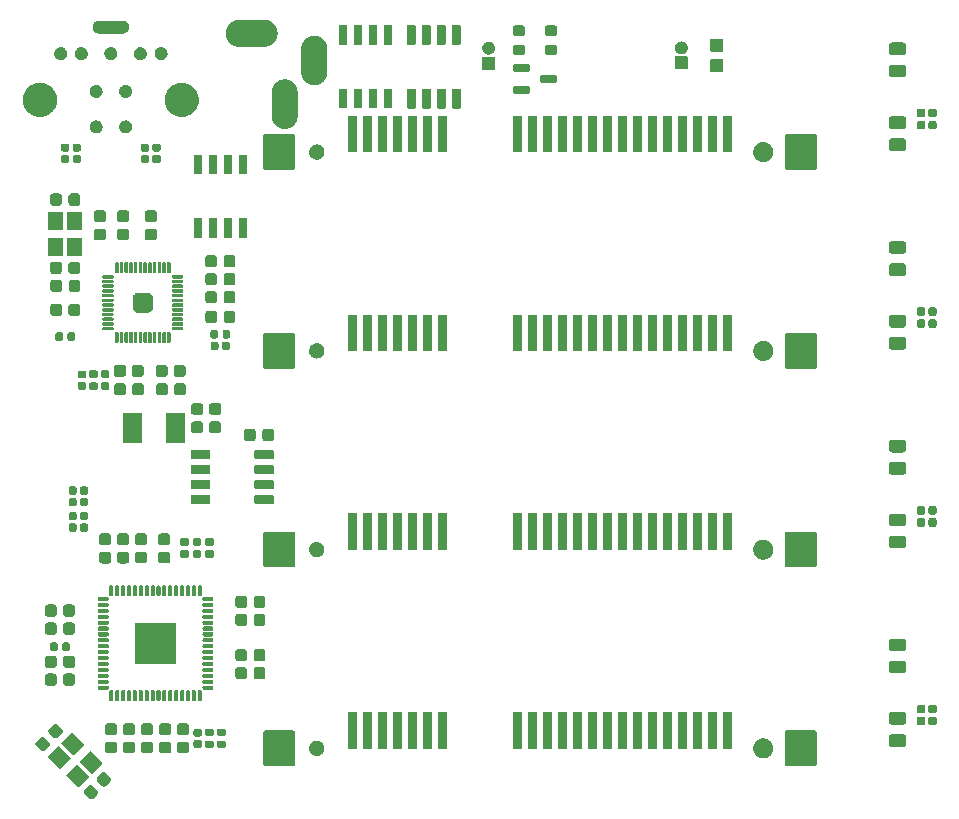
<source format=gts>
%TF.GenerationSoftware,KiCad,Pcbnew,7.0.9*%
%TF.CreationDate,2024-12-30T23:35:23+08:00*%
%TF.ProjectId,ver0.1,76657230-2e31-42e6-9b69-6361645f7063,rev?*%
%TF.SameCoordinates,Original*%
%TF.FileFunction,Soldermask,Top*%
%TF.FilePolarity,Negative*%
%FSLAX46Y46*%
G04 Gerber Fmt 4.6, Leading zero omitted, Abs format (unit mm)*
G04 Created by KiCad (PCBNEW 7.0.9) date 2024-12-30 23:35:23*
%MOMM*%
%LPD*%
G01*
G04 APERTURE LIST*
G04 APERTURE END LIST*
G36*
X113115536Y-132629289D02*
G01*
X113117678Y-132629289D01*
X113140645Y-132633716D01*
X113162658Y-132637597D01*
X113164771Y-132638366D01*
X113169014Y-132639184D01*
X113188987Y-132647179D01*
X113207679Y-132653983D01*
X113211518Y-132656199D01*
X113217549Y-132658614D01*
X113233897Y-132669120D01*
X113249162Y-132677934D01*
X113254235Y-132682191D01*
X113261531Y-132686880D01*
X113285992Y-132708590D01*
X113639545Y-133062143D01*
X113661255Y-133086604D01*
X113665943Y-133093899D01*
X113670200Y-133098972D01*
X113679009Y-133114230D01*
X113689521Y-133130586D01*
X113691936Y-133136618D01*
X113694151Y-133140455D01*
X113700948Y-133159130D01*
X113708951Y-133179121D01*
X113709769Y-133183367D01*
X113710537Y-133185476D01*
X113714414Y-133207467D01*
X113718846Y-133230457D01*
X113718846Y-133232597D01*
X113718854Y-133232643D01*
X113718854Y-133280552D01*
X113718846Y-133280597D01*
X113718846Y-133282738D01*
X113714412Y-133305738D01*
X113710537Y-133327718D01*
X113709770Y-133329824D01*
X113708951Y-133334075D01*
X113700940Y-133354085D01*
X113694151Y-133372739D01*
X113691938Y-133376570D01*
X113689521Y-133382610D01*
X113678998Y-133398982D01*
X113670202Y-133414218D01*
X113665951Y-133419283D01*
X113661255Y-133426591D01*
X113639545Y-133451052D01*
X113321347Y-133769250D01*
X113296886Y-133790960D01*
X113289579Y-133795655D01*
X113284513Y-133799907D01*
X113269277Y-133808703D01*
X113252905Y-133819226D01*
X113246865Y-133821643D01*
X113243034Y-133823856D01*
X113224380Y-133830645D01*
X113204370Y-133838656D01*
X113200119Y-133839475D01*
X113198013Y-133840242D01*
X113176033Y-133844117D01*
X113153033Y-133848551D01*
X113150892Y-133848551D01*
X113150847Y-133848559D01*
X113102939Y-133848559D01*
X113102894Y-133848551D01*
X113100752Y-133848551D01*
X113077757Y-133844118D01*
X113055771Y-133840242D01*
X113053662Y-133839474D01*
X113049416Y-133838656D01*
X113029425Y-133830653D01*
X113010750Y-133823856D01*
X113006913Y-133821641D01*
X113000881Y-133819226D01*
X112984525Y-133808714D01*
X112969267Y-133799905D01*
X112964195Y-133795649D01*
X112956899Y-133790960D01*
X112932438Y-133769250D01*
X112578885Y-133415697D01*
X112557175Y-133391236D01*
X112552487Y-133383941D01*
X112548229Y-133378867D01*
X112539415Y-133363602D01*
X112528909Y-133347254D01*
X112526494Y-133341223D01*
X112524278Y-133337384D01*
X112517474Y-133318692D01*
X112509479Y-133298719D01*
X112508661Y-133294476D01*
X112507892Y-133292363D01*
X112504011Y-133270350D01*
X112499584Y-133247383D01*
X112499584Y-133245241D01*
X112499576Y-133245196D01*
X112499576Y-133197287D01*
X112499584Y-133197241D01*
X112499584Y-133195102D01*
X112504008Y-133172144D01*
X112507892Y-133150121D01*
X112508661Y-133148007D01*
X112509479Y-133143765D01*
X112517474Y-133123791D01*
X112524278Y-133105100D01*
X112526494Y-133101260D01*
X112528909Y-133095230D01*
X112539415Y-133078881D01*
X112548227Y-133063621D01*
X112552484Y-133058547D01*
X112557175Y-133051249D01*
X112578885Y-133026788D01*
X112812777Y-132792896D01*
X112895538Y-132710134D01*
X112895544Y-132710128D01*
X112897083Y-132708590D01*
X112921544Y-132686880D01*
X112928840Y-132682190D01*
X112933916Y-132677932D01*
X112949176Y-132669120D01*
X112965525Y-132658614D01*
X112971555Y-132656199D01*
X112975395Y-132653983D01*
X112994086Y-132647179D01*
X113014060Y-132639184D01*
X113018302Y-132638366D01*
X113020416Y-132637597D01*
X113042434Y-132633714D01*
X113065397Y-132629289D01*
X113067538Y-132629289D01*
X113067583Y-132629281D01*
X113115491Y-132629281D01*
X113115536Y-132629289D01*
G37*
G36*
X111927927Y-130873075D02*
G01*
X111929465Y-130873075D01*
X111931891Y-130873863D01*
X111940876Y-130875650D01*
X111957097Y-130886489D01*
X112947046Y-131876438D01*
X112957885Y-131892659D01*
X112959671Y-131901641D01*
X112960460Y-131904069D01*
X112960460Y-131905608D01*
X112961690Y-131911794D01*
X112960460Y-131917979D01*
X112960460Y-131919518D01*
X112959671Y-131921945D01*
X112957885Y-131930928D01*
X112947046Y-131947149D01*
X112098518Y-132795677D01*
X112082297Y-132806516D01*
X112073314Y-132808302D01*
X112070887Y-132809091D01*
X112069348Y-132809091D01*
X112063163Y-132810321D01*
X112056977Y-132809091D01*
X112055439Y-132809091D01*
X112053013Y-132808302D01*
X112044028Y-132806516D01*
X112027807Y-132795677D01*
X111037858Y-131805728D01*
X111027019Y-131789507D01*
X111025232Y-131780523D01*
X111024444Y-131778096D01*
X111024444Y-131776557D01*
X111023214Y-131770372D01*
X111024444Y-131764186D01*
X111024444Y-131762647D01*
X111025233Y-131760217D01*
X111027019Y-131751238D01*
X111037858Y-131735017D01*
X111535614Y-131237261D01*
X111883605Y-130889269D01*
X111883608Y-130889266D01*
X111886386Y-130886489D01*
X111902607Y-130875650D01*
X111911588Y-130873863D01*
X111914017Y-130873075D01*
X111915556Y-130873075D01*
X111921741Y-130871845D01*
X111927927Y-130873075D01*
G37*
G36*
X114211552Y-131533273D02*
G01*
X114213694Y-131533273D01*
X114236661Y-131537700D01*
X114258674Y-131541581D01*
X114260787Y-131542350D01*
X114265030Y-131543168D01*
X114285003Y-131551163D01*
X114303695Y-131557967D01*
X114307534Y-131560183D01*
X114313565Y-131562598D01*
X114329913Y-131573104D01*
X114345178Y-131581918D01*
X114350251Y-131586175D01*
X114357547Y-131590864D01*
X114382008Y-131612574D01*
X114735561Y-131966127D01*
X114757271Y-131990588D01*
X114761959Y-131997883D01*
X114766216Y-132002956D01*
X114775025Y-132018214D01*
X114785537Y-132034570D01*
X114787952Y-132040602D01*
X114790167Y-132044439D01*
X114796964Y-132063114D01*
X114804967Y-132083105D01*
X114805785Y-132087351D01*
X114806553Y-132089460D01*
X114810430Y-132111451D01*
X114814862Y-132134441D01*
X114814862Y-132136581D01*
X114814870Y-132136627D01*
X114814870Y-132184536D01*
X114814862Y-132184581D01*
X114814862Y-132186722D01*
X114810428Y-132209722D01*
X114806553Y-132231702D01*
X114805786Y-132233808D01*
X114804967Y-132238059D01*
X114796956Y-132258069D01*
X114790167Y-132276723D01*
X114787954Y-132280554D01*
X114785537Y-132286594D01*
X114775014Y-132302966D01*
X114766218Y-132318202D01*
X114761967Y-132323267D01*
X114757271Y-132330575D01*
X114735561Y-132355036D01*
X114417363Y-132673234D01*
X114392902Y-132694944D01*
X114385595Y-132699639D01*
X114380529Y-132703891D01*
X114365293Y-132712687D01*
X114348921Y-132723210D01*
X114342881Y-132725627D01*
X114339050Y-132727840D01*
X114320396Y-132734629D01*
X114300386Y-132742640D01*
X114296135Y-132743459D01*
X114294029Y-132744226D01*
X114272049Y-132748101D01*
X114249049Y-132752535D01*
X114246908Y-132752535D01*
X114246863Y-132752543D01*
X114198955Y-132752543D01*
X114198910Y-132752535D01*
X114196768Y-132752535D01*
X114173773Y-132748102D01*
X114151787Y-132744226D01*
X114149678Y-132743458D01*
X114145432Y-132742640D01*
X114125441Y-132734637D01*
X114106766Y-132727840D01*
X114102929Y-132725625D01*
X114096897Y-132723210D01*
X114080541Y-132712698D01*
X114065283Y-132703889D01*
X114060211Y-132699633D01*
X114052915Y-132694944D01*
X114028454Y-132673234D01*
X113674901Y-132319681D01*
X113653191Y-132295220D01*
X113648503Y-132287925D01*
X113644245Y-132282851D01*
X113635431Y-132267586D01*
X113624925Y-132251238D01*
X113622510Y-132245207D01*
X113620294Y-132241368D01*
X113613490Y-132222676D01*
X113605495Y-132202703D01*
X113604677Y-132198460D01*
X113603908Y-132196347D01*
X113600027Y-132174334D01*
X113595600Y-132151367D01*
X113595600Y-132149225D01*
X113595592Y-132149180D01*
X113595592Y-132101271D01*
X113595600Y-132101225D01*
X113595600Y-132099086D01*
X113600024Y-132076128D01*
X113603908Y-132054105D01*
X113604677Y-132051991D01*
X113605495Y-132047749D01*
X113613490Y-132027775D01*
X113620294Y-132009084D01*
X113622510Y-132005244D01*
X113624925Y-131999214D01*
X113635431Y-131982865D01*
X113644243Y-131967605D01*
X113648500Y-131962531D01*
X113653191Y-131955233D01*
X113674901Y-131930772D01*
X113873434Y-131732239D01*
X113991554Y-131614118D01*
X113991560Y-131614112D01*
X113993099Y-131612574D01*
X114017560Y-131590864D01*
X114024856Y-131586174D01*
X114029932Y-131581916D01*
X114045192Y-131573104D01*
X114061541Y-131562598D01*
X114067571Y-131560183D01*
X114071411Y-131557967D01*
X114090102Y-131551163D01*
X114110076Y-131543168D01*
X114114318Y-131542350D01*
X114116432Y-131541581D01*
X114138450Y-131537698D01*
X114161413Y-131533273D01*
X114163554Y-131533273D01*
X114163599Y-131533265D01*
X114211507Y-131533265D01*
X114211552Y-131533273D01*
G37*
G36*
X113059298Y-129741704D02*
G01*
X113060836Y-129741704D01*
X113063262Y-129742492D01*
X113072247Y-129744279D01*
X113088468Y-129755118D01*
X114078417Y-130745067D01*
X114089256Y-130761288D01*
X114091042Y-130770270D01*
X114091831Y-130772698D01*
X114091831Y-130774237D01*
X114093061Y-130780423D01*
X114091831Y-130786608D01*
X114091831Y-130788147D01*
X114091042Y-130790574D01*
X114089256Y-130799557D01*
X114078417Y-130815778D01*
X113229889Y-131664306D01*
X113213668Y-131675145D01*
X113204685Y-131676931D01*
X113202258Y-131677720D01*
X113200719Y-131677720D01*
X113194534Y-131678950D01*
X113188348Y-131677720D01*
X113186810Y-131677720D01*
X113184384Y-131676931D01*
X113175399Y-131675145D01*
X113159178Y-131664306D01*
X112169229Y-130674357D01*
X112158390Y-130658136D01*
X112156603Y-130649152D01*
X112155815Y-130646725D01*
X112155815Y-130645186D01*
X112154585Y-130639001D01*
X112155815Y-130632815D01*
X112155815Y-130631276D01*
X112156604Y-130628846D01*
X112158390Y-130619867D01*
X112169229Y-130603646D01*
X112769266Y-130003609D01*
X113014976Y-129757898D01*
X113014979Y-129757895D01*
X113017757Y-129755118D01*
X113033978Y-129744279D01*
X113042959Y-129742492D01*
X113045388Y-129741704D01*
X113046927Y-129741704D01*
X113053112Y-129740474D01*
X113059298Y-129741704D01*
G37*
G36*
X110372292Y-129317440D02*
G01*
X110373830Y-129317440D01*
X110376256Y-129318228D01*
X110385241Y-129320015D01*
X110401462Y-129330854D01*
X111391411Y-130320803D01*
X111402250Y-130337024D01*
X111404036Y-130346006D01*
X111404825Y-130348434D01*
X111404825Y-130349973D01*
X111406055Y-130356159D01*
X111404825Y-130362344D01*
X111404825Y-130363883D01*
X111404036Y-130366310D01*
X111402250Y-130375293D01*
X111391411Y-130391514D01*
X110542883Y-131240042D01*
X110526662Y-131250881D01*
X110517679Y-131252667D01*
X110515252Y-131253456D01*
X110513713Y-131253456D01*
X110507528Y-131254686D01*
X110501342Y-131253456D01*
X110499804Y-131253456D01*
X110497378Y-131252667D01*
X110488393Y-131250881D01*
X110472172Y-131240042D01*
X109482223Y-130250093D01*
X109471384Y-130233872D01*
X109469597Y-130224888D01*
X109468809Y-130222461D01*
X109468809Y-130220922D01*
X109467579Y-130214737D01*
X109468809Y-130208551D01*
X109468809Y-130207012D01*
X109469598Y-130204582D01*
X109471384Y-130195603D01*
X109482223Y-130179382D01*
X110116466Y-129545139D01*
X110327970Y-129333634D01*
X110327973Y-129333631D01*
X110330751Y-129330854D01*
X110346972Y-129320015D01*
X110355953Y-129318228D01*
X110358382Y-129317440D01*
X110359921Y-129317440D01*
X110366106Y-129316210D01*
X110372292Y-129317440D01*
G37*
G36*
X130288435Y-128007692D02*
G01*
X130298606Y-128009031D01*
X130299669Y-128009471D01*
X130303840Y-128010132D01*
X130315035Y-128015836D01*
X130323105Y-128019179D01*
X130326088Y-128021468D01*
X130332274Y-128024620D01*
X130339125Y-128031471D01*
X130344140Y-128035319D01*
X130347987Y-128040333D01*
X130354840Y-128047186D01*
X130357992Y-128053372D01*
X130360280Y-128056354D01*
X130363620Y-128064418D01*
X130369328Y-128075620D01*
X130369988Y-128079792D01*
X130370428Y-128080853D01*
X130371762Y-128090992D01*
X130374320Y-128107140D01*
X130374320Y-130927140D01*
X130371761Y-130943292D01*
X130370428Y-130953426D01*
X130369989Y-130954485D01*
X130369328Y-130958660D01*
X130363618Y-130969865D01*
X130360280Y-130977925D01*
X130357993Y-130980904D01*
X130354840Y-130987094D01*
X130347984Y-130993949D01*
X130344140Y-130998960D01*
X130339129Y-131002804D01*
X130332274Y-131009660D01*
X130326084Y-131012813D01*
X130323105Y-131015100D01*
X130315045Y-131018438D01*
X130303840Y-131024148D01*
X130299665Y-131024809D01*
X130298606Y-131025248D01*
X130288472Y-131026581D01*
X130272320Y-131029140D01*
X127832320Y-131029140D01*
X127816172Y-131026582D01*
X127806033Y-131025248D01*
X127804972Y-131024808D01*
X127800800Y-131024148D01*
X127789598Y-131018440D01*
X127781534Y-131015100D01*
X127778552Y-131012812D01*
X127772366Y-131009660D01*
X127765513Y-131002807D01*
X127760499Y-130998960D01*
X127756651Y-130993945D01*
X127749800Y-130987094D01*
X127746648Y-130980908D01*
X127744359Y-130977925D01*
X127741016Y-130969855D01*
X127735312Y-130958660D01*
X127734651Y-130954489D01*
X127734211Y-130953426D01*
X127732872Y-130943255D01*
X127730320Y-130927140D01*
X127730320Y-128107140D01*
X127732871Y-128091029D01*
X127734211Y-128080853D01*
X127734651Y-128079788D01*
X127735312Y-128075620D01*
X127741014Y-128064428D01*
X127744359Y-128056354D01*
X127746649Y-128053368D01*
X127749800Y-128047186D01*
X127756647Y-128040338D01*
X127760499Y-128035319D01*
X127765518Y-128031467D01*
X127772366Y-128024620D01*
X127778548Y-128021469D01*
X127781534Y-128019179D01*
X127789608Y-128015834D01*
X127800800Y-128010132D01*
X127804968Y-128009471D01*
X127806033Y-128009031D01*
X127816209Y-128007691D01*
X127832320Y-128005140D01*
X130272320Y-128005140D01*
X130288435Y-128007692D01*
G37*
G36*
X174468435Y-128007692D02*
G01*
X174478606Y-128009031D01*
X174479669Y-128009471D01*
X174483840Y-128010132D01*
X174495035Y-128015836D01*
X174503105Y-128019179D01*
X174506088Y-128021468D01*
X174512274Y-128024620D01*
X174519125Y-128031471D01*
X174524140Y-128035319D01*
X174527987Y-128040333D01*
X174534840Y-128047186D01*
X174537992Y-128053372D01*
X174540280Y-128056354D01*
X174543620Y-128064418D01*
X174549328Y-128075620D01*
X174549988Y-128079792D01*
X174550428Y-128080853D01*
X174551762Y-128090992D01*
X174554320Y-128107140D01*
X174554320Y-130927140D01*
X174551761Y-130943292D01*
X174550428Y-130953426D01*
X174549989Y-130954485D01*
X174549328Y-130958660D01*
X174543618Y-130969865D01*
X174540280Y-130977925D01*
X174537993Y-130980904D01*
X174534840Y-130987094D01*
X174527984Y-130993949D01*
X174524140Y-130998960D01*
X174519129Y-131002804D01*
X174512274Y-131009660D01*
X174506084Y-131012813D01*
X174503105Y-131015100D01*
X174495045Y-131018438D01*
X174483840Y-131024148D01*
X174479665Y-131024809D01*
X174478606Y-131025248D01*
X174468472Y-131026581D01*
X174452320Y-131029140D01*
X172012320Y-131029140D01*
X171996172Y-131026582D01*
X171986033Y-131025248D01*
X171984972Y-131024808D01*
X171980800Y-131024148D01*
X171969598Y-131018440D01*
X171961534Y-131015100D01*
X171958552Y-131012812D01*
X171952366Y-131009660D01*
X171945513Y-131002807D01*
X171940499Y-130998960D01*
X171936651Y-130993945D01*
X171929800Y-130987094D01*
X171926648Y-130980908D01*
X171924359Y-130977925D01*
X171921016Y-130969855D01*
X171915312Y-130958660D01*
X171914651Y-130954489D01*
X171914211Y-130953426D01*
X171912872Y-130943255D01*
X171910320Y-130927140D01*
X171910320Y-128107140D01*
X171912871Y-128091029D01*
X171914211Y-128080853D01*
X171914651Y-128079788D01*
X171915312Y-128075620D01*
X171921014Y-128064428D01*
X171924359Y-128056354D01*
X171926649Y-128053368D01*
X171929800Y-128047186D01*
X171936647Y-128040338D01*
X171940499Y-128035319D01*
X171945518Y-128031467D01*
X171952366Y-128024620D01*
X171958548Y-128021469D01*
X171961534Y-128019179D01*
X171969608Y-128015834D01*
X171980800Y-128010132D01*
X171984968Y-128009471D01*
X171986033Y-128009031D01*
X171996209Y-128007691D01*
X172012320Y-128005140D01*
X174452320Y-128005140D01*
X174468435Y-128007692D01*
G37*
G36*
X170064821Y-128668387D02*
G01*
X170088338Y-128668387D01*
X170110205Y-128670764D01*
X170131161Y-128671863D01*
X170154950Y-128675630D01*
X170179835Y-128678337D01*
X170199841Y-128682740D01*
X170219029Y-128685780D01*
X170243800Y-128692417D01*
X170269719Y-128698123D01*
X170287687Y-128704177D01*
X170304962Y-128708806D01*
X170330352Y-128718552D01*
X170356937Y-128727510D01*
X170372775Y-128734837D01*
X170388021Y-128740690D01*
X170413643Y-128753745D01*
X170440467Y-128766155D01*
X170454109Y-128774363D01*
X170467284Y-128781076D01*
X170492710Y-128797588D01*
X170519329Y-128813604D01*
X170530802Y-128822326D01*
X170541894Y-128829529D01*
X170566670Y-128849592D01*
X170592598Y-128869302D01*
X170601950Y-128878160D01*
X170611032Y-128885515D01*
X170634698Y-128909181D01*
X170659416Y-128932595D01*
X170666770Y-128941253D01*
X170673944Y-128948427D01*
X170696016Y-128975684D01*
X170718999Y-129002742D01*
X170724517Y-129010881D01*
X170729925Y-129017559D01*
X170749882Y-129048291D01*
X170770649Y-129078919D01*
X170774546Y-129086271D01*
X170778386Y-129092183D01*
X170795799Y-129126357D01*
X170813759Y-129160234D01*
X170816265Y-129166523D01*
X170818769Y-129171438D01*
X170833162Y-129208932D01*
X170847825Y-129245734D01*
X170849225Y-129250778D01*
X170850653Y-129254497D01*
X170861570Y-129295242D01*
X170872447Y-129334415D01*
X170873045Y-129338065D01*
X170873679Y-129340430D01*
X170880685Y-129384667D01*
X170887337Y-129425239D01*
X170887454Y-129427403D01*
X170887596Y-129428298D01*
X170890269Y-129479331D01*
X170892320Y-129517140D01*
X170890269Y-129554960D01*
X170887596Y-129605981D01*
X170887454Y-129606874D01*
X170887337Y-129609041D01*
X170880680Y-129649640D01*
X170873679Y-129693849D01*
X170873045Y-129696211D01*
X170872447Y-129699865D01*
X170861563Y-129739065D01*
X170850653Y-129779782D01*
X170849226Y-129783497D01*
X170847825Y-129788546D01*
X170833151Y-129825373D01*
X170818769Y-129862841D01*
X170816266Y-129867752D01*
X170813759Y-129874046D01*
X170795801Y-129907917D01*
X170778383Y-129942104D01*
X170774540Y-129948021D01*
X170770649Y-129955361D01*
X170749904Y-129985956D01*
X170729930Y-130016714D01*
X170724521Y-130023393D01*
X170718999Y-130031538D01*
X170695999Y-130058614D01*
X170673944Y-130085852D01*
X170666776Y-130093019D01*
X170659416Y-130101685D01*
X170634679Y-130125116D01*
X170611032Y-130148764D01*
X170601957Y-130156112D01*
X170592598Y-130164978D01*
X170566650Y-130184703D01*
X170541894Y-130204750D01*
X170530811Y-130211947D01*
X170519329Y-130220676D01*
X170492689Y-130236704D01*
X170467284Y-130253203D01*
X170454120Y-130259909D01*
X170440467Y-130268125D01*
X170413622Y-130280544D01*
X170388021Y-130293589D01*
X170372788Y-130299436D01*
X170356937Y-130306770D01*
X170330331Y-130315734D01*
X170304962Y-130325473D01*
X170287701Y-130330097D01*
X170269719Y-130336157D01*
X170243779Y-130341866D01*
X170219029Y-130348499D01*
X170199857Y-130351535D01*
X170179835Y-130355943D01*
X170154930Y-130358651D01*
X170131161Y-130362416D01*
X170110222Y-130363513D01*
X170088338Y-130365893D01*
X170064802Y-130365893D01*
X170042320Y-130367071D01*
X170019838Y-130365893D01*
X169996302Y-130365893D01*
X169974417Y-130363513D01*
X169953478Y-130362416D01*
X169929706Y-130358650D01*
X169904805Y-130355943D01*
X169884785Y-130351536D01*
X169865610Y-130348499D01*
X169840854Y-130341865D01*
X169814921Y-130336157D01*
X169796942Y-130330099D01*
X169779677Y-130325473D01*
X169754300Y-130315731D01*
X169727703Y-130306770D01*
X169711856Y-130299438D01*
X169696618Y-130293589D01*
X169671006Y-130280539D01*
X169644173Y-130268125D01*
X169630524Y-130259913D01*
X169617355Y-130253203D01*
X169591936Y-130236695D01*
X169565311Y-130220676D01*
X169553834Y-130211951D01*
X169542745Y-130204750D01*
X169517973Y-130184690D01*
X169492042Y-130164978D01*
X169482688Y-130156117D01*
X169473607Y-130148764D01*
X169449941Y-130125098D01*
X169425224Y-130101685D01*
X169417869Y-130093026D01*
X169410695Y-130085852D01*
X169388618Y-130058589D01*
X169365641Y-130031538D01*
X169360123Y-130023400D01*
X169354709Y-130016714D01*
X169334712Y-129985921D01*
X169313991Y-129955361D01*
X169310104Y-129948029D01*
X169306256Y-129942104D01*
X169288812Y-129907869D01*
X169270881Y-129874046D01*
X169268376Y-129867761D01*
X169265870Y-129862841D01*
X169251461Y-129825305D01*
X169236815Y-129788546D01*
X169235415Y-129783507D01*
X169233986Y-129779782D01*
X169223048Y-129738962D01*
X169212193Y-129699865D01*
X169211595Y-129696221D01*
X169210960Y-129693849D01*
X169203929Y-129649460D01*
X169197303Y-129609041D01*
X169197186Y-129606884D01*
X169197043Y-129605981D01*
X169194340Y-129554412D01*
X169192320Y-129517140D01*
X169194340Y-129479879D01*
X169197043Y-129428298D01*
X169197186Y-129427394D01*
X169197303Y-129425239D01*
X169203924Y-129384847D01*
X169210960Y-129340430D01*
X169211596Y-129338056D01*
X169212193Y-129334415D01*
X169223040Y-129295345D01*
X169233986Y-129254497D01*
X169235416Y-129250769D01*
X169236815Y-129245734D01*
X169251450Y-129209001D01*
X169265870Y-129171438D01*
X169268378Y-129166514D01*
X169270881Y-129160234D01*
X169288815Y-129126406D01*
X169306253Y-129092183D01*
X169310097Y-129086262D01*
X169313991Y-129078919D01*
X169334733Y-129048326D01*
X169354714Y-129017559D01*
X169360127Y-129010874D01*
X169365641Y-129002742D01*
X169388602Y-128975709D01*
X169410695Y-128948427D01*
X169417874Y-128941247D01*
X169425224Y-128932595D01*
X169449922Y-128909199D01*
X169473607Y-128885515D01*
X169482695Y-128878155D01*
X169492042Y-128869302D01*
X169517955Y-128849603D01*
X169542739Y-128829534D01*
X169553831Y-128822330D01*
X169565311Y-128813604D01*
X169591953Y-128797573D01*
X169617363Y-128781073D01*
X169630525Y-128774366D01*
X169644173Y-128766155D01*
X169670992Y-128753746D01*
X169696618Y-128740690D01*
X169711868Y-128734835D01*
X169727703Y-128727510D01*
X169754279Y-128718555D01*
X169779677Y-128708806D01*
X169796956Y-128704175D01*
X169814921Y-128698123D01*
X169840833Y-128692418D01*
X169865610Y-128685780D01*
X169884801Y-128682740D01*
X169904805Y-128678337D01*
X169929686Y-128675631D01*
X169953478Y-128671863D01*
X169974435Y-128670764D01*
X169996302Y-128668387D01*
X170019818Y-128668387D01*
X170042320Y-128667208D01*
X170064821Y-128668387D01*
G37*
G36*
X132262025Y-128868423D02*
G01*
X132283134Y-128868423D01*
X132302532Y-128870873D01*
X132320659Y-128871970D01*
X132341613Y-128875810D01*
X132364118Y-128878653D01*
X132381553Y-128883129D01*
X132397854Y-128886117D01*
X132419693Y-128892922D01*
X132443181Y-128898953D01*
X132458461Y-128905002D01*
X132472781Y-128909465D01*
X132495081Y-128919501D01*
X132519077Y-128929002D01*
X132532105Y-128936164D01*
X132544349Y-128941675D01*
X132566650Y-128955156D01*
X132590607Y-128968327D01*
X132601354Y-128976135D01*
X132611511Y-128982275D01*
X132633278Y-128999328D01*
X132656646Y-129016306D01*
X132665195Y-129024334D01*
X132673282Y-129030670D01*
X132693930Y-129051318D01*
X132716150Y-129072184D01*
X132722634Y-129080022D01*
X132728789Y-129086177D01*
X132747808Y-129110453D01*
X132768181Y-129135080D01*
X132772779Y-129142326D01*
X132777184Y-129147948D01*
X132793981Y-129175735D01*
X132811919Y-129204000D01*
X132814909Y-129210354D01*
X132817784Y-129215110D01*
X132831760Y-129246163D01*
X132846675Y-129277859D01*
X132848362Y-129283053D01*
X132849994Y-129286678D01*
X132860618Y-129320773D01*
X132871899Y-129355492D01*
X132872628Y-129359314D01*
X132873342Y-129361605D01*
X132880101Y-129398490D01*
X132887195Y-129435673D01*
X132887340Y-129437991D01*
X132887489Y-129438800D01*
X132889924Y-129479063D01*
X132892320Y-129517140D01*
X132889923Y-129555228D01*
X132887489Y-129595479D01*
X132887340Y-129596286D01*
X132887195Y-129598607D01*
X132880097Y-129635814D01*
X132873342Y-129672674D01*
X132872628Y-129674963D01*
X132871899Y-129678788D01*
X132860610Y-129713529D01*
X132849994Y-129747601D01*
X132848363Y-129751222D01*
X132846675Y-129756421D01*
X132831749Y-129788138D01*
X132817784Y-129819169D01*
X132814911Y-129823921D01*
X132811919Y-129830280D01*
X132793968Y-129858564D01*
X132777184Y-129886331D01*
X132772783Y-129891948D01*
X132768181Y-129899200D01*
X132747793Y-129923844D01*
X132728789Y-129948102D01*
X132722638Y-129954252D01*
X132716150Y-129962096D01*
X132693913Y-129982977D01*
X132673282Y-130003609D01*
X132665202Y-130009939D01*
X132656646Y-130017974D01*
X132633260Y-130034963D01*
X132611511Y-130052004D01*
X132601362Y-130058138D01*
X132590607Y-130065953D01*
X132566632Y-130079133D01*
X132544349Y-130092604D01*
X132532115Y-130098109D01*
X132519077Y-130105278D01*
X132495063Y-130114785D01*
X132472781Y-130124814D01*
X132458473Y-130129272D01*
X132443181Y-130135327D01*
X132419675Y-130141362D01*
X132397854Y-130148162D01*
X132381567Y-130151146D01*
X132364118Y-130155627D01*
X132341596Y-130158471D01*
X132320659Y-130162309D01*
X132302548Y-130163404D01*
X132283134Y-130165857D01*
X132262008Y-130165857D01*
X132242320Y-130167048D01*
X132222632Y-130165857D01*
X132201506Y-130165857D01*
X132182092Y-130163404D01*
X132163980Y-130162309D01*
X132143040Y-130158471D01*
X132120522Y-130155627D01*
X132103075Y-130151147D01*
X132086785Y-130148162D01*
X132064958Y-130141360D01*
X132041459Y-130135327D01*
X132026170Y-130129273D01*
X132011858Y-130124814D01*
X131989568Y-130114782D01*
X131965563Y-130105278D01*
X131952528Y-130098112D01*
X131940290Y-130092604D01*
X131917996Y-130079127D01*
X131894033Y-130065953D01*
X131883282Y-130058142D01*
X131873128Y-130052004D01*
X131851365Y-130034953D01*
X131827994Y-130017974D01*
X131819442Y-130009943D01*
X131811357Y-130003609D01*
X131790709Y-129982961D01*
X131768490Y-129962096D01*
X131762005Y-129954257D01*
X131755850Y-129948102D01*
X131736827Y-129923821D01*
X131716459Y-129899200D01*
X131711861Y-129891955D01*
X131707455Y-129886331D01*
X131690650Y-129858531D01*
X131672721Y-129830280D01*
X131669732Y-129823928D01*
X131666855Y-129819169D01*
X131652867Y-129788089D01*
X131637965Y-129756421D01*
X131636278Y-129751230D01*
X131634645Y-129747601D01*
X131624004Y-129713454D01*
X131612741Y-129678788D01*
X131612012Y-129674971D01*
X131611297Y-129672674D01*
X131604517Y-129635680D01*
X131597445Y-129598607D01*
X131597299Y-129596295D01*
X131597150Y-129595479D01*
X131594690Y-129554814D01*
X131592320Y-129517140D01*
X131594689Y-129479477D01*
X131597150Y-129438800D01*
X131597299Y-129437983D01*
X131597445Y-129435673D01*
X131604512Y-129398623D01*
X131611297Y-129361605D01*
X131612013Y-129359305D01*
X131612741Y-129355492D01*
X131623997Y-129320848D01*
X131634645Y-129286678D01*
X131636279Y-129283045D01*
X131637965Y-129277859D01*
X131652856Y-129246212D01*
X131666855Y-129215110D01*
X131669734Y-129210346D01*
X131672721Y-129204000D01*
X131690637Y-129175768D01*
X131707455Y-129147948D01*
X131711864Y-129142319D01*
X131716459Y-129135080D01*
X131736812Y-129110476D01*
X131755850Y-129086177D01*
X131762010Y-129080016D01*
X131768490Y-129072184D01*
X131790693Y-129051333D01*
X131811357Y-129030670D01*
X131819449Y-129024330D01*
X131827994Y-129016306D01*
X131851347Y-128999338D01*
X131873128Y-128982275D01*
X131883290Y-128976131D01*
X131894033Y-128968327D01*
X131917978Y-128955162D01*
X131940290Y-128941675D01*
X131952538Y-128936162D01*
X131965563Y-128929002D01*
X131989549Y-128919505D01*
X132011858Y-128909465D01*
X132026182Y-128905001D01*
X132041459Y-128898953D01*
X132064940Y-128892923D01*
X132086785Y-128886117D01*
X132103088Y-128883129D01*
X132120522Y-128878653D01*
X132143023Y-128875810D01*
X132163980Y-128871970D01*
X132182107Y-128870873D01*
X132201506Y-128868423D01*
X132222615Y-128868423D01*
X132242320Y-128867231D01*
X132262025Y-128868423D01*
G37*
G36*
X111503663Y-128186069D02*
G01*
X111505201Y-128186069D01*
X111507627Y-128186857D01*
X111516612Y-128188644D01*
X111532833Y-128199483D01*
X112522782Y-129189432D01*
X112533621Y-129205653D01*
X112535407Y-129214635D01*
X112536196Y-129217063D01*
X112536196Y-129218602D01*
X112537426Y-129224788D01*
X112536196Y-129230973D01*
X112536196Y-129232512D01*
X112535407Y-129234939D01*
X112533621Y-129243922D01*
X112522782Y-129260143D01*
X111674254Y-130108671D01*
X111658033Y-130119510D01*
X111649050Y-130121296D01*
X111646623Y-130122085D01*
X111645084Y-130122085D01*
X111638899Y-130123315D01*
X111632713Y-130122085D01*
X111631175Y-130122085D01*
X111628749Y-130121296D01*
X111619764Y-130119510D01*
X111603543Y-130108671D01*
X110613594Y-129118722D01*
X110602755Y-129102501D01*
X110600968Y-129093517D01*
X110600180Y-129091090D01*
X110600180Y-129089551D01*
X110598950Y-129083366D01*
X110600180Y-129077180D01*
X110600180Y-129075641D01*
X110600969Y-129073211D01*
X110602755Y-129064232D01*
X110613594Y-129048011D01*
X111238266Y-128423339D01*
X111459341Y-128202263D01*
X111459344Y-128202260D01*
X111462122Y-128199483D01*
X111478343Y-128188644D01*
X111487324Y-128186857D01*
X111489753Y-128186069D01*
X111491292Y-128186069D01*
X111497477Y-128184839D01*
X111503663Y-128186069D01*
G37*
G36*
X115100808Y-128944665D02*
G01*
X115109277Y-128946507D01*
X115115882Y-128947085D01*
X115132913Y-128951649D01*
X115151894Y-128955778D01*
X115157868Y-128958336D01*
X115162147Y-128959483D01*
X115180155Y-128967880D01*
X115199953Y-128976358D01*
X115203533Y-128978781D01*
X115205566Y-128979729D01*
X115223852Y-128992533D01*
X115243250Y-129005662D01*
X115244764Y-129007176D01*
X115244801Y-129007202D01*
X115278677Y-129041078D01*
X115278702Y-129041114D01*
X115280218Y-129042630D01*
X115293355Y-129062040D01*
X115306150Y-129080313D01*
X115307097Y-129082344D01*
X115309522Y-129085927D01*
X115318005Y-129105738D01*
X115326396Y-129123732D01*
X115327541Y-129128006D01*
X115330102Y-129133986D01*
X115334234Y-129152984D01*
X115338794Y-129169998D01*
X115339371Y-129176595D01*
X115341215Y-129185072D01*
X115343160Y-129217720D01*
X115343160Y-129667720D01*
X115341215Y-129700368D01*
X115339370Y-129708844D01*
X115338794Y-129715442D01*
X115334235Y-129732453D01*
X115330102Y-129751454D01*
X115327540Y-129757434D01*
X115326396Y-129761707D01*
X115318011Y-129779689D01*
X115309522Y-129799513D01*
X115307095Y-129803097D01*
X115306150Y-129805126D01*
X115293375Y-129823369D01*
X115280218Y-129842810D01*
X115278700Y-129844327D01*
X115278677Y-129844361D01*
X115244801Y-129878237D01*
X115244767Y-129878260D01*
X115243250Y-129879778D01*
X115223809Y-129892935D01*
X115205566Y-129905710D01*
X115203537Y-129906655D01*
X115199953Y-129909082D01*
X115180129Y-129917571D01*
X115162147Y-129925956D01*
X115157875Y-129927100D01*
X115151894Y-129929662D01*
X115132890Y-129933795D01*
X115115881Y-129938354D01*
X115109285Y-129938930D01*
X115100808Y-129940775D01*
X115068160Y-129942720D01*
X114568160Y-129942720D01*
X114535512Y-129940775D01*
X114527035Y-129938931D01*
X114520437Y-129938354D01*
X114503420Y-129933794D01*
X114484426Y-129929662D01*
X114478446Y-129927101D01*
X114474172Y-129925956D01*
X114456178Y-129917565D01*
X114436367Y-129909082D01*
X114432784Y-129906657D01*
X114430753Y-129905710D01*
X114412480Y-129892915D01*
X114393070Y-129879778D01*
X114391554Y-129878262D01*
X114391518Y-129878237D01*
X114357642Y-129844361D01*
X114357616Y-129844324D01*
X114356102Y-129842810D01*
X114342973Y-129823412D01*
X114330169Y-129805126D01*
X114329221Y-129803093D01*
X114326798Y-129799513D01*
X114318320Y-129779715D01*
X114309923Y-129761707D01*
X114308776Y-129757428D01*
X114306218Y-129751454D01*
X114302088Y-129732470D01*
X114297525Y-129715441D01*
X114296947Y-129708837D01*
X114295105Y-129700368D01*
X114293160Y-129667720D01*
X114293160Y-129217720D01*
X114295105Y-129185072D01*
X114296947Y-129176603D01*
X114297525Y-129169997D01*
X114302090Y-129152961D01*
X114306218Y-129133986D01*
X114308775Y-129128012D01*
X114309923Y-129123732D01*
X114318325Y-129105712D01*
X114326798Y-129085927D01*
X114329219Y-129082349D01*
X114330169Y-129080313D01*
X114342993Y-129061997D01*
X114356102Y-129042630D01*
X114357613Y-129041118D01*
X114357642Y-129041078D01*
X114391518Y-129007202D01*
X114391558Y-129007173D01*
X114393070Y-129005662D01*
X114412437Y-128992553D01*
X114430753Y-128979729D01*
X114432789Y-128978779D01*
X114436367Y-128976358D01*
X114456152Y-128967885D01*
X114474172Y-128959483D01*
X114478452Y-128958335D01*
X114484426Y-128955778D01*
X114503404Y-128951649D01*
X114520438Y-128947085D01*
X114527043Y-128946507D01*
X114535512Y-128944665D01*
X114568160Y-128942720D01*
X115068160Y-128942720D01*
X115100808Y-128944665D01*
G37*
G36*
X116624808Y-128944665D02*
G01*
X116633277Y-128946507D01*
X116639882Y-128947085D01*
X116656913Y-128951649D01*
X116675894Y-128955778D01*
X116681868Y-128958336D01*
X116686147Y-128959483D01*
X116704155Y-128967880D01*
X116723953Y-128976358D01*
X116727533Y-128978781D01*
X116729566Y-128979729D01*
X116747852Y-128992533D01*
X116767250Y-129005662D01*
X116768764Y-129007176D01*
X116768801Y-129007202D01*
X116802677Y-129041078D01*
X116802702Y-129041114D01*
X116804218Y-129042630D01*
X116817355Y-129062040D01*
X116830150Y-129080313D01*
X116831097Y-129082344D01*
X116833522Y-129085927D01*
X116842005Y-129105738D01*
X116850396Y-129123732D01*
X116851541Y-129128006D01*
X116854102Y-129133986D01*
X116858234Y-129152984D01*
X116862794Y-129169998D01*
X116863371Y-129176595D01*
X116865215Y-129185072D01*
X116867160Y-129217720D01*
X116867160Y-129667720D01*
X116865215Y-129700368D01*
X116863370Y-129708844D01*
X116862794Y-129715442D01*
X116858235Y-129732453D01*
X116854102Y-129751454D01*
X116851540Y-129757434D01*
X116850396Y-129761707D01*
X116842011Y-129779689D01*
X116833522Y-129799513D01*
X116831095Y-129803097D01*
X116830150Y-129805126D01*
X116817375Y-129823369D01*
X116804218Y-129842810D01*
X116802700Y-129844327D01*
X116802677Y-129844361D01*
X116768801Y-129878237D01*
X116768767Y-129878260D01*
X116767250Y-129879778D01*
X116747809Y-129892935D01*
X116729566Y-129905710D01*
X116727537Y-129906655D01*
X116723953Y-129909082D01*
X116704129Y-129917571D01*
X116686147Y-129925956D01*
X116681875Y-129927100D01*
X116675894Y-129929662D01*
X116656890Y-129933795D01*
X116639881Y-129938354D01*
X116633285Y-129938930D01*
X116624808Y-129940775D01*
X116592160Y-129942720D01*
X116092160Y-129942720D01*
X116059512Y-129940775D01*
X116051035Y-129938931D01*
X116044437Y-129938354D01*
X116027420Y-129933794D01*
X116008426Y-129929662D01*
X116002446Y-129927101D01*
X115998172Y-129925956D01*
X115980178Y-129917565D01*
X115960367Y-129909082D01*
X115956784Y-129906657D01*
X115954753Y-129905710D01*
X115936480Y-129892915D01*
X115917070Y-129879778D01*
X115915554Y-129878262D01*
X115915518Y-129878237D01*
X115881642Y-129844361D01*
X115881616Y-129844324D01*
X115880102Y-129842810D01*
X115866973Y-129823412D01*
X115854169Y-129805126D01*
X115853221Y-129803093D01*
X115850798Y-129799513D01*
X115842320Y-129779715D01*
X115833923Y-129761707D01*
X115832776Y-129757428D01*
X115830218Y-129751454D01*
X115826088Y-129732470D01*
X115821525Y-129715441D01*
X115820947Y-129708837D01*
X115819105Y-129700368D01*
X115817160Y-129667720D01*
X115817160Y-129217720D01*
X115819105Y-129185072D01*
X115820947Y-129176603D01*
X115821525Y-129169997D01*
X115826090Y-129152961D01*
X115830218Y-129133986D01*
X115832775Y-129128012D01*
X115833923Y-129123732D01*
X115842325Y-129105712D01*
X115850798Y-129085927D01*
X115853219Y-129082349D01*
X115854169Y-129080313D01*
X115866993Y-129061997D01*
X115880102Y-129042630D01*
X115881613Y-129041118D01*
X115881642Y-129041078D01*
X115915518Y-129007202D01*
X115915558Y-129007173D01*
X115917070Y-129005662D01*
X115936437Y-128992553D01*
X115954753Y-128979729D01*
X115956789Y-128978779D01*
X115960367Y-128976358D01*
X115980152Y-128967885D01*
X115998172Y-128959483D01*
X116002452Y-128958335D01*
X116008426Y-128955778D01*
X116027404Y-128951649D01*
X116044438Y-128947085D01*
X116051043Y-128946507D01*
X116059512Y-128944665D01*
X116092160Y-128942720D01*
X116592160Y-128942720D01*
X116624808Y-128944665D01*
G37*
G36*
X118151348Y-128944665D02*
G01*
X118159817Y-128946507D01*
X118166422Y-128947085D01*
X118183453Y-128951649D01*
X118202434Y-128955778D01*
X118208408Y-128958336D01*
X118212687Y-128959483D01*
X118230695Y-128967880D01*
X118250493Y-128976358D01*
X118254073Y-128978781D01*
X118256106Y-128979729D01*
X118274392Y-128992533D01*
X118293790Y-129005662D01*
X118295304Y-129007176D01*
X118295341Y-129007202D01*
X118329217Y-129041078D01*
X118329242Y-129041114D01*
X118330758Y-129042630D01*
X118343895Y-129062040D01*
X118356690Y-129080313D01*
X118357637Y-129082344D01*
X118360062Y-129085927D01*
X118368545Y-129105738D01*
X118376936Y-129123732D01*
X118378081Y-129128006D01*
X118380642Y-129133986D01*
X118384774Y-129152984D01*
X118389334Y-129169998D01*
X118389911Y-129176595D01*
X118391755Y-129185072D01*
X118393700Y-129217720D01*
X118393700Y-129667720D01*
X118391755Y-129700368D01*
X118389910Y-129708844D01*
X118389334Y-129715442D01*
X118384775Y-129732453D01*
X118380642Y-129751454D01*
X118378080Y-129757434D01*
X118376936Y-129761707D01*
X118368551Y-129779689D01*
X118360062Y-129799513D01*
X118357635Y-129803097D01*
X118356690Y-129805126D01*
X118343915Y-129823369D01*
X118330758Y-129842810D01*
X118329240Y-129844327D01*
X118329217Y-129844361D01*
X118295341Y-129878237D01*
X118295307Y-129878260D01*
X118293790Y-129879778D01*
X118274349Y-129892935D01*
X118256106Y-129905710D01*
X118254077Y-129906655D01*
X118250493Y-129909082D01*
X118230669Y-129917571D01*
X118212687Y-129925956D01*
X118208415Y-129927100D01*
X118202434Y-129929662D01*
X118183430Y-129933795D01*
X118166421Y-129938354D01*
X118159825Y-129938930D01*
X118151348Y-129940775D01*
X118118700Y-129942720D01*
X117618700Y-129942720D01*
X117586052Y-129940775D01*
X117577575Y-129938931D01*
X117570977Y-129938354D01*
X117553960Y-129933794D01*
X117534966Y-129929662D01*
X117528986Y-129927101D01*
X117524712Y-129925956D01*
X117506718Y-129917565D01*
X117486907Y-129909082D01*
X117483324Y-129906657D01*
X117481293Y-129905710D01*
X117463020Y-129892915D01*
X117443610Y-129879778D01*
X117442094Y-129878262D01*
X117442058Y-129878237D01*
X117408182Y-129844361D01*
X117408156Y-129844324D01*
X117406642Y-129842810D01*
X117393513Y-129823412D01*
X117380709Y-129805126D01*
X117379761Y-129803093D01*
X117377338Y-129799513D01*
X117368860Y-129779715D01*
X117360463Y-129761707D01*
X117359316Y-129757428D01*
X117356758Y-129751454D01*
X117352628Y-129732470D01*
X117348065Y-129715441D01*
X117347487Y-129708837D01*
X117345645Y-129700368D01*
X117343700Y-129667720D01*
X117343700Y-129217720D01*
X117345645Y-129185072D01*
X117347487Y-129176603D01*
X117348065Y-129169997D01*
X117352630Y-129152961D01*
X117356758Y-129133986D01*
X117359315Y-129128012D01*
X117360463Y-129123732D01*
X117368865Y-129105712D01*
X117377338Y-129085927D01*
X117379759Y-129082349D01*
X117380709Y-129080313D01*
X117393533Y-129061997D01*
X117406642Y-129042630D01*
X117408153Y-129041118D01*
X117408182Y-129041078D01*
X117442058Y-129007202D01*
X117442098Y-129007173D01*
X117443610Y-129005662D01*
X117462977Y-128992553D01*
X117481293Y-128979729D01*
X117483329Y-128978779D01*
X117486907Y-128976358D01*
X117506692Y-128967885D01*
X117524712Y-128959483D01*
X117528992Y-128958335D01*
X117534966Y-128955778D01*
X117553944Y-128951649D01*
X117570978Y-128947085D01*
X117577583Y-128946507D01*
X117586052Y-128944665D01*
X117618700Y-128942720D01*
X118118700Y-128942720D01*
X118151348Y-128944665D01*
G37*
G36*
X119682968Y-128944665D02*
G01*
X119691437Y-128946507D01*
X119698042Y-128947085D01*
X119715073Y-128951649D01*
X119734054Y-128955778D01*
X119740028Y-128958336D01*
X119744307Y-128959483D01*
X119762315Y-128967880D01*
X119782113Y-128976358D01*
X119785693Y-128978781D01*
X119787726Y-128979729D01*
X119806012Y-128992533D01*
X119825410Y-129005662D01*
X119826924Y-129007176D01*
X119826961Y-129007202D01*
X119860837Y-129041078D01*
X119860862Y-129041114D01*
X119862378Y-129042630D01*
X119875515Y-129062040D01*
X119888310Y-129080313D01*
X119889257Y-129082344D01*
X119891682Y-129085927D01*
X119900165Y-129105738D01*
X119908556Y-129123732D01*
X119909701Y-129128006D01*
X119912262Y-129133986D01*
X119916394Y-129152984D01*
X119920954Y-129169998D01*
X119921531Y-129176595D01*
X119923375Y-129185072D01*
X119925320Y-129217720D01*
X119925320Y-129667720D01*
X119923375Y-129700368D01*
X119921530Y-129708844D01*
X119920954Y-129715442D01*
X119916395Y-129732453D01*
X119912262Y-129751454D01*
X119909700Y-129757434D01*
X119908556Y-129761707D01*
X119900171Y-129779689D01*
X119891682Y-129799513D01*
X119889255Y-129803097D01*
X119888310Y-129805126D01*
X119875535Y-129823369D01*
X119862378Y-129842810D01*
X119860860Y-129844327D01*
X119860837Y-129844361D01*
X119826961Y-129878237D01*
X119826927Y-129878260D01*
X119825410Y-129879778D01*
X119805969Y-129892935D01*
X119787726Y-129905710D01*
X119785697Y-129906655D01*
X119782113Y-129909082D01*
X119762289Y-129917571D01*
X119744307Y-129925956D01*
X119740035Y-129927100D01*
X119734054Y-129929662D01*
X119715050Y-129933795D01*
X119698041Y-129938354D01*
X119691445Y-129938930D01*
X119682968Y-129940775D01*
X119650320Y-129942720D01*
X119150320Y-129942720D01*
X119117672Y-129940775D01*
X119109195Y-129938931D01*
X119102597Y-129938354D01*
X119085580Y-129933794D01*
X119066586Y-129929662D01*
X119060606Y-129927101D01*
X119056332Y-129925956D01*
X119038338Y-129917565D01*
X119018527Y-129909082D01*
X119014944Y-129906657D01*
X119012913Y-129905710D01*
X118994640Y-129892915D01*
X118975230Y-129879778D01*
X118973714Y-129878262D01*
X118973678Y-129878237D01*
X118939802Y-129844361D01*
X118939776Y-129844324D01*
X118938262Y-129842810D01*
X118925133Y-129823412D01*
X118912329Y-129805126D01*
X118911381Y-129803093D01*
X118908958Y-129799513D01*
X118900480Y-129779715D01*
X118892083Y-129761707D01*
X118890936Y-129757428D01*
X118888378Y-129751454D01*
X118884248Y-129732470D01*
X118879685Y-129715441D01*
X118879107Y-129708837D01*
X118877265Y-129700368D01*
X118875320Y-129667720D01*
X118875320Y-129217720D01*
X118877265Y-129185072D01*
X118879107Y-129176603D01*
X118879685Y-129169997D01*
X118884250Y-129152961D01*
X118888378Y-129133986D01*
X118890935Y-129128012D01*
X118892083Y-129123732D01*
X118900485Y-129105712D01*
X118908958Y-129085927D01*
X118911379Y-129082349D01*
X118912329Y-129080313D01*
X118925153Y-129061997D01*
X118938262Y-129042630D01*
X118939773Y-129041118D01*
X118939802Y-129041078D01*
X118973678Y-129007202D01*
X118973718Y-129007173D01*
X118975230Y-129005662D01*
X118994597Y-128992553D01*
X119012913Y-128979729D01*
X119014949Y-128978779D01*
X119018527Y-128976358D01*
X119038312Y-128967885D01*
X119056332Y-128959483D01*
X119060612Y-128958335D01*
X119066586Y-128955778D01*
X119085564Y-128951649D01*
X119102598Y-128947085D01*
X119109203Y-128946507D01*
X119117672Y-128944665D01*
X119150320Y-128942720D01*
X119650320Y-128942720D01*
X119682968Y-128944665D01*
G37*
G36*
X121199348Y-128944665D02*
G01*
X121207817Y-128946507D01*
X121214422Y-128947085D01*
X121231453Y-128951649D01*
X121250434Y-128955778D01*
X121256408Y-128958336D01*
X121260687Y-128959483D01*
X121278695Y-128967880D01*
X121298493Y-128976358D01*
X121302073Y-128978781D01*
X121304106Y-128979729D01*
X121322392Y-128992533D01*
X121341790Y-129005662D01*
X121343304Y-129007176D01*
X121343341Y-129007202D01*
X121377217Y-129041078D01*
X121377242Y-129041114D01*
X121378758Y-129042630D01*
X121391895Y-129062040D01*
X121404690Y-129080313D01*
X121405637Y-129082344D01*
X121408062Y-129085927D01*
X121416545Y-129105738D01*
X121424936Y-129123732D01*
X121426081Y-129128006D01*
X121428642Y-129133986D01*
X121432774Y-129152984D01*
X121437334Y-129169998D01*
X121437911Y-129176595D01*
X121439755Y-129185072D01*
X121441700Y-129217720D01*
X121441700Y-129667720D01*
X121439755Y-129700368D01*
X121437910Y-129708844D01*
X121437334Y-129715442D01*
X121432775Y-129732453D01*
X121428642Y-129751454D01*
X121426080Y-129757434D01*
X121424936Y-129761707D01*
X121416551Y-129779689D01*
X121408062Y-129799513D01*
X121405635Y-129803097D01*
X121404690Y-129805126D01*
X121391915Y-129823369D01*
X121378758Y-129842810D01*
X121377240Y-129844327D01*
X121377217Y-129844361D01*
X121343341Y-129878237D01*
X121343307Y-129878260D01*
X121341790Y-129879778D01*
X121322349Y-129892935D01*
X121304106Y-129905710D01*
X121302077Y-129906655D01*
X121298493Y-129909082D01*
X121278669Y-129917571D01*
X121260687Y-129925956D01*
X121256415Y-129927100D01*
X121250434Y-129929662D01*
X121231430Y-129933795D01*
X121214421Y-129938354D01*
X121207825Y-129938930D01*
X121199348Y-129940775D01*
X121166700Y-129942720D01*
X120666700Y-129942720D01*
X120634052Y-129940775D01*
X120625575Y-129938931D01*
X120618977Y-129938354D01*
X120601960Y-129933794D01*
X120582966Y-129929662D01*
X120576986Y-129927101D01*
X120572712Y-129925956D01*
X120554718Y-129917565D01*
X120534907Y-129909082D01*
X120531324Y-129906657D01*
X120529293Y-129905710D01*
X120511020Y-129892915D01*
X120491610Y-129879778D01*
X120490094Y-129878262D01*
X120490058Y-129878237D01*
X120456182Y-129844361D01*
X120456156Y-129844324D01*
X120454642Y-129842810D01*
X120441513Y-129823412D01*
X120428709Y-129805126D01*
X120427761Y-129803093D01*
X120425338Y-129799513D01*
X120416860Y-129779715D01*
X120408463Y-129761707D01*
X120407316Y-129757428D01*
X120404758Y-129751454D01*
X120400628Y-129732470D01*
X120396065Y-129715441D01*
X120395487Y-129708837D01*
X120393645Y-129700368D01*
X120391700Y-129667720D01*
X120391700Y-129217720D01*
X120393645Y-129185072D01*
X120395487Y-129176603D01*
X120396065Y-129169997D01*
X120400630Y-129152961D01*
X120404758Y-129133986D01*
X120407315Y-129128012D01*
X120408463Y-129123732D01*
X120416865Y-129105712D01*
X120425338Y-129085927D01*
X120427759Y-129082349D01*
X120428709Y-129080313D01*
X120441533Y-129061997D01*
X120454642Y-129042630D01*
X120456153Y-129041118D01*
X120456182Y-129041078D01*
X120490058Y-129007202D01*
X120490098Y-129007173D01*
X120491610Y-129005662D01*
X120510977Y-128992553D01*
X120529293Y-128979729D01*
X120531329Y-128978779D01*
X120534907Y-128976358D01*
X120554692Y-128967885D01*
X120572712Y-128959483D01*
X120576992Y-128958335D01*
X120582966Y-128955778D01*
X120601944Y-128951649D01*
X120618978Y-128947085D01*
X120625583Y-128946507D01*
X120634052Y-128944665D01*
X120666700Y-128942720D01*
X121166700Y-128942720D01*
X121199348Y-128944665D01*
G37*
G36*
X109037765Y-128553660D02*
G01*
X109039907Y-128553660D01*
X109062874Y-128558087D01*
X109084887Y-128561968D01*
X109087000Y-128562737D01*
X109091243Y-128563555D01*
X109111216Y-128571550D01*
X109129908Y-128578354D01*
X109133747Y-128580570D01*
X109139778Y-128582985D01*
X109156126Y-128593491D01*
X109171391Y-128602305D01*
X109176464Y-128606562D01*
X109183760Y-128611251D01*
X109208221Y-128632961D01*
X109561774Y-128986514D01*
X109583484Y-129010975D01*
X109588172Y-129018270D01*
X109592429Y-129023343D01*
X109601238Y-129038601D01*
X109611750Y-129054957D01*
X109614165Y-129060989D01*
X109616380Y-129064826D01*
X109623177Y-129083501D01*
X109631180Y-129103492D01*
X109631998Y-129107738D01*
X109632766Y-129109847D01*
X109636643Y-129131838D01*
X109641075Y-129154828D01*
X109641075Y-129156968D01*
X109641083Y-129157014D01*
X109641083Y-129204923D01*
X109641075Y-129204968D01*
X109641075Y-129207109D01*
X109636641Y-129230109D01*
X109632766Y-129252089D01*
X109631999Y-129254195D01*
X109631180Y-129258446D01*
X109623169Y-129278456D01*
X109616380Y-129297110D01*
X109614167Y-129300941D01*
X109611750Y-129306981D01*
X109601227Y-129323353D01*
X109592431Y-129338589D01*
X109588180Y-129343654D01*
X109583484Y-129350962D01*
X109561774Y-129375423D01*
X109243576Y-129693621D01*
X109219115Y-129715331D01*
X109211808Y-129720026D01*
X109206742Y-129724278D01*
X109191506Y-129733074D01*
X109175134Y-129743597D01*
X109169094Y-129746014D01*
X109165263Y-129748227D01*
X109146609Y-129755016D01*
X109126599Y-129763027D01*
X109122348Y-129763846D01*
X109120242Y-129764613D01*
X109098262Y-129768488D01*
X109075262Y-129772922D01*
X109073121Y-129772922D01*
X109073076Y-129772930D01*
X109025168Y-129772930D01*
X109025123Y-129772922D01*
X109022981Y-129772922D01*
X108999986Y-129768489D01*
X108978000Y-129764613D01*
X108975891Y-129763845D01*
X108971645Y-129763027D01*
X108951654Y-129755024D01*
X108932979Y-129748227D01*
X108929142Y-129746012D01*
X108923110Y-129743597D01*
X108906754Y-129733085D01*
X108891496Y-129724276D01*
X108886424Y-129720020D01*
X108879128Y-129715331D01*
X108854667Y-129693621D01*
X108501114Y-129340068D01*
X108479404Y-129315607D01*
X108474716Y-129308312D01*
X108470458Y-129303238D01*
X108461644Y-129287973D01*
X108451138Y-129271625D01*
X108448723Y-129265594D01*
X108446507Y-129261755D01*
X108439703Y-129243063D01*
X108431708Y-129223090D01*
X108430890Y-129218847D01*
X108430121Y-129216734D01*
X108426240Y-129194721D01*
X108421813Y-129171754D01*
X108421813Y-129169612D01*
X108421805Y-129169567D01*
X108421805Y-129121658D01*
X108421813Y-129121612D01*
X108421813Y-129119473D01*
X108426237Y-129096515D01*
X108430121Y-129074492D01*
X108430890Y-129072378D01*
X108431708Y-129068136D01*
X108439703Y-129048162D01*
X108446507Y-129029471D01*
X108448723Y-129025631D01*
X108451138Y-129019601D01*
X108461644Y-129003252D01*
X108470456Y-128987992D01*
X108474713Y-128982918D01*
X108479404Y-128975620D01*
X108501114Y-128951159D01*
X108724763Y-128727510D01*
X108817767Y-128634505D01*
X108817773Y-128634499D01*
X108819312Y-128632961D01*
X108843773Y-128611251D01*
X108851069Y-128606561D01*
X108856145Y-128602303D01*
X108871405Y-128593491D01*
X108887754Y-128582985D01*
X108893784Y-128580570D01*
X108897624Y-128578354D01*
X108916315Y-128571550D01*
X108936289Y-128563555D01*
X108940531Y-128562737D01*
X108942645Y-128561968D01*
X108964663Y-128558085D01*
X108987626Y-128553660D01*
X108989767Y-128553660D01*
X108989812Y-128553652D01*
X109037720Y-128553652D01*
X109037765Y-128553660D01*
G37*
G36*
X135578435Y-126443692D02*
G01*
X135588606Y-126445031D01*
X135589669Y-126445471D01*
X135593840Y-126446132D01*
X135605035Y-126451836D01*
X135613105Y-126455179D01*
X135616088Y-126457468D01*
X135622274Y-126460620D01*
X135629125Y-126467471D01*
X135634140Y-126471319D01*
X135637987Y-126476333D01*
X135644840Y-126483186D01*
X135647992Y-126489372D01*
X135650280Y-126492354D01*
X135653620Y-126500418D01*
X135659328Y-126511620D01*
X135659988Y-126515792D01*
X135660428Y-126516853D01*
X135661762Y-126526992D01*
X135664320Y-126543140D01*
X135664320Y-129443140D01*
X135661761Y-129459292D01*
X135660428Y-129469426D01*
X135659989Y-129470485D01*
X135659328Y-129474660D01*
X135653618Y-129485865D01*
X135650280Y-129493925D01*
X135647993Y-129496904D01*
X135644840Y-129503094D01*
X135637984Y-129509949D01*
X135634140Y-129514960D01*
X135629129Y-129518804D01*
X135622274Y-129525660D01*
X135616084Y-129528813D01*
X135613105Y-129531100D01*
X135605045Y-129534438D01*
X135593840Y-129540148D01*
X135589665Y-129540809D01*
X135588606Y-129541248D01*
X135578472Y-129542581D01*
X135562320Y-129545140D01*
X134962320Y-129545140D01*
X134946172Y-129542582D01*
X134936033Y-129541248D01*
X134934972Y-129540808D01*
X134930800Y-129540148D01*
X134919598Y-129534440D01*
X134911534Y-129531100D01*
X134908552Y-129528812D01*
X134902366Y-129525660D01*
X134895513Y-129518807D01*
X134890499Y-129514960D01*
X134886651Y-129509945D01*
X134879800Y-129503094D01*
X134876648Y-129496908D01*
X134874359Y-129493925D01*
X134871016Y-129485855D01*
X134865312Y-129474660D01*
X134864651Y-129470489D01*
X134864211Y-129469426D01*
X134862872Y-129459255D01*
X134860320Y-129443140D01*
X134860320Y-126543140D01*
X134862871Y-126527029D01*
X134864211Y-126516853D01*
X134864651Y-126515788D01*
X134865312Y-126511620D01*
X134871014Y-126500428D01*
X134874359Y-126492354D01*
X134876649Y-126489368D01*
X134879800Y-126483186D01*
X134886647Y-126476338D01*
X134890499Y-126471319D01*
X134895518Y-126467467D01*
X134902366Y-126460620D01*
X134908548Y-126457469D01*
X134911534Y-126455179D01*
X134919608Y-126451834D01*
X134930800Y-126446132D01*
X134934968Y-126445471D01*
X134936033Y-126445031D01*
X134946209Y-126443691D01*
X134962320Y-126441140D01*
X135562320Y-126441140D01*
X135578435Y-126443692D01*
G37*
G36*
X136848435Y-126443692D02*
G01*
X136858606Y-126445031D01*
X136859669Y-126445471D01*
X136863840Y-126446132D01*
X136875035Y-126451836D01*
X136883105Y-126455179D01*
X136886088Y-126457468D01*
X136892274Y-126460620D01*
X136899125Y-126467471D01*
X136904140Y-126471319D01*
X136907987Y-126476333D01*
X136914840Y-126483186D01*
X136917992Y-126489372D01*
X136920280Y-126492354D01*
X136923620Y-126500418D01*
X136929328Y-126511620D01*
X136929988Y-126515792D01*
X136930428Y-126516853D01*
X136931762Y-126526992D01*
X136934320Y-126543140D01*
X136934320Y-129443140D01*
X136931761Y-129459292D01*
X136930428Y-129469426D01*
X136929989Y-129470485D01*
X136929328Y-129474660D01*
X136923618Y-129485865D01*
X136920280Y-129493925D01*
X136917993Y-129496904D01*
X136914840Y-129503094D01*
X136907984Y-129509949D01*
X136904140Y-129514960D01*
X136899129Y-129518804D01*
X136892274Y-129525660D01*
X136886084Y-129528813D01*
X136883105Y-129531100D01*
X136875045Y-129534438D01*
X136863840Y-129540148D01*
X136859665Y-129540809D01*
X136858606Y-129541248D01*
X136848472Y-129542581D01*
X136832320Y-129545140D01*
X136232320Y-129545140D01*
X136216172Y-129542582D01*
X136206033Y-129541248D01*
X136204972Y-129540808D01*
X136200800Y-129540148D01*
X136189598Y-129534440D01*
X136181534Y-129531100D01*
X136178552Y-129528812D01*
X136172366Y-129525660D01*
X136165513Y-129518807D01*
X136160499Y-129514960D01*
X136156651Y-129509945D01*
X136149800Y-129503094D01*
X136146648Y-129496908D01*
X136144359Y-129493925D01*
X136141016Y-129485855D01*
X136135312Y-129474660D01*
X136134651Y-129470489D01*
X136134211Y-129469426D01*
X136132872Y-129459255D01*
X136130320Y-129443140D01*
X136130320Y-126543140D01*
X136132871Y-126527029D01*
X136134211Y-126516853D01*
X136134651Y-126515788D01*
X136135312Y-126511620D01*
X136141014Y-126500428D01*
X136144359Y-126492354D01*
X136146649Y-126489368D01*
X136149800Y-126483186D01*
X136156647Y-126476338D01*
X136160499Y-126471319D01*
X136165518Y-126467467D01*
X136172366Y-126460620D01*
X136178548Y-126457469D01*
X136181534Y-126455179D01*
X136189608Y-126451834D01*
X136200800Y-126446132D01*
X136204968Y-126445471D01*
X136206033Y-126445031D01*
X136216209Y-126443691D01*
X136232320Y-126441140D01*
X136832320Y-126441140D01*
X136848435Y-126443692D01*
G37*
G36*
X138118435Y-126443692D02*
G01*
X138128606Y-126445031D01*
X138129669Y-126445471D01*
X138133840Y-126446132D01*
X138145035Y-126451836D01*
X138153105Y-126455179D01*
X138156088Y-126457468D01*
X138162274Y-126460620D01*
X138169125Y-126467471D01*
X138174140Y-126471319D01*
X138177987Y-126476333D01*
X138184840Y-126483186D01*
X138187992Y-126489372D01*
X138190280Y-126492354D01*
X138193620Y-126500418D01*
X138199328Y-126511620D01*
X138199988Y-126515792D01*
X138200428Y-126516853D01*
X138201762Y-126526992D01*
X138204320Y-126543140D01*
X138204320Y-129443140D01*
X138201761Y-129459292D01*
X138200428Y-129469426D01*
X138199989Y-129470485D01*
X138199328Y-129474660D01*
X138193618Y-129485865D01*
X138190280Y-129493925D01*
X138187993Y-129496904D01*
X138184840Y-129503094D01*
X138177984Y-129509949D01*
X138174140Y-129514960D01*
X138169129Y-129518804D01*
X138162274Y-129525660D01*
X138156084Y-129528813D01*
X138153105Y-129531100D01*
X138145045Y-129534438D01*
X138133840Y-129540148D01*
X138129665Y-129540809D01*
X138128606Y-129541248D01*
X138118472Y-129542581D01*
X138102320Y-129545140D01*
X137502320Y-129545140D01*
X137486172Y-129542582D01*
X137476033Y-129541248D01*
X137474972Y-129540808D01*
X137470800Y-129540148D01*
X137459598Y-129534440D01*
X137451534Y-129531100D01*
X137448552Y-129528812D01*
X137442366Y-129525660D01*
X137435513Y-129518807D01*
X137430499Y-129514960D01*
X137426651Y-129509945D01*
X137419800Y-129503094D01*
X137416648Y-129496908D01*
X137414359Y-129493925D01*
X137411016Y-129485855D01*
X137405312Y-129474660D01*
X137404651Y-129470489D01*
X137404211Y-129469426D01*
X137402872Y-129459255D01*
X137400320Y-129443140D01*
X137400320Y-126543140D01*
X137402871Y-126527029D01*
X137404211Y-126516853D01*
X137404651Y-126515788D01*
X137405312Y-126511620D01*
X137411014Y-126500428D01*
X137414359Y-126492354D01*
X137416649Y-126489368D01*
X137419800Y-126483186D01*
X137426647Y-126476338D01*
X137430499Y-126471319D01*
X137435518Y-126467467D01*
X137442366Y-126460620D01*
X137448548Y-126457469D01*
X137451534Y-126455179D01*
X137459608Y-126451834D01*
X137470800Y-126446132D01*
X137474968Y-126445471D01*
X137476033Y-126445031D01*
X137486209Y-126443691D01*
X137502320Y-126441140D01*
X138102320Y-126441140D01*
X138118435Y-126443692D01*
G37*
G36*
X139388435Y-126443692D02*
G01*
X139398606Y-126445031D01*
X139399669Y-126445471D01*
X139403840Y-126446132D01*
X139415035Y-126451836D01*
X139423105Y-126455179D01*
X139426088Y-126457468D01*
X139432274Y-126460620D01*
X139439125Y-126467471D01*
X139444140Y-126471319D01*
X139447987Y-126476333D01*
X139454840Y-126483186D01*
X139457992Y-126489372D01*
X139460280Y-126492354D01*
X139463620Y-126500418D01*
X139469328Y-126511620D01*
X139469988Y-126515792D01*
X139470428Y-126516853D01*
X139471762Y-126526992D01*
X139474320Y-126543140D01*
X139474320Y-129443140D01*
X139471761Y-129459292D01*
X139470428Y-129469426D01*
X139469989Y-129470485D01*
X139469328Y-129474660D01*
X139463618Y-129485865D01*
X139460280Y-129493925D01*
X139457993Y-129496904D01*
X139454840Y-129503094D01*
X139447984Y-129509949D01*
X139444140Y-129514960D01*
X139439129Y-129518804D01*
X139432274Y-129525660D01*
X139426084Y-129528813D01*
X139423105Y-129531100D01*
X139415045Y-129534438D01*
X139403840Y-129540148D01*
X139399665Y-129540809D01*
X139398606Y-129541248D01*
X139388472Y-129542581D01*
X139372320Y-129545140D01*
X138772320Y-129545140D01*
X138756172Y-129542582D01*
X138746033Y-129541248D01*
X138744972Y-129540808D01*
X138740800Y-129540148D01*
X138729598Y-129534440D01*
X138721534Y-129531100D01*
X138718552Y-129528812D01*
X138712366Y-129525660D01*
X138705513Y-129518807D01*
X138700499Y-129514960D01*
X138696651Y-129509945D01*
X138689800Y-129503094D01*
X138686648Y-129496908D01*
X138684359Y-129493925D01*
X138681016Y-129485855D01*
X138675312Y-129474660D01*
X138674651Y-129470489D01*
X138674211Y-129469426D01*
X138672872Y-129459255D01*
X138670320Y-129443140D01*
X138670320Y-126543140D01*
X138672871Y-126527029D01*
X138674211Y-126516853D01*
X138674651Y-126515788D01*
X138675312Y-126511620D01*
X138681014Y-126500428D01*
X138684359Y-126492354D01*
X138686649Y-126489368D01*
X138689800Y-126483186D01*
X138696647Y-126476338D01*
X138700499Y-126471319D01*
X138705518Y-126467467D01*
X138712366Y-126460620D01*
X138718548Y-126457469D01*
X138721534Y-126455179D01*
X138729608Y-126451834D01*
X138740800Y-126446132D01*
X138744968Y-126445471D01*
X138746033Y-126445031D01*
X138756209Y-126443691D01*
X138772320Y-126441140D01*
X139372320Y-126441140D01*
X139388435Y-126443692D01*
G37*
G36*
X140658435Y-126443692D02*
G01*
X140668606Y-126445031D01*
X140669669Y-126445471D01*
X140673840Y-126446132D01*
X140685035Y-126451836D01*
X140693105Y-126455179D01*
X140696088Y-126457468D01*
X140702274Y-126460620D01*
X140709125Y-126467471D01*
X140714140Y-126471319D01*
X140717987Y-126476333D01*
X140724840Y-126483186D01*
X140727992Y-126489372D01*
X140730280Y-126492354D01*
X140733620Y-126500418D01*
X140739328Y-126511620D01*
X140739988Y-126515792D01*
X140740428Y-126516853D01*
X140741762Y-126526992D01*
X140744320Y-126543140D01*
X140744320Y-129443140D01*
X140741761Y-129459292D01*
X140740428Y-129469426D01*
X140739989Y-129470485D01*
X140739328Y-129474660D01*
X140733618Y-129485865D01*
X140730280Y-129493925D01*
X140727993Y-129496904D01*
X140724840Y-129503094D01*
X140717984Y-129509949D01*
X140714140Y-129514960D01*
X140709129Y-129518804D01*
X140702274Y-129525660D01*
X140696084Y-129528813D01*
X140693105Y-129531100D01*
X140685045Y-129534438D01*
X140673840Y-129540148D01*
X140669665Y-129540809D01*
X140668606Y-129541248D01*
X140658472Y-129542581D01*
X140642320Y-129545140D01*
X140042320Y-129545140D01*
X140026172Y-129542582D01*
X140016033Y-129541248D01*
X140014972Y-129540808D01*
X140010800Y-129540148D01*
X139999598Y-129534440D01*
X139991534Y-129531100D01*
X139988552Y-129528812D01*
X139982366Y-129525660D01*
X139975513Y-129518807D01*
X139970499Y-129514960D01*
X139966651Y-129509945D01*
X139959800Y-129503094D01*
X139956648Y-129496908D01*
X139954359Y-129493925D01*
X139951016Y-129485855D01*
X139945312Y-129474660D01*
X139944651Y-129470489D01*
X139944211Y-129469426D01*
X139942872Y-129459255D01*
X139940320Y-129443140D01*
X139940320Y-126543140D01*
X139942871Y-126527029D01*
X139944211Y-126516853D01*
X139944651Y-126515788D01*
X139945312Y-126511620D01*
X139951014Y-126500428D01*
X139954359Y-126492354D01*
X139956649Y-126489368D01*
X139959800Y-126483186D01*
X139966647Y-126476338D01*
X139970499Y-126471319D01*
X139975518Y-126467467D01*
X139982366Y-126460620D01*
X139988548Y-126457469D01*
X139991534Y-126455179D01*
X139999608Y-126451834D01*
X140010800Y-126446132D01*
X140014968Y-126445471D01*
X140016033Y-126445031D01*
X140026209Y-126443691D01*
X140042320Y-126441140D01*
X140642320Y-126441140D01*
X140658435Y-126443692D01*
G37*
G36*
X141928435Y-126443692D02*
G01*
X141938606Y-126445031D01*
X141939669Y-126445471D01*
X141943840Y-126446132D01*
X141955035Y-126451836D01*
X141963105Y-126455179D01*
X141966088Y-126457468D01*
X141972274Y-126460620D01*
X141979125Y-126467471D01*
X141984140Y-126471319D01*
X141987987Y-126476333D01*
X141994840Y-126483186D01*
X141997992Y-126489372D01*
X142000280Y-126492354D01*
X142003620Y-126500418D01*
X142009328Y-126511620D01*
X142009988Y-126515792D01*
X142010428Y-126516853D01*
X142011762Y-126526992D01*
X142014320Y-126543140D01*
X142014320Y-129443140D01*
X142011761Y-129459292D01*
X142010428Y-129469426D01*
X142009989Y-129470485D01*
X142009328Y-129474660D01*
X142003618Y-129485865D01*
X142000280Y-129493925D01*
X141997993Y-129496904D01*
X141994840Y-129503094D01*
X141987984Y-129509949D01*
X141984140Y-129514960D01*
X141979129Y-129518804D01*
X141972274Y-129525660D01*
X141966084Y-129528813D01*
X141963105Y-129531100D01*
X141955045Y-129534438D01*
X141943840Y-129540148D01*
X141939665Y-129540809D01*
X141938606Y-129541248D01*
X141928472Y-129542581D01*
X141912320Y-129545140D01*
X141312320Y-129545140D01*
X141296172Y-129542582D01*
X141286033Y-129541248D01*
X141284972Y-129540808D01*
X141280800Y-129540148D01*
X141269598Y-129534440D01*
X141261534Y-129531100D01*
X141258552Y-129528812D01*
X141252366Y-129525660D01*
X141245513Y-129518807D01*
X141240499Y-129514960D01*
X141236651Y-129509945D01*
X141229800Y-129503094D01*
X141226648Y-129496908D01*
X141224359Y-129493925D01*
X141221016Y-129485855D01*
X141215312Y-129474660D01*
X141214651Y-129470489D01*
X141214211Y-129469426D01*
X141212872Y-129459255D01*
X141210320Y-129443140D01*
X141210320Y-126543140D01*
X141212871Y-126527029D01*
X141214211Y-126516853D01*
X141214651Y-126515788D01*
X141215312Y-126511620D01*
X141221014Y-126500428D01*
X141224359Y-126492354D01*
X141226649Y-126489368D01*
X141229800Y-126483186D01*
X141236647Y-126476338D01*
X141240499Y-126471319D01*
X141245518Y-126467467D01*
X141252366Y-126460620D01*
X141258548Y-126457469D01*
X141261534Y-126455179D01*
X141269608Y-126451834D01*
X141280800Y-126446132D01*
X141284968Y-126445471D01*
X141286033Y-126445031D01*
X141296209Y-126443691D01*
X141312320Y-126441140D01*
X141912320Y-126441140D01*
X141928435Y-126443692D01*
G37*
G36*
X143198435Y-126443692D02*
G01*
X143208606Y-126445031D01*
X143209669Y-126445471D01*
X143213840Y-126446132D01*
X143225035Y-126451836D01*
X143233105Y-126455179D01*
X143236088Y-126457468D01*
X143242274Y-126460620D01*
X143249125Y-126467471D01*
X143254140Y-126471319D01*
X143257987Y-126476333D01*
X143264840Y-126483186D01*
X143267992Y-126489372D01*
X143270280Y-126492354D01*
X143273620Y-126500418D01*
X143279328Y-126511620D01*
X143279988Y-126515792D01*
X143280428Y-126516853D01*
X143281762Y-126526992D01*
X143284320Y-126543140D01*
X143284320Y-129443140D01*
X143281761Y-129459292D01*
X143280428Y-129469426D01*
X143279989Y-129470485D01*
X143279328Y-129474660D01*
X143273618Y-129485865D01*
X143270280Y-129493925D01*
X143267993Y-129496904D01*
X143264840Y-129503094D01*
X143257984Y-129509949D01*
X143254140Y-129514960D01*
X143249129Y-129518804D01*
X143242274Y-129525660D01*
X143236084Y-129528813D01*
X143233105Y-129531100D01*
X143225045Y-129534438D01*
X143213840Y-129540148D01*
X143209665Y-129540809D01*
X143208606Y-129541248D01*
X143198472Y-129542581D01*
X143182320Y-129545140D01*
X142582320Y-129545140D01*
X142566172Y-129542582D01*
X142556033Y-129541248D01*
X142554972Y-129540808D01*
X142550800Y-129540148D01*
X142539598Y-129534440D01*
X142531534Y-129531100D01*
X142528552Y-129528812D01*
X142522366Y-129525660D01*
X142515513Y-129518807D01*
X142510499Y-129514960D01*
X142506651Y-129509945D01*
X142499800Y-129503094D01*
X142496648Y-129496908D01*
X142494359Y-129493925D01*
X142491016Y-129485855D01*
X142485312Y-129474660D01*
X142484651Y-129470489D01*
X142484211Y-129469426D01*
X142482872Y-129459255D01*
X142480320Y-129443140D01*
X142480320Y-126543140D01*
X142482871Y-126527029D01*
X142484211Y-126516853D01*
X142484651Y-126515788D01*
X142485312Y-126511620D01*
X142491014Y-126500428D01*
X142494359Y-126492354D01*
X142496649Y-126489368D01*
X142499800Y-126483186D01*
X142506647Y-126476338D01*
X142510499Y-126471319D01*
X142515518Y-126467467D01*
X142522366Y-126460620D01*
X142528548Y-126457469D01*
X142531534Y-126455179D01*
X142539608Y-126451834D01*
X142550800Y-126446132D01*
X142554968Y-126445471D01*
X142556033Y-126445031D01*
X142566209Y-126443691D01*
X142582320Y-126441140D01*
X143182320Y-126441140D01*
X143198435Y-126443692D01*
G37*
G36*
X149548435Y-126443692D02*
G01*
X149558606Y-126445031D01*
X149559669Y-126445471D01*
X149563840Y-126446132D01*
X149575035Y-126451836D01*
X149583105Y-126455179D01*
X149586088Y-126457468D01*
X149592274Y-126460620D01*
X149599125Y-126467471D01*
X149604140Y-126471319D01*
X149607987Y-126476333D01*
X149614840Y-126483186D01*
X149617992Y-126489372D01*
X149620280Y-126492354D01*
X149623620Y-126500418D01*
X149629328Y-126511620D01*
X149629988Y-126515792D01*
X149630428Y-126516853D01*
X149631762Y-126526992D01*
X149634320Y-126543140D01*
X149634320Y-129443140D01*
X149631761Y-129459292D01*
X149630428Y-129469426D01*
X149629989Y-129470485D01*
X149629328Y-129474660D01*
X149623618Y-129485865D01*
X149620280Y-129493925D01*
X149617993Y-129496904D01*
X149614840Y-129503094D01*
X149607984Y-129509949D01*
X149604140Y-129514960D01*
X149599129Y-129518804D01*
X149592274Y-129525660D01*
X149586084Y-129528813D01*
X149583105Y-129531100D01*
X149575045Y-129534438D01*
X149563840Y-129540148D01*
X149559665Y-129540809D01*
X149558606Y-129541248D01*
X149548472Y-129542581D01*
X149532320Y-129545140D01*
X148932320Y-129545140D01*
X148916172Y-129542582D01*
X148906033Y-129541248D01*
X148904972Y-129540808D01*
X148900800Y-129540148D01*
X148889598Y-129534440D01*
X148881534Y-129531100D01*
X148878552Y-129528812D01*
X148872366Y-129525660D01*
X148865513Y-129518807D01*
X148860499Y-129514960D01*
X148856651Y-129509945D01*
X148849800Y-129503094D01*
X148846648Y-129496908D01*
X148844359Y-129493925D01*
X148841016Y-129485855D01*
X148835312Y-129474660D01*
X148834651Y-129470489D01*
X148834211Y-129469426D01*
X148832872Y-129459255D01*
X148830320Y-129443140D01*
X148830320Y-126543140D01*
X148832871Y-126527029D01*
X148834211Y-126516853D01*
X148834651Y-126515788D01*
X148835312Y-126511620D01*
X148841014Y-126500428D01*
X148844359Y-126492354D01*
X148846649Y-126489368D01*
X148849800Y-126483186D01*
X148856647Y-126476338D01*
X148860499Y-126471319D01*
X148865518Y-126467467D01*
X148872366Y-126460620D01*
X148878548Y-126457469D01*
X148881534Y-126455179D01*
X148889608Y-126451834D01*
X148900800Y-126446132D01*
X148904968Y-126445471D01*
X148906033Y-126445031D01*
X148916209Y-126443691D01*
X148932320Y-126441140D01*
X149532320Y-126441140D01*
X149548435Y-126443692D01*
G37*
G36*
X150818435Y-126443692D02*
G01*
X150828606Y-126445031D01*
X150829669Y-126445471D01*
X150833840Y-126446132D01*
X150845035Y-126451836D01*
X150853105Y-126455179D01*
X150856088Y-126457468D01*
X150862274Y-126460620D01*
X150869125Y-126467471D01*
X150874140Y-126471319D01*
X150877987Y-126476333D01*
X150884840Y-126483186D01*
X150887992Y-126489372D01*
X150890280Y-126492354D01*
X150893620Y-126500418D01*
X150899328Y-126511620D01*
X150899988Y-126515792D01*
X150900428Y-126516853D01*
X150901762Y-126526992D01*
X150904320Y-126543140D01*
X150904320Y-129443140D01*
X150901761Y-129459292D01*
X150900428Y-129469426D01*
X150899989Y-129470485D01*
X150899328Y-129474660D01*
X150893618Y-129485865D01*
X150890280Y-129493925D01*
X150887993Y-129496904D01*
X150884840Y-129503094D01*
X150877984Y-129509949D01*
X150874140Y-129514960D01*
X150869129Y-129518804D01*
X150862274Y-129525660D01*
X150856084Y-129528813D01*
X150853105Y-129531100D01*
X150845045Y-129534438D01*
X150833840Y-129540148D01*
X150829665Y-129540809D01*
X150828606Y-129541248D01*
X150818472Y-129542581D01*
X150802320Y-129545140D01*
X150202320Y-129545140D01*
X150186172Y-129542582D01*
X150176033Y-129541248D01*
X150174972Y-129540808D01*
X150170800Y-129540148D01*
X150159598Y-129534440D01*
X150151534Y-129531100D01*
X150148552Y-129528812D01*
X150142366Y-129525660D01*
X150135513Y-129518807D01*
X150130499Y-129514960D01*
X150126651Y-129509945D01*
X150119800Y-129503094D01*
X150116648Y-129496908D01*
X150114359Y-129493925D01*
X150111016Y-129485855D01*
X150105312Y-129474660D01*
X150104651Y-129470489D01*
X150104211Y-129469426D01*
X150102872Y-129459255D01*
X150100320Y-129443140D01*
X150100320Y-126543140D01*
X150102871Y-126527029D01*
X150104211Y-126516853D01*
X150104651Y-126515788D01*
X150105312Y-126511620D01*
X150111014Y-126500428D01*
X150114359Y-126492354D01*
X150116649Y-126489368D01*
X150119800Y-126483186D01*
X150126647Y-126476338D01*
X150130499Y-126471319D01*
X150135518Y-126467467D01*
X150142366Y-126460620D01*
X150148548Y-126457469D01*
X150151534Y-126455179D01*
X150159608Y-126451834D01*
X150170800Y-126446132D01*
X150174968Y-126445471D01*
X150176033Y-126445031D01*
X150186209Y-126443691D01*
X150202320Y-126441140D01*
X150802320Y-126441140D01*
X150818435Y-126443692D01*
G37*
G36*
X152088435Y-126443692D02*
G01*
X152098606Y-126445031D01*
X152099669Y-126445471D01*
X152103840Y-126446132D01*
X152115035Y-126451836D01*
X152123105Y-126455179D01*
X152126088Y-126457468D01*
X152132274Y-126460620D01*
X152139125Y-126467471D01*
X152144140Y-126471319D01*
X152147987Y-126476333D01*
X152154840Y-126483186D01*
X152157992Y-126489372D01*
X152160280Y-126492354D01*
X152163620Y-126500418D01*
X152169328Y-126511620D01*
X152169988Y-126515792D01*
X152170428Y-126516853D01*
X152171762Y-126526992D01*
X152174320Y-126543140D01*
X152174320Y-129443140D01*
X152171761Y-129459292D01*
X152170428Y-129469426D01*
X152169989Y-129470485D01*
X152169328Y-129474660D01*
X152163618Y-129485865D01*
X152160280Y-129493925D01*
X152157993Y-129496904D01*
X152154840Y-129503094D01*
X152147984Y-129509949D01*
X152144140Y-129514960D01*
X152139129Y-129518804D01*
X152132274Y-129525660D01*
X152126084Y-129528813D01*
X152123105Y-129531100D01*
X152115045Y-129534438D01*
X152103840Y-129540148D01*
X152099665Y-129540809D01*
X152098606Y-129541248D01*
X152088472Y-129542581D01*
X152072320Y-129545140D01*
X151472320Y-129545140D01*
X151456172Y-129542582D01*
X151446033Y-129541248D01*
X151444972Y-129540808D01*
X151440800Y-129540148D01*
X151429598Y-129534440D01*
X151421534Y-129531100D01*
X151418552Y-129528812D01*
X151412366Y-129525660D01*
X151405513Y-129518807D01*
X151400499Y-129514960D01*
X151396651Y-129509945D01*
X151389800Y-129503094D01*
X151386648Y-129496908D01*
X151384359Y-129493925D01*
X151381016Y-129485855D01*
X151375312Y-129474660D01*
X151374651Y-129470489D01*
X151374211Y-129469426D01*
X151372872Y-129459255D01*
X151370320Y-129443140D01*
X151370320Y-126543140D01*
X151372871Y-126527029D01*
X151374211Y-126516853D01*
X151374651Y-126515788D01*
X151375312Y-126511620D01*
X151381014Y-126500428D01*
X151384359Y-126492354D01*
X151386649Y-126489368D01*
X151389800Y-126483186D01*
X151396647Y-126476338D01*
X151400499Y-126471319D01*
X151405518Y-126467467D01*
X151412366Y-126460620D01*
X151418548Y-126457469D01*
X151421534Y-126455179D01*
X151429608Y-126451834D01*
X151440800Y-126446132D01*
X151444968Y-126445471D01*
X151446033Y-126445031D01*
X151456209Y-126443691D01*
X151472320Y-126441140D01*
X152072320Y-126441140D01*
X152088435Y-126443692D01*
G37*
G36*
X153358435Y-126443692D02*
G01*
X153368606Y-126445031D01*
X153369669Y-126445471D01*
X153373840Y-126446132D01*
X153385035Y-126451836D01*
X153393105Y-126455179D01*
X153396088Y-126457468D01*
X153402274Y-126460620D01*
X153409125Y-126467471D01*
X153414140Y-126471319D01*
X153417987Y-126476333D01*
X153424840Y-126483186D01*
X153427992Y-126489372D01*
X153430280Y-126492354D01*
X153433620Y-126500418D01*
X153439328Y-126511620D01*
X153439988Y-126515792D01*
X153440428Y-126516853D01*
X153441762Y-126526992D01*
X153444320Y-126543140D01*
X153444320Y-129443140D01*
X153441761Y-129459292D01*
X153440428Y-129469426D01*
X153439989Y-129470485D01*
X153439328Y-129474660D01*
X153433618Y-129485865D01*
X153430280Y-129493925D01*
X153427993Y-129496904D01*
X153424840Y-129503094D01*
X153417984Y-129509949D01*
X153414140Y-129514960D01*
X153409129Y-129518804D01*
X153402274Y-129525660D01*
X153396084Y-129528813D01*
X153393105Y-129531100D01*
X153385045Y-129534438D01*
X153373840Y-129540148D01*
X153369665Y-129540809D01*
X153368606Y-129541248D01*
X153358472Y-129542581D01*
X153342320Y-129545140D01*
X152742320Y-129545140D01*
X152726172Y-129542582D01*
X152716033Y-129541248D01*
X152714972Y-129540808D01*
X152710800Y-129540148D01*
X152699598Y-129534440D01*
X152691534Y-129531100D01*
X152688552Y-129528812D01*
X152682366Y-129525660D01*
X152675513Y-129518807D01*
X152670499Y-129514960D01*
X152666651Y-129509945D01*
X152659800Y-129503094D01*
X152656648Y-129496908D01*
X152654359Y-129493925D01*
X152651016Y-129485855D01*
X152645312Y-129474660D01*
X152644651Y-129470489D01*
X152644211Y-129469426D01*
X152642872Y-129459255D01*
X152640320Y-129443140D01*
X152640320Y-126543140D01*
X152642871Y-126527029D01*
X152644211Y-126516853D01*
X152644651Y-126515788D01*
X152645312Y-126511620D01*
X152651014Y-126500428D01*
X152654359Y-126492354D01*
X152656649Y-126489368D01*
X152659800Y-126483186D01*
X152666647Y-126476338D01*
X152670499Y-126471319D01*
X152675518Y-126467467D01*
X152682366Y-126460620D01*
X152688548Y-126457469D01*
X152691534Y-126455179D01*
X152699608Y-126451834D01*
X152710800Y-126446132D01*
X152714968Y-126445471D01*
X152716033Y-126445031D01*
X152726209Y-126443691D01*
X152742320Y-126441140D01*
X153342320Y-126441140D01*
X153358435Y-126443692D01*
G37*
G36*
X154628435Y-126443692D02*
G01*
X154638606Y-126445031D01*
X154639669Y-126445471D01*
X154643840Y-126446132D01*
X154655035Y-126451836D01*
X154663105Y-126455179D01*
X154666088Y-126457468D01*
X154672274Y-126460620D01*
X154679125Y-126467471D01*
X154684140Y-126471319D01*
X154687987Y-126476333D01*
X154694840Y-126483186D01*
X154697992Y-126489372D01*
X154700280Y-126492354D01*
X154703620Y-126500418D01*
X154709328Y-126511620D01*
X154709988Y-126515792D01*
X154710428Y-126516853D01*
X154711762Y-126526992D01*
X154714320Y-126543140D01*
X154714320Y-129443140D01*
X154711761Y-129459292D01*
X154710428Y-129469426D01*
X154709989Y-129470485D01*
X154709328Y-129474660D01*
X154703618Y-129485865D01*
X154700280Y-129493925D01*
X154697993Y-129496904D01*
X154694840Y-129503094D01*
X154687984Y-129509949D01*
X154684140Y-129514960D01*
X154679129Y-129518804D01*
X154672274Y-129525660D01*
X154666084Y-129528813D01*
X154663105Y-129531100D01*
X154655045Y-129534438D01*
X154643840Y-129540148D01*
X154639665Y-129540809D01*
X154638606Y-129541248D01*
X154628472Y-129542581D01*
X154612320Y-129545140D01*
X154012320Y-129545140D01*
X153996172Y-129542582D01*
X153986033Y-129541248D01*
X153984972Y-129540808D01*
X153980800Y-129540148D01*
X153969598Y-129534440D01*
X153961534Y-129531100D01*
X153958552Y-129528812D01*
X153952366Y-129525660D01*
X153945513Y-129518807D01*
X153940499Y-129514960D01*
X153936651Y-129509945D01*
X153929800Y-129503094D01*
X153926648Y-129496908D01*
X153924359Y-129493925D01*
X153921016Y-129485855D01*
X153915312Y-129474660D01*
X153914651Y-129470489D01*
X153914211Y-129469426D01*
X153912872Y-129459255D01*
X153910320Y-129443140D01*
X153910320Y-126543140D01*
X153912871Y-126527029D01*
X153914211Y-126516853D01*
X153914651Y-126515788D01*
X153915312Y-126511620D01*
X153921014Y-126500428D01*
X153924359Y-126492354D01*
X153926649Y-126489368D01*
X153929800Y-126483186D01*
X153936647Y-126476338D01*
X153940499Y-126471319D01*
X153945518Y-126467467D01*
X153952366Y-126460620D01*
X153958548Y-126457469D01*
X153961534Y-126455179D01*
X153969608Y-126451834D01*
X153980800Y-126446132D01*
X153984968Y-126445471D01*
X153986033Y-126445031D01*
X153996209Y-126443691D01*
X154012320Y-126441140D01*
X154612320Y-126441140D01*
X154628435Y-126443692D01*
G37*
G36*
X155898435Y-126443692D02*
G01*
X155908606Y-126445031D01*
X155909669Y-126445471D01*
X155913840Y-126446132D01*
X155925035Y-126451836D01*
X155933105Y-126455179D01*
X155936088Y-126457468D01*
X155942274Y-126460620D01*
X155949125Y-126467471D01*
X155954140Y-126471319D01*
X155957987Y-126476333D01*
X155964840Y-126483186D01*
X155967992Y-126489372D01*
X155970280Y-126492354D01*
X155973620Y-126500418D01*
X155979328Y-126511620D01*
X155979988Y-126515792D01*
X155980428Y-126516853D01*
X155981762Y-126526992D01*
X155984320Y-126543140D01*
X155984320Y-129443140D01*
X155981761Y-129459292D01*
X155980428Y-129469426D01*
X155979989Y-129470485D01*
X155979328Y-129474660D01*
X155973618Y-129485865D01*
X155970280Y-129493925D01*
X155967993Y-129496904D01*
X155964840Y-129503094D01*
X155957984Y-129509949D01*
X155954140Y-129514960D01*
X155949129Y-129518804D01*
X155942274Y-129525660D01*
X155936084Y-129528813D01*
X155933105Y-129531100D01*
X155925045Y-129534438D01*
X155913840Y-129540148D01*
X155909665Y-129540809D01*
X155908606Y-129541248D01*
X155898472Y-129542581D01*
X155882320Y-129545140D01*
X155282320Y-129545140D01*
X155266172Y-129542582D01*
X155256033Y-129541248D01*
X155254972Y-129540808D01*
X155250800Y-129540148D01*
X155239598Y-129534440D01*
X155231534Y-129531100D01*
X155228552Y-129528812D01*
X155222366Y-129525660D01*
X155215513Y-129518807D01*
X155210499Y-129514960D01*
X155206651Y-129509945D01*
X155199800Y-129503094D01*
X155196648Y-129496908D01*
X155194359Y-129493925D01*
X155191016Y-129485855D01*
X155185312Y-129474660D01*
X155184651Y-129470489D01*
X155184211Y-129469426D01*
X155182872Y-129459255D01*
X155180320Y-129443140D01*
X155180320Y-126543140D01*
X155182871Y-126527029D01*
X155184211Y-126516853D01*
X155184651Y-126515788D01*
X155185312Y-126511620D01*
X155191014Y-126500428D01*
X155194359Y-126492354D01*
X155196649Y-126489368D01*
X155199800Y-126483186D01*
X155206647Y-126476338D01*
X155210499Y-126471319D01*
X155215518Y-126467467D01*
X155222366Y-126460620D01*
X155228548Y-126457469D01*
X155231534Y-126455179D01*
X155239608Y-126451834D01*
X155250800Y-126446132D01*
X155254968Y-126445471D01*
X155256033Y-126445031D01*
X155266209Y-126443691D01*
X155282320Y-126441140D01*
X155882320Y-126441140D01*
X155898435Y-126443692D01*
G37*
G36*
X157168435Y-126443692D02*
G01*
X157178606Y-126445031D01*
X157179669Y-126445471D01*
X157183840Y-126446132D01*
X157195035Y-126451836D01*
X157203105Y-126455179D01*
X157206088Y-126457468D01*
X157212274Y-126460620D01*
X157219125Y-126467471D01*
X157224140Y-126471319D01*
X157227987Y-126476333D01*
X157234840Y-126483186D01*
X157237992Y-126489372D01*
X157240280Y-126492354D01*
X157243620Y-126500418D01*
X157249328Y-126511620D01*
X157249988Y-126515792D01*
X157250428Y-126516853D01*
X157251762Y-126526992D01*
X157254320Y-126543140D01*
X157254320Y-129443140D01*
X157251761Y-129459292D01*
X157250428Y-129469426D01*
X157249989Y-129470485D01*
X157249328Y-129474660D01*
X157243618Y-129485865D01*
X157240280Y-129493925D01*
X157237993Y-129496904D01*
X157234840Y-129503094D01*
X157227984Y-129509949D01*
X157224140Y-129514960D01*
X157219129Y-129518804D01*
X157212274Y-129525660D01*
X157206084Y-129528813D01*
X157203105Y-129531100D01*
X157195045Y-129534438D01*
X157183840Y-129540148D01*
X157179665Y-129540809D01*
X157178606Y-129541248D01*
X157168472Y-129542581D01*
X157152320Y-129545140D01*
X156552320Y-129545140D01*
X156536172Y-129542582D01*
X156526033Y-129541248D01*
X156524972Y-129540808D01*
X156520800Y-129540148D01*
X156509598Y-129534440D01*
X156501534Y-129531100D01*
X156498552Y-129528812D01*
X156492366Y-129525660D01*
X156485513Y-129518807D01*
X156480499Y-129514960D01*
X156476651Y-129509945D01*
X156469800Y-129503094D01*
X156466648Y-129496908D01*
X156464359Y-129493925D01*
X156461016Y-129485855D01*
X156455312Y-129474660D01*
X156454651Y-129470489D01*
X156454211Y-129469426D01*
X156452872Y-129459255D01*
X156450320Y-129443140D01*
X156450320Y-126543140D01*
X156452871Y-126527029D01*
X156454211Y-126516853D01*
X156454651Y-126515788D01*
X156455312Y-126511620D01*
X156461014Y-126500428D01*
X156464359Y-126492354D01*
X156466649Y-126489368D01*
X156469800Y-126483186D01*
X156476647Y-126476338D01*
X156480499Y-126471319D01*
X156485518Y-126467467D01*
X156492366Y-126460620D01*
X156498548Y-126457469D01*
X156501534Y-126455179D01*
X156509608Y-126451834D01*
X156520800Y-126446132D01*
X156524968Y-126445471D01*
X156526033Y-126445031D01*
X156536209Y-126443691D01*
X156552320Y-126441140D01*
X157152320Y-126441140D01*
X157168435Y-126443692D01*
G37*
G36*
X158438435Y-126443692D02*
G01*
X158448606Y-126445031D01*
X158449669Y-126445471D01*
X158453840Y-126446132D01*
X158465035Y-126451836D01*
X158473105Y-126455179D01*
X158476088Y-126457468D01*
X158482274Y-126460620D01*
X158489125Y-126467471D01*
X158494140Y-126471319D01*
X158497987Y-126476333D01*
X158504840Y-126483186D01*
X158507992Y-126489372D01*
X158510280Y-126492354D01*
X158513620Y-126500418D01*
X158519328Y-126511620D01*
X158519988Y-126515792D01*
X158520428Y-126516853D01*
X158521762Y-126526992D01*
X158524320Y-126543140D01*
X158524320Y-129443140D01*
X158521761Y-129459292D01*
X158520428Y-129469426D01*
X158519989Y-129470485D01*
X158519328Y-129474660D01*
X158513618Y-129485865D01*
X158510280Y-129493925D01*
X158507993Y-129496904D01*
X158504840Y-129503094D01*
X158497984Y-129509949D01*
X158494140Y-129514960D01*
X158489129Y-129518804D01*
X158482274Y-129525660D01*
X158476084Y-129528813D01*
X158473105Y-129531100D01*
X158465045Y-129534438D01*
X158453840Y-129540148D01*
X158449665Y-129540809D01*
X158448606Y-129541248D01*
X158438472Y-129542581D01*
X158422320Y-129545140D01*
X157822320Y-129545140D01*
X157806172Y-129542582D01*
X157796033Y-129541248D01*
X157794972Y-129540808D01*
X157790800Y-129540148D01*
X157779598Y-129534440D01*
X157771534Y-129531100D01*
X157768552Y-129528812D01*
X157762366Y-129525660D01*
X157755513Y-129518807D01*
X157750499Y-129514960D01*
X157746651Y-129509945D01*
X157739800Y-129503094D01*
X157736648Y-129496908D01*
X157734359Y-129493925D01*
X157731016Y-129485855D01*
X157725312Y-129474660D01*
X157724651Y-129470489D01*
X157724211Y-129469426D01*
X157722872Y-129459255D01*
X157720320Y-129443140D01*
X157720320Y-126543140D01*
X157722871Y-126527029D01*
X157724211Y-126516853D01*
X157724651Y-126515788D01*
X157725312Y-126511620D01*
X157731014Y-126500428D01*
X157734359Y-126492354D01*
X157736649Y-126489368D01*
X157739800Y-126483186D01*
X157746647Y-126476338D01*
X157750499Y-126471319D01*
X157755518Y-126467467D01*
X157762366Y-126460620D01*
X157768548Y-126457469D01*
X157771534Y-126455179D01*
X157779608Y-126451834D01*
X157790800Y-126446132D01*
X157794968Y-126445471D01*
X157796033Y-126445031D01*
X157806209Y-126443691D01*
X157822320Y-126441140D01*
X158422320Y-126441140D01*
X158438435Y-126443692D01*
G37*
G36*
X159708435Y-126443692D02*
G01*
X159718606Y-126445031D01*
X159719669Y-126445471D01*
X159723840Y-126446132D01*
X159735035Y-126451836D01*
X159743105Y-126455179D01*
X159746088Y-126457468D01*
X159752274Y-126460620D01*
X159759125Y-126467471D01*
X159764140Y-126471319D01*
X159767987Y-126476333D01*
X159774840Y-126483186D01*
X159777992Y-126489372D01*
X159780280Y-126492354D01*
X159783620Y-126500418D01*
X159789328Y-126511620D01*
X159789988Y-126515792D01*
X159790428Y-126516853D01*
X159791762Y-126526992D01*
X159794320Y-126543140D01*
X159794320Y-129443140D01*
X159791761Y-129459292D01*
X159790428Y-129469426D01*
X159789989Y-129470485D01*
X159789328Y-129474660D01*
X159783618Y-129485865D01*
X159780280Y-129493925D01*
X159777993Y-129496904D01*
X159774840Y-129503094D01*
X159767984Y-129509949D01*
X159764140Y-129514960D01*
X159759129Y-129518804D01*
X159752274Y-129525660D01*
X159746084Y-129528813D01*
X159743105Y-129531100D01*
X159735045Y-129534438D01*
X159723840Y-129540148D01*
X159719665Y-129540809D01*
X159718606Y-129541248D01*
X159708472Y-129542581D01*
X159692320Y-129545140D01*
X159092320Y-129545140D01*
X159076172Y-129542582D01*
X159066033Y-129541248D01*
X159064972Y-129540808D01*
X159060800Y-129540148D01*
X159049598Y-129534440D01*
X159041534Y-129531100D01*
X159038552Y-129528812D01*
X159032366Y-129525660D01*
X159025513Y-129518807D01*
X159020499Y-129514960D01*
X159016651Y-129509945D01*
X159009800Y-129503094D01*
X159006648Y-129496908D01*
X159004359Y-129493925D01*
X159001016Y-129485855D01*
X158995312Y-129474660D01*
X158994651Y-129470489D01*
X158994211Y-129469426D01*
X158992872Y-129459255D01*
X158990320Y-129443140D01*
X158990320Y-126543140D01*
X158992871Y-126527029D01*
X158994211Y-126516853D01*
X158994651Y-126515788D01*
X158995312Y-126511620D01*
X159001014Y-126500428D01*
X159004359Y-126492354D01*
X159006649Y-126489368D01*
X159009800Y-126483186D01*
X159016647Y-126476338D01*
X159020499Y-126471319D01*
X159025518Y-126467467D01*
X159032366Y-126460620D01*
X159038548Y-126457469D01*
X159041534Y-126455179D01*
X159049608Y-126451834D01*
X159060800Y-126446132D01*
X159064968Y-126445471D01*
X159066033Y-126445031D01*
X159076209Y-126443691D01*
X159092320Y-126441140D01*
X159692320Y-126441140D01*
X159708435Y-126443692D01*
G37*
G36*
X160978435Y-126443692D02*
G01*
X160988606Y-126445031D01*
X160989669Y-126445471D01*
X160993840Y-126446132D01*
X161005035Y-126451836D01*
X161013105Y-126455179D01*
X161016088Y-126457468D01*
X161022274Y-126460620D01*
X161029125Y-126467471D01*
X161034140Y-126471319D01*
X161037987Y-126476333D01*
X161044840Y-126483186D01*
X161047992Y-126489372D01*
X161050280Y-126492354D01*
X161053620Y-126500418D01*
X161059328Y-126511620D01*
X161059988Y-126515792D01*
X161060428Y-126516853D01*
X161061762Y-126526992D01*
X161064320Y-126543140D01*
X161064320Y-129443140D01*
X161061761Y-129459292D01*
X161060428Y-129469426D01*
X161059989Y-129470485D01*
X161059328Y-129474660D01*
X161053618Y-129485865D01*
X161050280Y-129493925D01*
X161047993Y-129496904D01*
X161044840Y-129503094D01*
X161037984Y-129509949D01*
X161034140Y-129514960D01*
X161029129Y-129518804D01*
X161022274Y-129525660D01*
X161016084Y-129528813D01*
X161013105Y-129531100D01*
X161005045Y-129534438D01*
X160993840Y-129540148D01*
X160989665Y-129540809D01*
X160988606Y-129541248D01*
X160978472Y-129542581D01*
X160962320Y-129545140D01*
X160362320Y-129545140D01*
X160346172Y-129542582D01*
X160336033Y-129541248D01*
X160334972Y-129540808D01*
X160330800Y-129540148D01*
X160319598Y-129534440D01*
X160311534Y-129531100D01*
X160308552Y-129528812D01*
X160302366Y-129525660D01*
X160295513Y-129518807D01*
X160290499Y-129514960D01*
X160286651Y-129509945D01*
X160279800Y-129503094D01*
X160276648Y-129496908D01*
X160274359Y-129493925D01*
X160271016Y-129485855D01*
X160265312Y-129474660D01*
X160264651Y-129470489D01*
X160264211Y-129469426D01*
X160262872Y-129459255D01*
X160260320Y-129443140D01*
X160260320Y-126543140D01*
X160262871Y-126527029D01*
X160264211Y-126516853D01*
X160264651Y-126515788D01*
X160265312Y-126511620D01*
X160271014Y-126500428D01*
X160274359Y-126492354D01*
X160276649Y-126489368D01*
X160279800Y-126483186D01*
X160286647Y-126476338D01*
X160290499Y-126471319D01*
X160295518Y-126467467D01*
X160302366Y-126460620D01*
X160308548Y-126457469D01*
X160311534Y-126455179D01*
X160319608Y-126451834D01*
X160330800Y-126446132D01*
X160334968Y-126445471D01*
X160336033Y-126445031D01*
X160346209Y-126443691D01*
X160362320Y-126441140D01*
X160962320Y-126441140D01*
X160978435Y-126443692D01*
G37*
G36*
X162248435Y-126443692D02*
G01*
X162258606Y-126445031D01*
X162259669Y-126445471D01*
X162263840Y-126446132D01*
X162275035Y-126451836D01*
X162283105Y-126455179D01*
X162286088Y-126457468D01*
X162292274Y-126460620D01*
X162299125Y-126467471D01*
X162304140Y-126471319D01*
X162307987Y-126476333D01*
X162314840Y-126483186D01*
X162317992Y-126489372D01*
X162320280Y-126492354D01*
X162323620Y-126500418D01*
X162329328Y-126511620D01*
X162329988Y-126515792D01*
X162330428Y-126516853D01*
X162331762Y-126526992D01*
X162334320Y-126543140D01*
X162334320Y-129443140D01*
X162331761Y-129459292D01*
X162330428Y-129469426D01*
X162329989Y-129470485D01*
X162329328Y-129474660D01*
X162323618Y-129485865D01*
X162320280Y-129493925D01*
X162317993Y-129496904D01*
X162314840Y-129503094D01*
X162307984Y-129509949D01*
X162304140Y-129514960D01*
X162299129Y-129518804D01*
X162292274Y-129525660D01*
X162286084Y-129528813D01*
X162283105Y-129531100D01*
X162275045Y-129534438D01*
X162263840Y-129540148D01*
X162259665Y-129540809D01*
X162258606Y-129541248D01*
X162248472Y-129542581D01*
X162232320Y-129545140D01*
X161632320Y-129545140D01*
X161616172Y-129542582D01*
X161606033Y-129541248D01*
X161604972Y-129540808D01*
X161600800Y-129540148D01*
X161589598Y-129534440D01*
X161581534Y-129531100D01*
X161578552Y-129528812D01*
X161572366Y-129525660D01*
X161565513Y-129518807D01*
X161560499Y-129514960D01*
X161556651Y-129509945D01*
X161549800Y-129503094D01*
X161546648Y-129496908D01*
X161544359Y-129493925D01*
X161541016Y-129485855D01*
X161535312Y-129474660D01*
X161534651Y-129470489D01*
X161534211Y-129469426D01*
X161532872Y-129459255D01*
X161530320Y-129443140D01*
X161530320Y-126543140D01*
X161532871Y-126527029D01*
X161534211Y-126516853D01*
X161534651Y-126515788D01*
X161535312Y-126511620D01*
X161541014Y-126500428D01*
X161544359Y-126492354D01*
X161546649Y-126489368D01*
X161549800Y-126483186D01*
X161556647Y-126476338D01*
X161560499Y-126471319D01*
X161565518Y-126467467D01*
X161572366Y-126460620D01*
X161578548Y-126457469D01*
X161581534Y-126455179D01*
X161589608Y-126451834D01*
X161600800Y-126446132D01*
X161604968Y-126445471D01*
X161606033Y-126445031D01*
X161616209Y-126443691D01*
X161632320Y-126441140D01*
X162232320Y-126441140D01*
X162248435Y-126443692D01*
G37*
G36*
X163518435Y-126443692D02*
G01*
X163528606Y-126445031D01*
X163529669Y-126445471D01*
X163533840Y-126446132D01*
X163545035Y-126451836D01*
X163553105Y-126455179D01*
X163556088Y-126457468D01*
X163562274Y-126460620D01*
X163569125Y-126467471D01*
X163574140Y-126471319D01*
X163577987Y-126476333D01*
X163584840Y-126483186D01*
X163587992Y-126489372D01*
X163590280Y-126492354D01*
X163593620Y-126500418D01*
X163599328Y-126511620D01*
X163599988Y-126515792D01*
X163600428Y-126516853D01*
X163601762Y-126526992D01*
X163604320Y-126543140D01*
X163604320Y-129443140D01*
X163601761Y-129459292D01*
X163600428Y-129469426D01*
X163599989Y-129470485D01*
X163599328Y-129474660D01*
X163593618Y-129485865D01*
X163590280Y-129493925D01*
X163587993Y-129496904D01*
X163584840Y-129503094D01*
X163577984Y-129509949D01*
X163574140Y-129514960D01*
X163569129Y-129518804D01*
X163562274Y-129525660D01*
X163556084Y-129528813D01*
X163553105Y-129531100D01*
X163545045Y-129534438D01*
X163533840Y-129540148D01*
X163529665Y-129540809D01*
X163528606Y-129541248D01*
X163518472Y-129542581D01*
X163502320Y-129545140D01*
X162902320Y-129545140D01*
X162886172Y-129542582D01*
X162876033Y-129541248D01*
X162874972Y-129540808D01*
X162870800Y-129540148D01*
X162859598Y-129534440D01*
X162851534Y-129531100D01*
X162848552Y-129528812D01*
X162842366Y-129525660D01*
X162835513Y-129518807D01*
X162830499Y-129514960D01*
X162826651Y-129509945D01*
X162819800Y-129503094D01*
X162816648Y-129496908D01*
X162814359Y-129493925D01*
X162811016Y-129485855D01*
X162805312Y-129474660D01*
X162804651Y-129470489D01*
X162804211Y-129469426D01*
X162802872Y-129459255D01*
X162800320Y-129443140D01*
X162800320Y-126543140D01*
X162802871Y-126527029D01*
X162804211Y-126516853D01*
X162804651Y-126515788D01*
X162805312Y-126511620D01*
X162811014Y-126500428D01*
X162814359Y-126492354D01*
X162816649Y-126489368D01*
X162819800Y-126483186D01*
X162826647Y-126476338D01*
X162830499Y-126471319D01*
X162835518Y-126467467D01*
X162842366Y-126460620D01*
X162848548Y-126457469D01*
X162851534Y-126455179D01*
X162859608Y-126451834D01*
X162870800Y-126446132D01*
X162874968Y-126445471D01*
X162876033Y-126445031D01*
X162886209Y-126443691D01*
X162902320Y-126441140D01*
X163502320Y-126441140D01*
X163518435Y-126443692D01*
G37*
G36*
X164788435Y-126443692D02*
G01*
X164798606Y-126445031D01*
X164799669Y-126445471D01*
X164803840Y-126446132D01*
X164815035Y-126451836D01*
X164823105Y-126455179D01*
X164826088Y-126457468D01*
X164832274Y-126460620D01*
X164839125Y-126467471D01*
X164844140Y-126471319D01*
X164847987Y-126476333D01*
X164854840Y-126483186D01*
X164857992Y-126489372D01*
X164860280Y-126492354D01*
X164863620Y-126500418D01*
X164869328Y-126511620D01*
X164869988Y-126515792D01*
X164870428Y-126516853D01*
X164871762Y-126526992D01*
X164874320Y-126543140D01*
X164874320Y-129443140D01*
X164871761Y-129459292D01*
X164870428Y-129469426D01*
X164869989Y-129470485D01*
X164869328Y-129474660D01*
X164863618Y-129485865D01*
X164860280Y-129493925D01*
X164857993Y-129496904D01*
X164854840Y-129503094D01*
X164847984Y-129509949D01*
X164844140Y-129514960D01*
X164839129Y-129518804D01*
X164832274Y-129525660D01*
X164826084Y-129528813D01*
X164823105Y-129531100D01*
X164815045Y-129534438D01*
X164803840Y-129540148D01*
X164799665Y-129540809D01*
X164798606Y-129541248D01*
X164788472Y-129542581D01*
X164772320Y-129545140D01*
X164172320Y-129545140D01*
X164156172Y-129542582D01*
X164146033Y-129541248D01*
X164144972Y-129540808D01*
X164140800Y-129540148D01*
X164129598Y-129534440D01*
X164121534Y-129531100D01*
X164118552Y-129528812D01*
X164112366Y-129525660D01*
X164105513Y-129518807D01*
X164100499Y-129514960D01*
X164096651Y-129509945D01*
X164089800Y-129503094D01*
X164086648Y-129496908D01*
X164084359Y-129493925D01*
X164081016Y-129485855D01*
X164075312Y-129474660D01*
X164074651Y-129470489D01*
X164074211Y-129469426D01*
X164072872Y-129459255D01*
X164070320Y-129443140D01*
X164070320Y-126543140D01*
X164072871Y-126527029D01*
X164074211Y-126516853D01*
X164074651Y-126515788D01*
X164075312Y-126511620D01*
X164081014Y-126500428D01*
X164084359Y-126492354D01*
X164086649Y-126489368D01*
X164089800Y-126483186D01*
X164096647Y-126476338D01*
X164100499Y-126471319D01*
X164105518Y-126467467D01*
X164112366Y-126460620D01*
X164118548Y-126457469D01*
X164121534Y-126455179D01*
X164129608Y-126451834D01*
X164140800Y-126446132D01*
X164144968Y-126445471D01*
X164146033Y-126445031D01*
X164156209Y-126443691D01*
X164172320Y-126441140D01*
X164772320Y-126441140D01*
X164788435Y-126443692D01*
G37*
G36*
X166058435Y-126443692D02*
G01*
X166068606Y-126445031D01*
X166069669Y-126445471D01*
X166073840Y-126446132D01*
X166085035Y-126451836D01*
X166093105Y-126455179D01*
X166096088Y-126457468D01*
X166102274Y-126460620D01*
X166109125Y-126467471D01*
X166114140Y-126471319D01*
X166117987Y-126476333D01*
X166124840Y-126483186D01*
X166127992Y-126489372D01*
X166130280Y-126492354D01*
X166133620Y-126500418D01*
X166139328Y-126511620D01*
X166139988Y-126515792D01*
X166140428Y-126516853D01*
X166141762Y-126526992D01*
X166144320Y-126543140D01*
X166144320Y-129443140D01*
X166141761Y-129459292D01*
X166140428Y-129469426D01*
X166139989Y-129470485D01*
X166139328Y-129474660D01*
X166133618Y-129485865D01*
X166130280Y-129493925D01*
X166127993Y-129496904D01*
X166124840Y-129503094D01*
X166117984Y-129509949D01*
X166114140Y-129514960D01*
X166109129Y-129518804D01*
X166102274Y-129525660D01*
X166096084Y-129528813D01*
X166093105Y-129531100D01*
X166085045Y-129534438D01*
X166073840Y-129540148D01*
X166069665Y-129540809D01*
X166068606Y-129541248D01*
X166058472Y-129542581D01*
X166042320Y-129545140D01*
X165442320Y-129545140D01*
X165426172Y-129542582D01*
X165416033Y-129541248D01*
X165414972Y-129540808D01*
X165410800Y-129540148D01*
X165399598Y-129534440D01*
X165391534Y-129531100D01*
X165388552Y-129528812D01*
X165382366Y-129525660D01*
X165375513Y-129518807D01*
X165370499Y-129514960D01*
X165366651Y-129509945D01*
X165359800Y-129503094D01*
X165356648Y-129496908D01*
X165354359Y-129493925D01*
X165351016Y-129485855D01*
X165345312Y-129474660D01*
X165344651Y-129470489D01*
X165344211Y-129469426D01*
X165342872Y-129459255D01*
X165340320Y-129443140D01*
X165340320Y-126543140D01*
X165342871Y-126527029D01*
X165344211Y-126516853D01*
X165344651Y-126515788D01*
X165345312Y-126511620D01*
X165351014Y-126500428D01*
X165354359Y-126492354D01*
X165356649Y-126489368D01*
X165359800Y-126483186D01*
X165366647Y-126476338D01*
X165370499Y-126471319D01*
X165375518Y-126467467D01*
X165382366Y-126460620D01*
X165388548Y-126457469D01*
X165391534Y-126455179D01*
X165399608Y-126451834D01*
X165410800Y-126446132D01*
X165414968Y-126445471D01*
X165416033Y-126445031D01*
X165426209Y-126443691D01*
X165442320Y-126441140D01*
X166042320Y-126441140D01*
X166058435Y-126443692D01*
G37*
G36*
X167338435Y-126443692D02*
G01*
X167348606Y-126445031D01*
X167349669Y-126445471D01*
X167353840Y-126446132D01*
X167365035Y-126451836D01*
X167373105Y-126455179D01*
X167376088Y-126457468D01*
X167382274Y-126460620D01*
X167389125Y-126467471D01*
X167394140Y-126471319D01*
X167397987Y-126476333D01*
X167404840Y-126483186D01*
X167407992Y-126489372D01*
X167410280Y-126492354D01*
X167413620Y-126500418D01*
X167419328Y-126511620D01*
X167419988Y-126515792D01*
X167420428Y-126516853D01*
X167421762Y-126526992D01*
X167424320Y-126543140D01*
X167424320Y-129443140D01*
X167421761Y-129459292D01*
X167420428Y-129469426D01*
X167419989Y-129470485D01*
X167419328Y-129474660D01*
X167413618Y-129485865D01*
X167410280Y-129493925D01*
X167407993Y-129496904D01*
X167404840Y-129503094D01*
X167397984Y-129509949D01*
X167394140Y-129514960D01*
X167389129Y-129518804D01*
X167382274Y-129525660D01*
X167376084Y-129528813D01*
X167373105Y-129531100D01*
X167365045Y-129534438D01*
X167353840Y-129540148D01*
X167349665Y-129540809D01*
X167348606Y-129541248D01*
X167338472Y-129542581D01*
X167322320Y-129545140D01*
X166722320Y-129545140D01*
X166706172Y-129542582D01*
X166696033Y-129541248D01*
X166694972Y-129540808D01*
X166690800Y-129540148D01*
X166679598Y-129534440D01*
X166671534Y-129531100D01*
X166668552Y-129528812D01*
X166662366Y-129525660D01*
X166655513Y-129518807D01*
X166650499Y-129514960D01*
X166646651Y-129509945D01*
X166639800Y-129503094D01*
X166636648Y-129496908D01*
X166634359Y-129493925D01*
X166631016Y-129485855D01*
X166625312Y-129474660D01*
X166624651Y-129470489D01*
X166624211Y-129469426D01*
X166622872Y-129459255D01*
X166620320Y-129443140D01*
X166620320Y-126543140D01*
X166622871Y-126527029D01*
X166624211Y-126516853D01*
X166624651Y-126515788D01*
X166625312Y-126511620D01*
X166631014Y-126500428D01*
X166634359Y-126492354D01*
X166636649Y-126489368D01*
X166639800Y-126483186D01*
X166646647Y-126476338D01*
X166650499Y-126471319D01*
X166655518Y-126467467D01*
X166662366Y-126460620D01*
X166668548Y-126457469D01*
X166671534Y-126455179D01*
X166679608Y-126451834D01*
X166690800Y-126446132D01*
X166694968Y-126445471D01*
X166696033Y-126445031D01*
X166706209Y-126443691D01*
X166722320Y-126441140D01*
X167322320Y-126441140D01*
X167338435Y-126443692D01*
G37*
G36*
X123346026Y-128858392D02*
G01*
X123367700Y-128860098D01*
X123370771Y-128860920D01*
X123376850Y-128861542D01*
X123392747Y-128866809D01*
X123405638Y-128870264D01*
X123410225Y-128872601D01*
X123417624Y-128875053D01*
X123429907Y-128882629D01*
X123440048Y-128887796D01*
X123445684Y-128892360D01*
X123454184Y-128897603D01*
X123462812Y-128906231D01*
X123470059Y-128912100D01*
X123475927Y-128919346D01*
X123484557Y-128927976D01*
X123489800Y-128936476D01*
X123494363Y-128942111D01*
X123499527Y-128952248D01*
X123507107Y-128964536D01*
X123509559Y-128971936D01*
X123511895Y-128976521D01*
X123515346Y-128989401D01*
X123520618Y-129005310D01*
X123521239Y-129011393D01*
X123522061Y-129014459D01*
X123523763Y-129036098D01*
X123524440Y-129042720D01*
X123524440Y-129312720D01*
X123523762Y-129319346D01*
X123522061Y-129340980D01*
X123521239Y-129344045D01*
X123520618Y-129350130D01*
X123515345Y-129366042D01*
X123511895Y-129378918D01*
X123509560Y-129383500D01*
X123507107Y-129390904D01*
X123499524Y-129403196D01*
X123494363Y-129413328D01*
X123489802Y-129418958D01*
X123484557Y-129427464D01*
X123475923Y-129436097D01*
X123470059Y-129443339D01*
X123462817Y-129449203D01*
X123454184Y-129457837D01*
X123445678Y-129463082D01*
X123440048Y-129467643D01*
X123429916Y-129472804D01*
X123417624Y-129480387D01*
X123410220Y-129482840D01*
X123405638Y-129485175D01*
X123392762Y-129488625D01*
X123376850Y-129493898D01*
X123370765Y-129494519D01*
X123367700Y-129495341D01*
X123346064Y-129497043D01*
X123339440Y-129497720D01*
X122969440Y-129497720D01*
X122962814Y-129497043D01*
X122941179Y-129495341D01*
X122938113Y-129494519D01*
X122932030Y-129493898D01*
X122916121Y-129488626D01*
X122903241Y-129485175D01*
X122898656Y-129482839D01*
X122891256Y-129480387D01*
X122878968Y-129472807D01*
X122868831Y-129467643D01*
X122863196Y-129463080D01*
X122854696Y-129457837D01*
X122846066Y-129449207D01*
X122838820Y-129443339D01*
X122832951Y-129436092D01*
X122824323Y-129427464D01*
X122819080Y-129418964D01*
X122814516Y-129413328D01*
X122809349Y-129403187D01*
X122801773Y-129390904D01*
X122799321Y-129383505D01*
X122796984Y-129378918D01*
X122793529Y-129366027D01*
X122788262Y-129350130D01*
X122787640Y-129344051D01*
X122786818Y-129340980D01*
X122785112Y-129319301D01*
X122784440Y-129312720D01*
X122784440Y-129042720D01*
X122785112Y-129036139D01*
X122786818Y-129014459D01*
X122787641Y-129011387D01*
X122788262Y-129005310D01*
X122793528Y-128989417D01*
X122796984Y-128976521D01*
X122799322Y-128971931D01*
X122801773Y-128964536D01*
X122809346Y-128952257D01*
X122814516Y-128942111D01*
X122819082Y-128936471D01*
X122824323Y-128927976D01*
X122832947Y-128919351D01*
X122838820Y-128912100D01*
X122846071Y-128906227D01*
X122854696Y-128897603D01*
X122863191Y-128892362D01*
X122868831Y-128887796D01*
X122878977Y-128882626D01*
X122891256Y-128875053D01*
X122898651Y-128872602D01*
X122903241Y-128870264D01*
X122916137Y-128866808D01*
X122932030Y-128861542D01*
X122938107Y-128860921D01*
X122941179Y-128860098D01*
X122962861Y-128858392D01*
X122969440Y-128857720D01*
X123339440Y-128857720D01*
X123346026Y-128858392D01*
G37*
G36*
X124349326Y-128858392D02*
G01*
X124371000Y-128860098D01*
X124374071Y-128860920D01*
X124380150Y-128861542D01*
X124396047Y-128866809D01*
X124408938Y-128870264D01*
X124413525Y-128872601D01*
X124420924Y-128875053D01*
X124433207Y-128882629D01*
X124443348Y-128887796D01*
X124448984Y-128892360D01*
X124457484Y-128897603D01*
X124466112Y-128906231D01*
X124473359Y-128912100D01*
X124479227Y-128919346D01*
X124487857Y-128927976D01*
X124493100Y-128936476D01*
X124497663Y-128942111D01*
X124502827Y-128952248D01*
X124510407Y-128964536D01*
X124512859Y-128971936D01*
X124515195Y-128976521D01*
X124518646Y-128989401D01*
X124523918Y-129005310D01*
X124524539Y-129011393D01*
X124525361Y-129014459D01*
X124527063Y-129036098D01*
X124527740Y-129042720D01*
X124527740Y-129312720D01*
X124527062Y-129319346D01*
X124525361Y-129340980D01*
X124524539Y-129344045D01*
X124523918Y-129350130D01*
X124518645Y-129366042D01*
X124515195Y-129378918D01*
X124512860Y-129383500D01*
X124510407Y-129390904D01*
X124502824Y-129403196D01*
X124497663Y-129413328D01*
X124493102Y-129418958D01*
X124487857Y-129427464D01*
X124479223Y-129436097D01*
X124473359Y-129443339D01*
X124466117Y-129449203D01*
X124457484Y-129457837D01*
X124448978Y-129463082D01*
X124443348Y-129467643D01*
X124433216Y-129472804D01*
X124420924Y-129480387D01*
X124413520Y-129482840D01*
X124408938Y-129485175D01*
X124396062Y-129488625D01*
X124380150Y-129493898D01*
X124374065Y-129494519D01*
X124371000Y-129495341D01*
X124349364Y-129497043D01*
X124342740Y-129497720D01*
X123972740Y-129497720D01*
X123966114Y-129497043D01*
X123944479Y-129495341D01*
X123941413Y-129494519D01*
X123935330Y-129493898D01*
X123919421Y-129488626D01*
X123906541Y-129485175D01*
X123901956Y-129482839D01*
X123894556Y-129480387D01*
X123882268Y-129472807D01*
X123872131Y-129467643D01*
X123866496Y-129463080D01*
X123857996Y-129457837D01*
X123849366Y-129449207D01*
X123842120Y-129443339D01*
X123836251Y-129436092D01*
X123827623Y-129427464D01*
X123822380Y-129418964D01*
X123817816Y-129413328D01*
X123812649Y-129403187D01*
X123805073Y-129390904D01*
X123802621Y-129383505D01*
X123800284Y-129378918D01*
X123796829Y-129366027D01*
X123791562Y-129350130D01*
X123790940Y-129344051D01*
X123790118Y-129340980D01*
X123788412Y-129319301D01*
X123787740Y-129312720D01*
X123787740Y-129042720D01*
X123788412Y-129036139D01*
X123790118Y-129014459D01*
X123790941Y-129011387D01*
X123791562Y-129005310D01*
X123796828Y-128989417D01*
X123800284Y-128976521D01*
X123802622Y-128971931D01*
X123805073Y-128964536D01*
X123812646Y-128952257D01*
X123817816Y-128942111D01*
X123822382Y-128936471D01*
X123827623Y-128927976D01*
X123836247Y-128919351D01*
X123842120Y-128912100D01*
X123849371Y-128906227D01*
X123857996Y-128897603D01*
X123866491Y-128892362D01*
X123872131Y-128887796D01*
X123882277Y-128882626D01*
X123894556Y-128875053D01*
X123901951Y-128872602D01*
X123906541Y-128870264D01*
X123919437Y-128866808D01*
X123935330Y-128861542D01*
X123941407Y-128860921D01*
X123944479Y-128860098D01*
X123966161Y-128858392D01*
X123972740Y-128857720D01*
X124342740Y-128857720D01*
X124349326Y-128858392D01*
G37*
G36*
X122346196Y-128819241D02*
G01*
X122364468Y-128820866D01*
X122365785Y-128821242D01*
X122369721Y-128821645D01*
X122385722Y-128826947D01*
X122401685Y-128831515D01*
X122405466Y-128833490D01*
X122411597Y-128835522D01*
X122424002Y-128843173D01*
X122435715Y-128849292D01*
X122441282Y-128853831D01*
X122449145Y-128858681D01*
X122457599Y-128867135D01*
X122465468Y-128873551D01*
X122471883Y-128881419D01*
X122480339Y-128889875D01*
X122485188Y-128897737D01*
X122489727Y-128903304D01*
X122495843Y-128915012D01*
X122503498Y-128927423D01*
X122505530Y-128933555D01*
X122507504Y-128937334D01*
X122512067Y-128953282D01*
X122517375Y-128969299D01*
X122517777Y-128973238D01*
X122518153Y-128974551D01*
X122519771Y-128992757D01*
X122521300Y-129007720D01*
X122521300Y-129287720D01*
X122519770Y-129302692D01*
X122518153Y-129320888D01*
X122517777Y-129322199D01*
X122517375Y-129326141D01*
X122512065Y-129342164D01*
X122507504Y-129358105D01*
X122505531Y-129361881D01*
X122503498Y-129368017D01*
X122495840Y-129380432D01*
X122489727Y-129392135D01*
X122485191Y-129397697D01*
X122480339Y-129405565D01*
X122471879Y-129414024D01*
X122465468Y-129421888D01*
X122457606Y-129428298D01*
X122449145Y-129436759D01*
X122441277Y-129441611D01*
X122435715Y-129446147D01*
X122424012Y-129452260D01*
X122411597Y-129459918D01*
X122405461Y-129461951D01*
X122401685Y-129463924D01*
X122385744Y-129468485D01*
X122369721Y-129473795D01*
X122365779Y-129474197D01*
X122364468Y-129474573D01*
X122346268Y-129476190D01*
X122331300Y-129477720D01*
X121991300Y-129477720D01*
X121976334Y-129476191D01*
X121958131Y-129474573D01*
X121956818Y-129474197D01*
X121952879Y-129473795D01*
X121936862Y-129468487D01*
X121920914Y-129463924D01*
X121917135Y-129461950D01*
X121911003Y-129459918D01*
X121898592Y-129452263D01*
X121886884Y-129446147D01*
X121881317Y-129441608D01*
X121873455Y-129436759D01*
X121864999Y-129428303D01*
X121857131Y-129421888D01*
X121850715Y-129414019D01*
X121842261Y-129405565D01*
X121837411Y-129397702D01*
X121832872Y-129392135D01*
X121826753Y-129380422D01*
X121819102Y-129368017D01*
X121817070Y-129361886D01*
X121815095Y-129358105D01*
X121810527Y-129342142D01*
X121805225Y-129326141D01*
X121804822Y-129322205D01*
X121804446Y-129320888D01*
X121802821Y-129302613D01*
X121801300Y-129287720D01*
X121801300Y-129007720D01*
X121802821Y-128992829D01*
X121804446Y-128974551D01*
X121804823Y-128973233D01*
X121805225Y-128969299D01*
X121810525Y-128953304D01*
X121815095Y-128937334D01*
X121817071Y-128933550D01*
X121819102Y-128927423D01*
X121826749Y-128915023D01*
X121832872Y-128903304D01*
X121837414Y-128897732D01*
X121842261Y-128889875D01*
X121850710Y-128881425D01*
X121857131Y-128873551D01*
X121865005Y-128867130D01*
X121873455Y-128858681D01*
X121881312Y-128853834D01*
X121886884Y-128849292D01*
X121898603Y-128843169D01*
X121911003Y-128835522D01*
X121917130Y-128833491D01*
X121920914Y-128831515D01*
X121936884Y-128826945D01*
X121952879Y-128821645D01*
X121956813Y-128821243D01*
X121958131Y-128820866D01*
X121976413Y-128819240D01*
X121991300Y-128817720D01*
X122331300Y-128817720D01*
X122346196Y-128819241D01*
G37*
G36*
X181876155Y-128320601D02*
G01*
X181902128Y-128321981D01*
X181905543Y-128322641D01*
X181912393Y-128323117D01*
X181932712Y-128327896D01*
X181951791Y-128331586D01*
X181957399Y-128333702D01*
X181965161Y-128335528D01*
X181982358Y-128343121D01*
X181998382Y-128349168D01*
X182005457Y-128353320D01*
X182014750Y-128357423D01*
X182028499Y-128366841D01*
X182041330Y-128374371D01*
X182049297Y-128381089D01*
X182059471Y-128388058D01*
X182069728Y-128398315D01*
X182079394Y-128406465D01*
X182087543Y-128416130D01*
X182097802Y-128426389D01*
X182104771Y-128436563D01*
X182111488Y-128444529D01*
X182119015Y-128457356D01*
X182128437Y-128471110D01*
X182132541Y-128480405D01*
X182136691Y-128487477D01*
X182142734Y-128503491D01*
X182150332Y-128520699D01*
X182152158Y-128528464D01*
X182154273Y-128534068D01*
X182157959Y-128553127D01*
X182162743Y-128573467D01*
X182163218Y-128580323D01*
X182163878Y-128583731D01*
X182165254Y-128609649D01*
X182165560Y-128614050D01*
X182165560Y-129101550D01*
X182165254Y-129105956D01*
X182163878Y-129131868D01*
X182163219Y-129135275D01*
X182162743Y-129142133D01*
X182157958Y-129162476D01*
X182154273Y-129181531D01*
X182152159Y-129187132D01*
X182150332Y-129194901D01*
X182142731Y-129212114D01*
X182136691Y-129228122D01*
X182132542Y-129235190D01*
X182128437Y-129244490D01*
X182119011Y-129258249D01*
X182111488Y-129271070D01*
X182104775Y-129279031D01*
X182097802Y-129289211D01*
X182087538Y-129299474D01*
X182079394Y-129309134D01*
X182069734Y-129317278D01*
X182059471Y-129327542D01*
X182049291Y-129334515D01*
X182041330Y-129341228D01*
X182028509Y-129348751D01*
X182014750Y-129358177D01*
X182005450Y-129362282D01*
X181998382Y-129366431D01*
X181982374Y-129372471D01*
X181965161Y-129380072D01*
X181957392Y-129381899D01*
X181951791Y-129384013D01*
X181932736Y-129387698D01*
X181912393Y-129392483D01*
X181905535Y-129392959D01*
X181902128Y-129393618D01*
X181876213Y-129394994D01*
X181871810Y-129395300D01*
X180959310Y-129395300D01*
X180954906Y-129394994D01*
X180928991Y-129393618D01*
X180925583Y-129392958D01*
X180918727Y-129392483D01*
X180898387Y-129387699D01*
X180879328Y-129384013D01*
X180873724Y-129381898D01*
X180865959Y-129380072D01*
X180848751Y-129372474D01*
X180832737Y-129366431D01*
X180825665Y-129362281D01*
X180816370Y-129358177D01*
X180802616Y-129348755D01*
X180789789Y-129341228D01*
X180781823Y-129334511D01*
X180771649Y-129327542D01*
X180761390Y-129317283D01*
X180751725Y-129309134D01*
X180743575Y-129299468D01*
X180733318Y-129289211D01*
X180726349Y-129279037D01*
X180719631Y-129271070D01*
X180712101Y-129258239D01*
X180702683Y-129244490D01*
X180698580Y-129235197D01*
X180694428Y-129228122D01*
X180688381Y-129212098D01*
X180680788Y-129194901D01*
X180678962Y-129187139D01*
X180676846Y-129181531D01*
X180673156Y-129162452D01*
X180668377Y-129142133D01*
X180667901Y-129135283D01*
X180667241Y-129131868D01*
X180665861Y-129105892D01*
X180665560Y-129101550D01*
X180665560Y-128614050D01*
X180665861Y-128609708D01*
X180667241Y-128583731D01*
X180667901Y-128580315D01*
X180668377Y-128573467D01*
X180673155Y-128553151D01*
X180676846Y-128534068D01*
X180678963Y-128528457D01*
X180680788Y-128520699D01*
X180688378Y-128503506D01*
X180694428Y-128487477D01*
X180698581Y-128480398D01*
X180702683Y-128471110D01*
X180712097Y-128457366D01*
X180719631Y-128444529D01*
X180726352Y-128436556D01*
X180733318Y-128426389D01*
X180743569Y-128416137D01*
X180751725Y-128406465D01*
X180761397Y-128398309D01*
X180771649Y-128388058D01*
X180781816Y-128381092D01*
X180789789Y-128374371D01*
X180802626Y-128366837D01*
X180816370Y-128357423D01*
X180825658Y-128353321D01*
X180832737Y-128349168D01*
X180848766Y-128343118D01*
X180865959Y-128335528D01*
X180873717Y-128333703D01*
X180879328Y-128331586D01*
X180898411Y-128327895D01*
X180918727Y-128323117D01*
X180925575Y-128322641D01*
X180928991Y-128321981D01*
X180954970Y-128320601D01*
X180959310Y-128320300D01*
X181871810Y-128320300D01*
X181876155Y-128320601D01*
G37*
G36*
X110133781Y-127457644D02*
G01*
X110135923Y-127457644D01*
X110158890Y-127462071D01*
X110180903Y-127465952D01*
X110183016Y-127466721D01*
X110187259Y-127467539D01*
X110207232Y-127475534D01*
X110225924Y-127482338D01*
X110229763Y-127484554D01*
X110235794Y-127486969D01*
X110252142Y-127497475D01*
X110267407Y-127506289D01*
X110272480Y-127510546D01*
X110279776Y-127515235D01*
X110304237Y-127536945D01*
X110657790Y-127890498D01*
X110679500Y-127914959D01*
X110684188Y-127922254D01*
X110688445Y-127927327D01*
X110697254Y-127942585D01*
X110707766Y-127958941D01*
X110710181Y-127964973D01*
X110712396Y-127968810D01*
X110719193Y-127987485D01*
X110727196Y-128007476D01*
X110728014Y-128011722D01*
X110728782Y-128013831D01*
X110732659Y-128035822D01*
X110737091Y-128058812D01*
X110737091Y-128060952D01*
X110737099Y-128060998D01*
X110737099Y-128108907D01*
X110737091Y-128108952D01*
X110737091Y-128111093D01*
X110732657Y-128134093D01*
X110728782Y-128156073D01*
X110728015Y-128158179D01*
X110727196Y-128162430D01*
X110719185Y-128182440D01*
X110712396Y-128201094D01*
X110710183Y-128204925D01*
X110707766Y-128210965D01*
X110697243Y-128227337D01*
X110688447Y-128242573D01*
X110684196Y-128247638D01*
X110679500Y-128254946D01*
X110657790Y-128279407D01*
X110339592Y-128597605D01*
X110315131Y-128619315D01*
X110307824Y-128624010D01*
X110302758Y-128628262D01*
X110287522Y-128637058D01*
X110271150Y-128647581D01*
X110265110Y-128649998D01*
X110261279Y-128652211D01*
X110242625Y-128659000D01*
X110222615Y-128667011D01*
X110218364Y-128667830D01*
X110216258Y-128668597D01*
X110194278Y-128672472D01*
X110171278Y-128676906D01*
X110169137Y-128676906D01*
X110169092Y-128676914D01*
X110121184Y-128676914D01*
X110121139Y-128676906D01*
X110118997Y-128676906D01*
X110096002Y-128672473D01*
X110074016Y-128668597D01*
X110071907Y-128667829D01*
X110067661Y-128667011D01*
X110047670Y-128659008D01*
X110028995Y-128652211D01*
X110025158Y-128649996D01*
X110019126Y-128647581D01*
X110002770Y-128637069D01*
X109987512Y-128628260D01*
X109982440Y-128624004D01*
X109975144Y-128619315D01*
X109950683Y-128597605D01*
X109597130Y-128244052D01*
X109575420Y-128219591D01*
X109570732Y-128212296D01*
X109566474Y-128207222D01*
X109557660Y-128191957D01*
X109547154Y-128175609D01*
X109544739Y-128169578D01*
X109542523Y-128165739D01*
X109535719Y-128147047D01*
X109527724Y-128127074D01*
X109526906Y-128122831D01*
X109526137Y-128120718D01*
X109522256Y-128098705D01*
X109517829Y-128075738D01*
X109517829Y-128073596D01*
X109517821Y-128073551D01*
X109517821Y-128025642D01*
X109517829Y-128025596D01*
X109517829Y-128023457D01*
X109522253Y-128000499D01*
X109526137Y-127978476D01*
X109526906Y-127976362D01*
X109527724Y-127972120D01*
X109535719Y-127952146D01*
X109542523Y-127933455D01*
X109544739Y-127929615D01*
X109547154Y-127923585D01*
X109557660Y-127907236D01*
X109566472Y-127891976D01*
X109570729Y-127886902D01*
X109575420Y-127879604D01*
X109597130Y-127855143D01*
X109832276Y-127619997D01*
X109913783Y-127538489D01*
X109913789Y-127538483D01*
X109915328Y-127536945D01*
X109939789Y-127515235D01*
X109947085Y-127510545D01*
X109952161Y-127506287D01*
X109967421Y-127497475D01*
X109983770Y-127486969D01*
X109989800Y-127484554D01*
X109993640Y-127482338D01*
X110012331Y-127475534D01*
X110032305Y-127467539D01*
X110036547Y-127466721D01*
X110038661Y-127465952D01*
X110060679Y-127462069D01*
X110083642Y-127457644D01*
X110085783Y-127457644D01*
X110085828Y-127457636D01*
X110133736Y-127457636D01*
X110133781Y-127457644D01*
G37*
G36*
X122346196Y-127859241D02*
G01*
X122364468Y-127860866D01*
X122365785Y-127861242D01*
X122369721Y-127861645D01*
X122385722Y-127866947D01*
X122401685Y-127871515D01*
X122405466Y-127873490D01*
X122411597Y-127875522D01*
X122424002Y-127883173D01*
X122435715Y-127889292D01*
X122441282Y-127893831D01*
X122449145Y-127898681D01*
X122457599Y-127907135D01*
X122465468Y-127913551D01*
X122471883Y-127921419D01*
X122480339Y-127929875D01*
X122485188Y-127937737D01*
X122489727Y-127943304D01*
X122495843Y-127955012D01*
X122503498Y-127967423D01*
X122505530Y-127973555D01*
X122507504Y-127977334D01*
X122512067Y-127993282D01*
X122517375Y-128009299D01*
X122517777Y-128013238D01*
X122518153Y-128014551D01*
X122519771Y-128032757D01*
X122521300Y-128047720D01*
X122521300Y-128327720D01*
X122519770Y-128342692D01*
X122518153Y-128360888D01*
X122517777Y-128362199D01*
X122517375Y-128366141D01*
X122512065Y-128382164D01*
X122507504Y-128398105D01*
X122505531Y-128401881D01*
X122503498Y-128408017D01*
X122495840Y-128420432D01*
X122489727Y-128432135D01*
X122485191Y-128437697D01*
X122480339Y-128445565D01*
X122471879Y-128454024D01*
X122465468Y-128461888D01*
X122457604Y-128468299D01*
X122449145Y-128476759D01*
X122441277Y-128481611D01*
X122435715Y-128486147D01*
X122424012Y-128492260D01*
X122411597Y-128499918D01*
X122405461Y-128501951D01*
X122401685Y-128503924D01*
X122385744Y-128508485D01*
X122369721Y-128513795D01*
X122365779Y-128514197D01*
X122364468Y-128514573D01*
X122346268Y-128516190D01*
X122331300Y-128517720D01*
X121991300Y-128517720D01*
X121976334Y-128516191D01*
X121958131Y-128514573D01*
X121956818Y-128514197D01*
X121952879Y-128513795D01*
X121936862Y-128508487D01*
X121920914Y-128503924D01*
X121917135Y-128501950D01*
X121911003Y-128499918D01*
X121898592Y-128492263D01*
X121886884Y-128486147D01*
X121881317Y-128481608D01*
X121873455Y-128476759D01*
X121864999Y-128468303D01*
X121857131Y-128461888D01*
X121850715Y-128454019D01*
X121842261Y-128445565D01*
X121837411Y-128437702D01*
X121832872Y-128432135D01*
X121826753Y-128420422D01*
X121819102Y-128408017D01*
X121817070Y-128401886D01*
X121815095Y-128398105D01*
X121810527Y-128382142D01*
X121805225Y-128366141D01*
X121804822Y-128362205D01*
X121804446Y-128360888D01*
X121802821Y-128342613D01*
X121801300Y-128327720D01*
X121801300Y-128047720D01*
X121802821Y-128032829D01*
X121804446Y-128014551D01*
X121804823Y-128013233D01*
X121805225Y-128009299D01*
X121810525Y-127993304D01*
X121815095Y-127977334D01*
X121817071Y-127973550D01*
X121819102Y-127967423D01*
X121826749Y-127955023D01*
X121832872Y-127943304D01*
X121837414Y-127937732D01*
X121842261Y-127929875D01*
X121850710Y-127921425D01*
X121857131Y-127913551D01*
X121865005Y-127907130D01*
X121873455Y-127898681D01*
X121881312Y-127893834D01*
X121886884Y-127889292D01*
X121898603Y-127883169D01*
X121911003Y-127875522D01*
X121917130Y-127873491D01*
X121920914Y-127871515D01*
X121936884Y-127866945D01*
X121952879Y-127861645D01*
X121956813Y-127861243D01*
X121958131Y-127860866D01*
X121976413Y-127859240D01*
X121991300Y-127857720D01*
X122331300Y-127857720D01*
X122346196Y-127859241D01*
G37*
G36*
X123346026Y-127838392D02*
G01*
X123367700Y-127840098D01*
X123370771Y-127840920D01*
X123376850Y-127841542D01*
X123392747Y-127846809D01*
X123405638Y-127850264D01*
X123410225Y-127852601D01*
X123417624Y-127855053D01*
X123429907Y-127862629D01*
X123440048Y-127867796D01*
X123445684Y-127872360D01*
X123454184Y-127877603D01*
X123462812Y-127886231D01*
X123470059Y-127892100D01*
X123475927Y-127899346D01*
X123484557Y-127907976D01*
X123489800Y-127916476D01*
X123494363Y-127922111D01*
X123499527Y-127932248D01*
X123507107Y-127944536D01*
X123509559Y-127951936D01*
X123511895Y-127956521D01*
X123515346Y-127969401D01*
X123520618Y-127985310D01*
X123521239Y-127991393D01*
X123522061Y-127994459D01*
X123523763Y-128016098D01*
X123524440Y-128022720D01*
X123524440Y-128292720D01*
X123523762Y-128299346D01*
X123522061Y-128320980D01*
X123521239Y-128324045D01*
X123520618Y-128330130D01*
X123515345Y-128346042D01*
X123511895Y-128358918D01*
X123509560Y-128363500D01*
X123507107Y-128370904D01*
X123499524Y-128383196D01*
X123494363Y-128393328D01*
X123489802Y-128398958D01*
X123484557Y-128407464D01*
X123475923Y-128416097D01*
X123470059Y-128423339D01*
X123462817Y-128429203D01*
X123454184Y-128437837D01*
X123445678Y-128443082D01*
X123440048Y-128447643D01*
X123429916Y-128452804D01*
X123417624Y-128460387D01*
X123410220Y-128462840D01*
X123405638Y-128465175D01*
X123392762Y-128468625D01*
X123376850Y-128473898D01*
X123370765Y-128474519D01*
X123367700Y-128475341D01*
X123346064Y-128477043D01*
X123339440Y-128477720D01*
X122969440Y-128477720D01*
X122962814Y-128477043D01*
X122941179Y-128475341D01*
X122938113Y-128474519D01*
X122932030Y-128473898D01*
X122916121Y-128468626D01*
X122903241Y-128465175D01*
X122898656Y-128462839D01*
X122891256Y-128460387D01*
X122878968Y-128452807D01*
X122868831Y-128447643D01*
X122863196Y-128443080D01*
X122854696Y-128437837D01*
X122846066Y-128429207D01*
X122838820Y-128423339D01*
X122832951Y-128416092D01*
X122824323Y-128407464D01*
X122819080Y-128398964D01*
X122814516Y-128393328D01*
X122809349Y-128383187D01*
X122801773Y-128370904D01*
X122799321Y-128363505D01*
X122796984Y-128358918D01*
X122793529Y-128346027D01*
X122788262Y-128330130D01*
X122787640Y-128324051D01*
X122786818Y-128320980D01*
X122785112Y-128299301D01*
X122784440Y-128292720D01*
X122784440Y-128022720D01*
X122785112Y-128016139D01*
X122786818Y-127994459D01*
X122787641Y-127991387D01*
X122788262Y-127985310D01*
X122793528Y-127969417D01*
X122796984Y-127956521D01*
X122799322Y-127951931D01*
X122801773Y-127944536D01*
X122809346Y-127932257D01*
X122814516Y-127922111D01*
X122819082Y-127916471D01*
X122824323Y-127907976D01*
X122832947Y-127899351D01*
X122838820Y-127892100D01*
X122846071Y-127886227D01*
X122854696Y-127877603D01*
X122863191Y-127872362D01*
X122868831Y-127867796D01*
X122878977Y-127862626D01*
X122891256Y-127855053D01*
X122898651Y-127852602D01*
X122903241Y-127850264D01*
X122916137Y-127846808D01*
X122932030Y-127841542D01*
X122938107Y-127840921D01*
X122941179Y-127840098D01*
X122962861Y-127838392D01*
X122969440Y-127837720D01*
X123339440Y-127837720D01*
X123346026Y-127838392D01*
G37*
G36*
X124349326Y-127838392D02*
G01*
X124371000Y-127840098D01*
X124374071Y-127840920D01*
X124380150Y-127841542D01*
X124396047Y-127846809D01*
X124408938Y-127850264D01*
X124413525Y-127852601D01*
X124420924Y-127855053D01*
X124433207Y-127862629D01*
X124443348Y-127867796D01*
X124448984Y-127872360D01*
X124457484Y-127877603D01*
X124466112Y-127886231D01*
X124473359Y-127892100D01*
X124479227Y-127899346D01*
X124487857Y-127907976D01*
X124493100Y-127916476D01*
X124497663Y-127922111D01*
X124502827Y-127932248D01*
X124510407Y-127944536D01*
X124512859Y-127951936D01*
X124515195Y-127956521D01*
X124518646Y-127969401D01*
X124523918Y-127985310D01*
X124524539Y-127991393D01*
X124525361Y-127994459D01*
X124527063Y-128016098D01*
X124527740Y-128022720D01*
X124527740Y-128292720D01*
X124527062Y-128299346D01*
X124525361Y-128320980D01*
X124524539Y-128324045D01*
X124523918Y-128330130D01*
X124518645Y-128346042D01*
X124515195Y-128358918D01*
X124512860Y-128363500D01*
X124510407Y-128370904D01*
X124502824Y-128383196D01*
X124497663Y-128393328D01*
X124493102Y-128398958D01*
X124487857Y-128407464D01*
X124479223Y-128416097D01*
X124473359Y-128423339D01*
X124466117Y-128429203D01*
X124457484Y-128437837D01*
X124448978Y-128443082D01*
X124443348Y-128447643D01*
X124433216Y-128452804D01*
X124420924Y-128460387D01*
X124413520Y-128462840D01*
X124408938Y-128465175D01*
X124396062Y-128468625D01*
X124380150Y-128473898D01*
X124374065Y-128474519D01*
X124371000Y-128475341D01*
X124349364Y-128477043D01*
X124342740Y-128477720D01*
X123972740Y-128477720D01*
X123966114Y-128477043D01*
X123944479Y-128475341D01*
X123941413Y-128474519D01*
X123935330Y-128473898D01*
X123919421Y-128468626D01*
X123906541Y-128465175D01*
X123901956Y-128462839D01*
X123894556Y-128460387D01*
X123882268Y-128452807D01*
X123872131Y-128447643D01*
X123866496Y-128443080D01*
X123857996Y-128437837D01*
X123849366Y-128429207D01*
X123842120Y-128423339D01*
X123836251Y-128416092D01*
X123827623Y-128407464D01*
X123822380Y-128398964D01*
X123817816Y-128393328D01*
X123812649Y-128383187D01*
X123805073Y-128370904D01*
X123802621Y-128363505D01*
X123800284Y-128358918D01*
X123796829Y-128346027D01*
X123791562Y-128330130D01*
X123790940Y-128324051D01*
X123790118Y-128320980D01*
X123788412Y-128299301D01*
X123787740Y-128292720D01*
X123787740Y-128022720D01*
X123788412Y-128016139D01*
X123790118Y-127994459D01*
X123790941Y-127991387D01*
X123791562Y-127985310D01*
X123796828Y-127969417D01*
X123800284Y-127956521D01*
X123802622Y-127951931D01*
X123805073Y-127944536D01*
X123812646Y-127932257D01*
X123817816Y-127922111D01*
X123822382Y-127916471D01*
X123827623Y-127907976D01*
X123836247Y-127899351D01*
X123842120Y-127892100D01*
X123849371Y-127886227D01*
X123857996Y-127877603D01*
X123866491Y-127872362D01*
X123872131Y-127867796D01*
X123882277Y-127862626D01*
X123894556Y-127855053D01*
X123901951Y-127852602D01*
X123906541Y-127850264D01*
X123919437Y-127846808D01*
X123935330Y-127841542D01*
X123941407Y-127840921D01*
X123944479Y-127840098D01*
X123966161Y-127838392D01*
X123972740Y-127837720D01*
X124342740Y-127837720D01*
X124349326Y-127838392D01*
G37*
G36*
X115100808Y-127394665D02*
G01*
X115109277Y-127396507D01*
X115115882Y-127397085D01*
X115132913Y-127401649D01*
X115151894Y-127405778D01*
X115157868Y-127408336D01*
X115162147Y-127409483D01*
X115180155Y-127417880D01*
X115199953Y-127426358D01*
X115203533Y-127428781D01*
X115205566Y-127429729D01*
X115223852Y-127442533D01*
X115243250Y-127455662D01*
X115244764Y-127457176D01*
X115244801Y-127457202D01*
X115278677Y-127491078D01*
X115278702Y-127491114D01*
X115280218Y-127492630D01*
X115293355Y-127512040D01*
X115306150Y-127530313D01*
X115307097Y-127532344D01*
X115309522Y-127535927D01*
X115318005Y-127555738D01*
X115326396Y-127573732D01*
X115327541Y-127578006D01*
X115330102Y-127583986D01*
X115334234Y-127602984D01*
X115338794Y-127619998D01*
X115339371Y-127626595D01*
X115341215Y-127635072D01*
X115343160Y-127667720D01*
X115343160Y-128117720D01*
X115341215Y-128150368D01*
X115339370Y-128158844D01*
X115338794Y-128165442D01*
X115334235Y-128182453D01*
X115330102Y-128201454D01*
X115327540Y-128207434D01*
X115326396Y-128211707D01*
X115318011Y-128229689D01*
X115309522Y-128249513D01*
X115307095Y-128253097D01*
X115306150Y-128255126D01*
X115293375Y-128273369D01*
X115280218Y-128292810D01*
X115278700Y-128294327D01*
X115278677Y-128294361D01*
X115244801Y-128328237D01*
X115244767Y-128328260D01*
X115243250Y-128329778D01*
X115223809Y-128342935D01*
X115205566Y-128355710D01*
X115203537Y-128356655D01*
X115199953Y-128359082D01*
X115180129Y-128367571D01*
X115162147Y-128375956D01*
X115157875Y-128377100D01*
X115151894Y-128379662D01*
X115132890Y-128383795D01*
X115115881Y-128388354D01*
X115109285Y-128388930D01*
X115100808Y-128390775D01*
X115068160Y-128392720D01*
X114568160Y-128392720D01*
X114535512Y-128390775D01*
X114527035Y-128388931D01*
X114520437Y-128388354D01*
X114503420Y-128383794D01*
X114484426Y-128379662D01*
X114478446Y-128377101D01*
X114474172Y-128375956D01*
X114456178Y-128367565D01*
X114436367Y-128359082D01*
X114432784Y-128356657D01*
X114430753Y-128355710D01*
X114412480Y-128342915D01*
X114393070Y-128329778D01*
X114391554Y-128328262D01*
X114391518Y-128328237D01*
X114357642Y-128294361D01*
X114357616Y-128294324D01*
X114356102Y-128292810D01*
X114342973Y-128273412D01*
X114330169Y-128255126D01*
X114329221Y-128253093D01*
X114326798Y-128249513D01*
X114318320Y-128229715D01*
X114309923Y-128211707D01*
X114308776Y-128207428D01*
X114306218Y-128201454D01*
X114302088Y-128182470D01*
X114297525Y-128165441D01*
X114296947Y-128158837D01*
X114295105Y-128150368D01*
X114293160Y-128117720D01*
X114293160Y-127667720D01*
X114295105Y-127635072D01*
X114296947Y-127626603D01*
X114297525Y-127619997D01*
X114302090Y-127602961D01*
X114306218Y-127583986D01*
X114308775Y-127578012D01*
X114309923Y-127573732D01*
X114318325Y-127555712D01*
X114326798Y-127535927D01*
X114329219Y-127532349D01*
X114330169Y-127530313D01*
X114342993Y-127511997D01*
X114356102Y-127492630D01*
X114357613Y-127491118D01*
X114357642Y-127491078D01*
X114391518Y-127457202D01*
X114391558Y-127457173D01*
X114393070Y-127455662D01*
X114412437Y-127442553D01*
X114430753Y-127429729D01*
X114432789Y-127428779D01*
X114436367Y-127426358D01*
X114456152Y-127417885D01*
X114474172Y-127409483D01*
X114478452Y-127408335D01*
X114484426Y-127405778D01*
X114503404Y-127401649D01*
X114520438Y-127397085D01*
X114527043Y-127396507D01*
X114535512Y-127394665D01*
X114568160Y-127392720D01*
X115068160Y-127392720D01*
X115100808Y-127394665D01*
G37*
G36*
X116624808Y-127394665D02*
G01*
X116633277Y-127396507D01*
X116639882Y-127397085D01*
X116656913Y-127401649D01*
X116675894Y-127405778D01*
X116681868Y-127408336D01*
X116686147Y-127409483D01*
X116704155Y-127417880D01*
X116723953Y-127426358D01*
X116727533Y-127428781D01*
X116729566Y-127429729D01*
X116747852Y-127442533D01*
X116767250Y-127455662D01*
X116768764Y-127457176D01*
X116768801Y-127457202D01*
X116802677Y-127491078D01*
X116802702Y-127491114D01*
X116804218Y-127492630D01*
X116817355Y-127512040D01*
X116830150Y-127530313D01*
X116831097Y-127532344D01*
X116833522Y-127535927D01*
X116842005Y-127555738D01*
X116850396Y-127573732D01*
X116851541Y-127578006D01*
X116854102Y-127583986D01*
X116858234Y-127602984D01*
X116862794Y-127619998D01*
X116863371Y-127626595D01*
X116865215Y-127635072D01*
X116867160Y-127667720D01*
X116867160Y-128117720D01*
X116865215Y-128150368D01*
X116863370Y-128158844D01*
X116862794Y-128165442D01*
X116858235Y-128182453D01*
X116854102Y-128201454D01*
X116851540Y-128207434D01*
X116850396Y-128211707D01*
X116842011Y-128229689D01*
X116833522Y-128249513D01*
X116831095Y-128253097D01*
X116830150Y-128255126D01*
X116817375Y-128273369D01*
X116804218Y-128292810D01*
X116802700Y-128294327D01*
X116802677Y-128294361D01*
X116768801Y-128328237D01*
X116768767Y-128328260D01*
X116767250Y-128329778D01*
X116747809Y-128342935D01*
X116729566Y-128355710D01*
X116727537Y-128356655D01*
X116723953Y-128359082D01*
X116704129Y-128367571D01*
X116686147Y-128375956D01*
X116681875Y-128377100D01*
X116675894Y-128379662D01*
X116656890Y-128383795D01*
X116639881Y-128388354D01*
X116633285Y-128388930D01*
X116624808Y-128390775D01*
X116592160Y-128392720D01*
X116092160Y-128392720D01*
X116059512Y-128390775D01*
X116051035Y-128388931D01*
X116044437Y-128388354D01*
X116027420Y-128383794D01*
X116008426Y-128379662D01*
X116002446Y-128377101D01*
X115998172Y-128375956D01*
X115980178Y-128367565D01*
X115960367Y-128359082D01*
X115956784Y-128356657D01*
X115954753Y-128355710D01*
X115936480Y-128342915D01*
X115917070Y-128329778D01*
X115915554Y-128328262D01*
X115915518Y-128328237D01*
X115881642Y-128294361D01*
X115881616Y-128294324D01*
X115880102Y-128292810D01*
X115866973Y-128273412D01*
X115854169Y-128255126D01*
X115853221Y-128253093D01*
X115850798Y-128249513D01*
X115842320Y-128229715D01*
X115833923Y-128211707D01*
X115832776Y-128207428D01*
X115830218Y-128201454D01*
X115826088Y-128182470D01*
X115821525Y-128165441D01*
X115820947Y-128158837D01*
X115819105Y-128150368D01*
X115817160Y-128117720D01*
X115817160Y-127667720D01*
X115819105Y-127635072D01*
X115820947Y-127626603D01*
X115821525Y-127619997D01*
X115826090Y-127602961D01*
X115830218Y-127583986D01*
X115832775Y-127578012D01*
X115833923Y-127573732D01*
X115842325Y-127555712D01*
X115850798Y-127535927D01*
X115853219Y-127532349D01*
X115854169Y-127530313D01*
X115866993Y-127511997D01*
X115880102Y-127492630D01*
X115881613Y-127491118D01*
X115881642Y-127491078D01*
X115915518Y-127457202D01*
X115915558Y-127457173D01*
X115917070Y-127455662D01*
X115936437Y-127442553D01*
X115954753Y-127429729D01*
X115956789Y-127428779D01*
X115960367Y-127426358D01*
X115980152Y-127417885D01*
X115998172Y-127409483D01*
X116002452Y-127408335D01*
X116008426Y-127405778D01*
X116027404Y-127401649D01*
X116044438Y-127397085D01*
X116051043Y-127396507D01*
X116059512Y-127394665D01*
X116092160Y-127392720D01*
X116592160Y-127392720D01*
X116624808Y-127394665D01*
G37*
G36*
X118151348Y-127394665D02*
G01*
X118159817Y-127396507D01*
X118166422Y-127397085D01*
X118183453Y-127401649D01*
X118202434Y-127405778D01*
X118208408Y-127408336D01*
X118212687Y-127409483D01*
X118230695Y-127417880D01*
X118250493Y-127426358D01*
X118254073Y-127428781D01*
X118256106Y-127429729D01*
X118274392Y-127442533D01*
X118293790Y-127455662D01*
X118295304Y-127457176D01*
X118295341Y-127457202D01*
X118329217Y-127491078D01*
X118329242Y-127491114D01*
X118330758Y-127492630D01*
X118343895Y-127512040D01*
X118356690Y-127530313D01*
X118357637Y-127532344D01*
X118360062Y-127535927D01*
X118368545Y-127555738D01*
X118376936Y-127573732D01*
X118378081Y-127578006D01*
X118380642Y-127583986D01*
X118384774Y-127602984D01*
X118389334Y-127619998D01*
X118389911Y-127626595D01*
X118391755Y-127635072D01*
X118393700Y-127667720D01*
X118393700Y-128117720D01*
X118391755Y-128150368D01*
X118389910Y-128158844D01*
X118389334Y-128165442D01*
X118384775Y-128182453D01*
X118380642Y-128201454D01*
X118378080Y-128207434D01*
X118376936Y-128211707D01*
X118368551Y-128229689D01*
X118360062Y-128249513D01*
X118357635Y-128253097D01*
X118356690Y-128255126D01*
X118343915Y-128273369D01*
X118330758Y-128292810D01*
X118329240Y-128294327D01*
X118329217Y-128294361D01*
X118295341Y-128328237D01*
X118295307Y-128328260D01*
X118293790Y-128329778D01*
X118274349Y-128342935D01*
X118256106Y-128355710D01*
X118254077Y-128356655D01*
X118250493Y-128359082D01*
X118230669Y-128367571D01*
X118212687Y-128375956D01*
X118208415Y-128377100D01*
X118202434Y-128379662D01*
X118183430Y-128383795D01*
X118166421Y-128388354D01*
X118159825Y-128388930D01*
X118151348Y-128390775D01*
X118118700Y-128392720D01*
X117618700Y-128392720D01*
X117586052Y-128390775D01*
X117577575Y-128388931D01*
X117570977Y-128388354D01*
X117553960Y-128383794D01*
X117534966Y-128379662D01*
X117528986Y-128377101D01*
X117524712Y-128375956D01*
X117506718Y-128367565D01*
X117486907Y-128359082D01*
X117483324Y-128356657D01*
X117481293Y-128355710D01*
X117463020Y-128342915D01*
X117443610Y-128329778D01*
X117442094Y-128328262D01*
X117442058Y-128328237D01*
X117408182Y-128294361D01*
X117408156Y-128294324D01*
X117406642Y-128292810D01*
X117393513Y-128273412D01*
X117380709Y-128255126D01*
X117379761Y-128253093D01*
X117377338Y-128249513D01*
X117368860Y-128229715D01*
X117360463Y-128211707D01*
X117359316Y-128207428D01*
X117356758Y-128201454D01*
X117352628Y-128182470D01*
X117348065Y-128165441D01*
X117347487Y-128158837D01*
X117345645Y-128150368D01*
X117343700Y-128117720D01*
X117343700Y-127667720D01*
X117345645Y-127635072D01*
X117347487Y-127626603D01*
X117348065Y-127619997D01*
X117352630Y-127602961D01*
X117356758Y-127583986D01*
X117359315Y-127578012D01*
X117360463Y-127573732D01*
X117368865Y-127555712D01*
X117377338Y-127535927D01*
X117379759Y-127532349D01*
X117380709Y-127530313D01*
X117393533Y-127511997D01*
X117406642Y-127492630D01*
X117408153Y-127491118D01*
X117408182Y-127491078D01*
X117442058Y-127457202D01*
X117442098Y-127457173D01*
X117443610Y-127455662D01*
X117462977Y-127442553D01*
X117481293Y-127429729D01*
X117483329Y-127428779D01*
X117486907Y-127426358D01*
X117506692Y-127417885D01*
X117524712Y-127409483D01*
X117528992Y-127408335D01*
X117534966Y-127405778D01*
X117553944Y-127401649D01*
X117570978Y-127397085D01*
X117577583Y-127396507D01*
X117586052Y-127394665D01*
X117618700Y-127392720D01*
X118118700Y-127392720D01*
X118151348Y-127394665D01*
G37*
G36*
X119682968Y-127394665D02*
G01*
X119691437Y-127396507D01*
X119698042Y-127397085D01*
X119715073Y-127401649D01*
X119734054Y-127405778D01*
X119740028Y-127408336D01*
X119744307Y-127409483D01*
X119762315Y-127417880D01*
X119782113Y-127426358D01*
X119785693Y-127428781D01*
X119787726Y-127429729D01*
X119806012Y-127442533D01*
X119825410Y-127455662D01*
X119826924Y-127457176D01*
X119826961Y-127457202D01*
X119860837Y-127491078D01*
X119860862Y-127491114D01*
X119862378Y-127492630D01*
X119875515Y-127512040D01*
X119888310Y-127530313D01*
X119889257Y-127532344D01*
X119891682Y-127535927D01*
X119900165Y-127555738D01*
X119908556Y-127573732D01*
X119909701Y-127578006D01*
X119912262Y-127583986D01*
X119916394Y-127602984D01*
X119920954Y-127619998D01*
X119921531Y-127626595D01*
X119923375Y-127635072D01*
X119925320Y-127667720D01*
X119925320Y-128117720D01*
X119923375Y-128150368D01*
X119921530Y-128158844D01*
X119920954Y-128165442D01*
X119916395Y-128182453D01*
X119912262Y-128201454D01*
X119909700Y-128207434D01*
X119908556Y-128211707D01*
X119900171Y-128229689D01*
X119891682Y-128249513D01*
X119889255Y-128253097D01*
X119888310Y-128255126D01*
X119875535Y-128273369D01*
X119862378Y-128292810D01*
X119860860Y-128294327D01*
X119860837Y-128294361D01*
X119826961Y-128328237D01*
X119826927Y-128328260D01*
X119825410Y-128329778D01*
X119805969Y-128342935D01*
X119787726Y-128355710D01*
X119785697Y-128356655D01*
X119782113Y-128359082D01*
X119762289Y-128367571D01*
X119744307Y-128375956D01*
X119740035Y-128377100D01*
X119734054Y-128379662D01*
X119715050Y-128383795D01*
X119698041Y-128388354D01*
X119691445Y-128388930D01*
X119682968Y-128390775D01*
X119650320Y-128392720D01*
X119150320Y-128392720D01*
X119117672Y-128390775D01*
X119109195Y-128388931D01*
X119102597Y-128388354D01*
X119085580Y-128383794D01*
X119066586Y-128379662D01*
X119060606Y-128377101D01*
X119056332Y-128375956D01*
X119038338Y-128367565D01*
X119018527Y-128359082D01*
X119014944Y-128356657D01*
X119012913Y-128355710D01*
X118994640Y-128342915D01*
X118975230Y-128329778D01*
X118973714Y-128328262D01*
X118973678Y-128328237D01*
X118939802Y-128294361D01*
X118939776Y-128294324D01*
X118938262Y-128292810D01*
X118925133Y-128273412D01*
X118912329Y-128255126D01*
X118911381Y-128253093D01*
X118908958Y-128249513D01*
X118900480Y-128229715D01*
X118892083Y-128211707D01*
X118890936Y-128207428D01*
X118888378Y-128201454D01*
X118884248Y-128182470D01*
X118879685Y-128165441D01*
X118879107Y-128158837D01*
X118877265Y-128150368D01*
X118875320Y-128117720D01*
X118875320Y-127667720D01*
X118877265Y-127635072D01*
X118879107Y-127626603D01*
X118879685Y-127619997D01*
X118884250Y-127602961D01*
X118888378Y-127583986D01*
X118890935Y-127578012D01*
X118892083Y-127573732D01*
X118900485Y-127555712D01*
X118908958Y-127535927D01*
X118911379Y-127532349D01*
X118912329Y-127530313D01*
X118925153Y-127511997D01*
X118938262Y-127492630D01*
X118939773Y-127491118D01*
X118939802Y-127491078D01*
X118973678Y-127457202D01*
X118973718Y-127457173D01*
X118975230Y-127455662D01*
X118994597Y-127442553D01*
X119012913Y-127429729D01*
X119014949Y-127428779D01*
X119018527Y-127426358D01*
X119038312Y-127417885D01*
X119056332Y-127409483D01*
X119060612Y-127408335D01*
X119066586Y-127405778D01*
X119085564Y-127401649D01*
X119102598Y-127397085D01*
X119109203Y-127396507D01*
X119117672Y-127394665D01*
X119150320Y-127392720D01*
X119650320Y-127392720D01*
X119682968Y-127394665D01*
G37*
G36*
X121199348Y-127394665D02*
G01*
X121207817Y-127396507D01*
X121214422Y-127397085D01*
X121231453Y-127401649D01*
X121250434Y-127405778D01*
X121256408Y-127408336D01*
X121260687Y-127409483D01*
X121278695Y-127417880D01*
X121298493Y-127426358D01*
X121302073Y-127428781D01*
X121304106Y-127429729D01*
X121322392Y-127442533D01*
X121341790Y-127455662D01*
X121343304Y-127457176D01*
X121343341Y-127457202D01*
X121377217Y-127491078D01*
X121377242Y-127491114D01*
X121378758Y-127492630D01*
X121391895Y-127512040D01*
X121404690Y-127530313D01*
X121405637Y-127532344D01*
X121408062Y-127535927D01*
X121416545Y-127555738D01*
X121424936Y-127573732D01*
X121426081Y-127578006D01*
X121428642Y-127583986D01*
X121432774Y-127602984D01*
X121437334Y-127619998D01*
X121437911Y-127626595D01*
X121439755Y-127635072D01*
X121441700Y-127667720D01*
X121441700Y-128117720D01*
X121439755Y-128150368D01*
X121437910Y-128158844D01*
X121437334Y-128165442D01*
X121432775Y-128182453D01*
X121428642Y-128201454D01*
X121426080Y-128207434D01*
X121424936Y-128211707D01*
X121416551Y-128229689D01*
X121408062Y-128249513D01*
X121405635Y-128253097D01*
X121404690Y-128255126D01*
X121391915Y-128273369D01*
X121378758Y-128292810D01*
X121377240Y-128294327D01*
X121377217Y-128294361D01*
X121343341Y-128328237D01*
X121343307Y-128328260D01*
X121341790Y-128329778D01*
X121322349Y-128342935D01*
X121304106Y-128355710D01*
X121302077Y-128356655D01*
X121298493Y-128359082D01*
X121278669Y-128367571D01*
X121260687Y-128375956D01*
X121256415Y-128377100D01*
X121250434Y-128379662D01*
X121231430Y-128383795D01*
X121214421Y-128388354D01*
X121207825Y-128388930D01*
X121199348Y-128390775D01*
X121166700Y-128392720D01*
X120666700Y-128392720D01*
X120634052Y-128390775D01*
X120625575Y-128388931D01*
X120618977Y-128388354D01*
X120601960Y-128383794D01*
X120582966Y-128379662D01*
X120576986Y-128377101D01*
X120572712Y-128375956D01*
X120554718Y-128367565D01*
X120534907Y-128359082D01*
X120531324Y-128356657D01*
X120529293Y-128355710D01*
X120511020Y-128342915D01*
X120491610Y-128329778D01*
X120490094Y-128328262D01*
X120490058Y-128328237D01*
X120456182Y-128294361D01*
X120456156Y-128294324D01*
X120454642Y-128292810D01*
X120441513Y-128273412D01*
X120428709Y-128255126D01*
X120427761Y-128253093D01*
X120425338Y-128249513D01*
X120416860Y-128229715D01*
X120408463Y-128211707D01*
X120407316Y-128207428D01*
X120404758Y-128201454D01*
X120400628Y-128182470D01*
X120396065Y-128165441D01*
X120395487Y-128158837D01*
X120393645Y-128150368D01*
X120391700Y-128117720D01*
X120391700Y-127667720D01*
X120393645Y-127635072D01*
X120395487Y-127626603D01*
X120396065Y-127619997D01*
X120400630Y-127602961D01*
X120404758Y-127583986D01*
X120407315Y-127578012D01*
X120408463Y-127573732D01*
X120416865Y-127555712D01*
X120425338Y-127535927D01*
X120427759Y-127532349D01*
X120428709Y-127530313D01*
X120441533Y-127511997D01*
X120454642Y-127492630D01*
X120456153Y-127491118D01*
X120456182Y-127491078D01*
X120490058Y-127457202D01*
X120490098Y-127457173D01*
X120491610Y-127455662D01*
X120510977Y-127442553D01*
X120529293Y-127429729D01*
X120531329Y-127428779D01*
X120534907Y-127426358D01*
X120554692Y-127417885D01*
X120572712Y-127409483D01*
X120576992Y-127408335D01*
X120582966Y-127405778D01*
X120601944Y-127401649D01*
X120618978Y-127397085D01*
X120625583Y-127396507D01*
X120634052Y-127394665D01*
X120666700Y-127392720D01*
X121166700Y-127392720D01*
X121199348Y-127394665D01*
G37*
G36*
X183561714Y-126826516D02*
G01*
X183587892Y-126828844D01*
X183591481Y-126829870D01*
X183597348Y-126830532D01*
X183613297Y-126836113D01*
X183626568Y-126839910D01*
X183631477Y-126842474D01*
X183639092Y-126845139D01*
X183651483Y-126852925D01*
X183661938Y-126858386D01*
X183667858Y-126863213D01*
X183676539Y-126868668D01*
X183685338Y-126877467D01*
X183692870Y-126883609D01*
X183699011Y-126891140D01*
X183707812Y-126899941D01*
X183713266Y-126908622D01*
X183718093Y-126914541D01*
X183723552Y-126924991D01*
X183731341Y-126937388D01*
X183734006Y-126945005D01*
X183736569Y-126949911D01*
X183740363Y-126963172D01*
X183745948Y-126979132D01*
X183746609Y-126985001D01*
X183747635Y-126988586D01*
X183749959Y-127014731D01*
X183750900Y-127023080D01*
X183750900Y-127368080D01*
X183749958Y-127376436D01*
X183747635Y-127402572D01*
X183746609Y-127406155D01*
X183745948Y-127412028D01*
X183740361Y-127427993D01*
X183736569Y-127441248D01*
X183734007Y-127446151D01*
X183731341Y-127453772D01*
X183723549Y-127466173D01*
X183718093Y-127476618D01*
X183713269Y-127482533D01*
X183707812Y-127491219D01*
X183699006Y-127500024D01*
X183692870Y-127507550D01*
X183685344Y-127513686D01*
X183676539Y-127522492D01*
X183667853Y-127527949D01*
X183661938Y-127532773D01*
X183651493Y-127538229D01*
X183639092Y-127546021D01*
X183631471Y-127548687D01*
X183626568Y-127551249D01*
X183613311Y-127555041D01*
X183597348Y-127560628D01*
X183591476Y-127561289D01*
X183587893Y-127562315D01*
X183561752Y-127564638D01*
X183553400Y-127565580D01*
X183258400Y-127565580D01*
X183250047Y-127564638D01*
X183223907Y-127562315D01*
X183220322Y-127561289D01*
X183214452Y-127560628D01*
X183198491Y-127555042D01*
X183185231Y-127551249D01*
X183180325Y-127548686D01*
X183172708Y-127546021D01*
X183160311Y-127538232D01*
X183149861Y-127532773D01*
X183143942Y-127527946D01*
X183135261Y-127522492D01*
X183126460Y-127513691D01*
X183118929Y-127507550D01*
X183112787Y-127500018D01*
X183103988Y-127491219D01*
X183098533Y-127482538D01*
X183093706Y-127476618D01*
X183088245Y-127466163D01*
X183080459Y-127453772D01*
X183077794Y-127446157D01*
X183075230Y-127441248D01*
X183071432Y-127427976D01*
X183065852Y-127412028D01*
X183065191Y-127406162D01*
X183064164Y-127402573D01*
X183061836Y-127376390D01*
X183060900Y-127368080D01*
X183060900Y-127023080D01*
X183061836Y-127014769D01*
X183064164Y-126988587D01*
X183065191Y-126984997D01*
X183065852Y-126979132D01*
X183071431Y-126963186D01*
X183075230Y-126949911D01*
X183077795Y-126944999D01*
X183080459Y-126937388D01*
X183088241Y-126925001D01*
X183093706Y-126914541D01*
X183098536Y-126908617D01*
X183103988Y-126899941D01*
X183112783Y-126891145D01*
X183118929Y-126883609D01*
X183126465Y-126877463D01*
X183135261Y-126868668D01*
X183143937Y-126863216D01*
X183149861Y-126858386D01*
X183160321Y-126852921D01*
X183172708Y-126845139D01*
X183180319Y-126842475D01*
X183185231Y-126839910D01*
X183198508Y-126836110D01*
X183214452Y-126830532D01*
X183220315Y-126829871D01*
X183223906Y-126828844D01*
X183250093Y-126826515D01*
X183258400Y-126825580D01*
X183553400Y-126825580D01*
X183561714Y-126826516D01*
G37*
G36*
X184531714Y-126826516D02*
G01*
X184557892Y-126828844D01*
X184561481Y-126829870D01*
X184567348Y-126830532D01*
X184583297Y-126836113D01*
X184596568Y-126839910D01*
X184601477Y-126842474D01*
X184609092Y-126845139D01*
X184621483Y-126852925D01*
X184631938Y-126858386D01*
X184637858Y-126863213D01*
X184646539Y-126868668D01*
X184655338Y-126877467D01*
X184662870Y-126883609D01*
X184669011Y-126891140D01*
X184677812Y-126899941D01*
X184683266Y-126908622D01*
X184688093Y-126914541D01*
X184693552Y-126924991D01*
X184701341Y-126937388D01*
X184704006Y-126945005D01*
X184706569Y-126949911D01*
X184710363Y-126963172D01*
X184715948Y-126979132D01*
X184716609Y-126985001D01*
X184717635Y-126988586D01*
X184719959Y-127014731D01*
X184720900Y-127023080D01*
X184720900Y-127368080D01*
X184719958Y-127376436D01*
X184717635Y-127402572D01*
X184716609Y-127406155D01*
X184715948Y-127412028D01*
X184710361Y-127427993D01*
X184706569Y-127441248D01*
X184704007Y-127446151D01*
X184701341Y-127453772D01*
X184693549Y-127466173D01*
X184688093Y-127476618D01*
X184683269Y-127482533D01*
X184677812Y-127491219D01*
X184669006Y-127500024D01*
X184662870Y-127507550D01*
X184655344Y-127513686D01*
X184646539Y-127522492D01*
X184637853Y-127527949D01*
X184631938Y-127532773D01*
X184621493Y-127538229D01*
X184609092Y-127546021D01*
X184601471Y-127548687D01*
X184596568Y-127551249D01*
X184583311Y-127555041D01*
X184567348Y-127560628D01*
X184561476Y-127561289D01*
X184557893Y-127562315D01*
X184531752Y-127564638D01*
X184523400Y-127565580D01*
X184228400Y-127565580D01*
X184220047Y-127564638D01*
X184193907Y-127562315D01*
X184190322Y-127561289D01*
X184184452Y-127560628D01*
X184168491Y-127555042D01*
X184155231Y-127551249D01*
X184150325Y-127548686D01*
X184142708Y-127546021D01*
X184130311Y-127538232D01*
X184119861Y-127532773D01*
X184113942Y-127527946D01*
X184105261Y-127522492D01*
X184096460Y-127513691D01*
X184088929Y-127507550D01*
X184082787Y-127500018D01*
X184073988Y-127491219D01*
X184068533Y-127482538D01*
X184063706Y-127476618D01*
X184058245Y-127466163D01*
X184050459Y-127453772D01*
X184047794Y-127446157D01*
X184045230Y-127441248D01*
X184041432Y-127427976D01*
X184035852Y-127412028D01*
X184035191Y-127406162D01*
X184034164Y-127402573D01*
X184031836Y-127376390D01*
X184030900Y-127368080D01*
X184030900Y-127023080D01*
X184031836Y-127014769D01*
X184034164Y-126988587D01*
X184035191Y-126984997D01*
X184035852Y-126979132D01*
X184041431Y-126963186D01*
X184045230Y-126949911D01*
X184047795Y-126944999D01*
X184050459Y-126937388D01*
X184058241Y-126925001D01*
X184063706Y-126914541D01*
X184068536Y-126908617D01*
X184073988Y-126899941D01*
X184082783Y-126891145D01*
X184088929Y-126883609D01*
X184096465Y-126877463D01*
X184105261Y-126868668D01*
X184113937Y-126863216D01*
X184119861Y-126858386D01*
X184130321Y-126852921D01*
X184142708Y-126845139D01*
X184150319Y-126842475D01*
X184155231Y-126839910D01*
X184168508Y-126836110D01*
X184184452Y-126830532D01*
X184190315Y-126829871D01*
X184193906Y-126828844D01*
X184220093Y-126826515D01*
X184228400Y-126825580D01*
X184523400Y-126825580D01*
X184531714Y-126826516D01*
G37*
G36*
X181876155Y-126445601D02*
G01*
X181902128Y-126446981D01*
X181905543Y-126447641D01*
X181912393Y-126448117D01*
X181932712Y-126452896D01*
X181951791Y-126456586D01*
X181957399Y-126458702D01*
X181965161Y-126460528D01*
X181982358Y-126468121D01*
X181998382Y-126474168D01*
X182005457Y-126478320D01*
X182014750Y-126482423D01*
X182028499Y-126491841D01*
X182041330Y-126499371D01*
X182049297Y-126506089D01*
X182059471Y-126513058D01*
X182069728Y-126523315D01*
X182079394Y-126531465D01*
X182087543Y-126541130D01*
X182097802Y-126551389D01*
X182104771Y-126561563D01*
X182111488Y-126569529D01*
X182119015Y-126582356D01*
X182128437Y-126596110D01*
X182132541Y-126605405D01*
X182136691Y-126612477D01*
X182142734Y-126628491D01*
X182150332Y-126645699D01*
X182152158Y-126653464D01*
X182154273Y-126659068D01*
X182157959Y-126678127D01*
X182162743Y-126698467D01*
X182163218Y-126705323D01*
X182163878Y-126708731D01*
X182165254Y-126734649D01*
X182165560Y-126739050D01*
X182165560Y-127226550D01*
X182165254Y-127230956D01*
X182163878Y-127256868D01*
X182163219Y-127260275D01*
X182162743Y-127267133D01*
X182157958Y-127287476D01*
X182154273Y-127306531D01*
X182152159Y-127312132D01*
X182150332Y-127319901D01*
X182142731Y-127337114D01*
X182136691Y-127353122D01*
X182132542Y-127360190D01*
X182128437Y-127369490D01*
X182119011Y-127383249D01*
X182111488Y-127396070D01*
X182104775Y-127404031D01*
X182097802Y-127414211D01*
X182087538Y-127424474D01*
X182079394Y-127434134D01*
X182069734Y-127442278D01*
X182059471Y-127452542D01*
X182049291Y-127459515D01*
X182041330Y-127466228D01*
X182028509Y-127473751D01*
X182014750Y-127483177D01*
X182005450Y-127487282D01*
X181998382Y-127491431D01*
X181982374Y-127497471D01*
X181965161Y-127505072D01*
X181957392Y-127506899D01*
X181951791Y-127509013D01*
X181932736Y-127512698D01*
X181912393Y-127517483D01*
X181905535Y-127517959D01*
X181902128Y-127518618D01*
X181876213Y-127519994D01*
X181871810Y-127520300D01*
X180959310Y-127520300D01*
X180954906Y-127519994D01*
X180928991Y-127518618D01*
X180925583Y-127517958D01*
X180918727Y-127517483D01*
X180898387Y-127512699D01*
X180879328Y-127509013D01*
X180873724Y-127506898D01*
X180865959Y-127505072D01*
X180848751Y-127497474D01*
X180832737Y-127491431D01*
X180825665Y-127487281D01*
X180816370Y-127483177D01*
X180802616Y-127473755D01*
X180789789Y-127466228D01*
X180781823Y-127459511D01*
X180771649Y-127452542D01*
X180761390Y-127442283D01*
X180751725Y-127434134D01*
X180743575Y-127424468D01*
X180733318Y-127414211D01*
X180726349Y-127404037D01*
X180719631Y-127396070D01*
X180712101Y-127383239D01*
X180702683Y-127369490D01*
X180698580Y-127360197D01*
X180694428Y-127353122D01*
X180688381Y-127337098D01*
X180680788Y-127319901D01*
X180678962Y-127312139D01*
X180676846Y-127306531D01*
X180673156Y-127287452D01*
X180668377Y-127267133D01*
X180667901Y-127260283D01*
X180667241Y-127256868D01*
X180665861Y-127230892D01*
X180665560Y-127226550D01*
X180665560Y-126739050D01*
X180665861Y-126734708D01*
X180667241Y-126708731D01*
X180667901Y-126705315D01*
X180668377Y-126698467D01*
X180673155Y-126678151D01*
X180676846Y-126659068D01*
X180678963Y-126653457D01*
X180680788Y-126645699D01*
X180688378Y-126628506D01*
X180694428Y-126612477D01*
X180698581Y-126605398D01*
X180702683Y-126596110D01*
X180712097Y-126582366D01*
X180719631Y-126569529D01*
X180726352Y-126561556D01*
X180733318Y-126551389D01*
X180743569Y-126541137D01*
X180751725Y-126531465D01*
X180761397Y-126523309D01*
X180771649Y-126513058D01*
X180781816Y-126506092D01*
X180789789Y-126499371D01*
X180802626Y-126491837D01*
X180816370Y-126482423D01*
X180825658Y-126478321D01*
X180832737Y-126474168D01*
X180848766Y-126468118D01*
X180865959Y-126460528D01*
X180873717Y-126458703D01*
X180879328Y-126456586D01*
X180898411Y-126452895D01*
X180918727Y-126448117D01*
X180925575Y-126447641D01*
X180928991Y-126446981D01*
X180954970Y-126445601D01*
X180959310Y-126445300D01*
X181871810Y-126445300D01*
X181876155Y-126445601D01*
G37*
G36*
X183561714Y-125818136D02*
G01*
X183587892Y-125820464D01*
X183591481Y-125821490D01*
X183597348Y-125822152D01*
X183613297Y-125827733D01*
X183626568Y-125831530D01*
X183631477Y-125834094D01*
X183639092Y-125836759D01*
X183651483Y-125844545D01*
X183661938Y-125850006D01*
X183667858Y-125854833D01*
X183676539Y-125860288D01*
X183685338Y-125869087D01*
X183692870Y-125875229D01*
X183699011Y-125882760D01*
X183707812Y-125891561D01*
X183713266Y-125900242D01*
X183718093Y-125906161D01*
X183723552Y-125916611D01*
X183731341Y-125929008D01*
X183734006Y-125936625D01*
X183736569Y-125941531D01*
X183740363Y-125954792D01*
X183745948Y-125970752D01*
X183746609Y-125976621D01*
X183747635Y-125980206D01*
X183749959Y-126006351D01*
X183750900Y-126014700D01*
X183750900Y-126359700D01*
X183749958Y-126368056D01*
X183747635Y-126394192D01*
X183746609Y-126397775D01*
X183745948Y-126403648D01*
X183740361Y-126419613D01*
X183736569Y-126432868D01*
X183734007Y-126437771D01*
X183731341Y-126445392D01*
X183723549Y-126457793D01*
X183718093Y-126468238D01*
X183713269Y-126474153D01*
X183707812Y-126482839D01*
X183699006Y-126491644D01*
X183692870Y-126499170D01*
X183685344Y-126505306D01*
X183676539Y-126514112D01*
X183667853Y-126519569D01*
X183661938Y-126524393D01*
X183651493Y-126529849D01*
X183639092Y-126537641D01*
X183631471Y-126540307D01*
X183626568Y-126542869D01*
X183613311Y-126546661D01*
X183597348Y-126552248D01*
X183591476Y-126552909D01*
X183587893Y-126553935D01*
X183561752Y-126556258D01*
X183553400Y-126557200D01*
X183258400Y-126557200D01*
X183250047Y-126556258D01*
X183223907Y-126553935D01*
X183220322Y-126552909D01*
X183214452Y-126552248D01*
X183198491Y-126546662D01*
X183185231Y-126542869D01*
X183180325Y-126540306D01*
X183172708Y-126537641D01*
X183160311Y-126529852D01*
X183149861Y-126524393D01*
X183143942Y-126519566D01*
X183135261Y-126514112D01*
X183126460Y-126505311D01*
X183118929Y-126499170D01*
X183112787Y-126491638D01*
X183103988Y-126482839D01*
X183098533Y-126474158D01*
X183093706Y-126468238D01*
X183088245Y-126457783D01*
X183080459Y-126445392D01*
X183077794Y-126437777D01*
X183075230Y-126432868D01*
X183071432Y-126419596D01*
X183065852Y-126403648D01*
X183065191Y-126397782D01*
X183064164Y-126394193D01*
X183061836Y-126368010D01*
X183060900Y-126359700D01*
X183060900Y-126014700D01*
X183061836Y-126006389D01*
X183064164Y-125980207D01*
X183065191Y-125976617D01*
X183065852Y-125970752D01*
X183071431Y-125954806D01*
X183075230Y-125941531D01*
X183077795Y-125936619D01*
X183080459Y-125929008D01*
X183088241Y-125916621D01*
X183093706Y-125906161D01*
X183098536Y-125900237D01*
X183103988Y-125891561D01*
X183112783Y-125882765D01*
X183118929Y-125875229D01*
X183126465Y-125869083D01*
X183135261Y-125860288D01*
X183143937Y-125854836D01*
X183149861Y-125850006D01*
X183160321Y-125844541D01*
X183172708Y-125836759D01*
X183180319Y-125834095D01*
X183185231Y-125831530D01*
X183198508Y-125827730D01*
X183214452Y-125822152D01*
X183220315Y-125821491D01*
X183223906Y-125820464D01*
X183250093Y-125818135D01*
X183258400Y-125817200D01*
X183553400Y-125817200D01*
X183561714Y-125818136D01*
G37*
G36*
X184531714Y-125818136D02*
G01*
X184557892Y-125820464D01*
X184561481Y-125821490D01*
X184567348Y-125822152D01*
X184583297Y-125827733D01*
X184596568Y-125831530D01*
X184601477Y-125834094D01*
X184609092Y-125836759D01*
X184621483Y-125844545D01*
X184631938Y-125850006D01*
X184637858Y-125854833D01*
X184646539Y-125860288D01*
X184655338Y-125869087D01*
X184662870Y-125875229D01*
X184669011Y-125882760D01*
X184677812Y-125891561D01*
X184683266Y-125900242D01*
X184688093Y-125906161D01*
X184693552Y-125916611D01*
X184701341Y-125929008D01*
X184704006Y-125936625D01*
X184706569Y-125941531D01*
X184710363Y-125954792D01*
X184715948Y-125970752D01*
X184716609Y-125976621D01*
X184717635Y-125980206D01*
X184719959Y-126006351D01*
X184720900Y-126014700D01*
X184720900Y-126359700D01*
X184719958Y-126368056D01*
X184717635Y-126394192D01*
X184716609Y-126397775D01*
X184715948Y-126403648D01*
X184710361Y-126419613D01*
X184706569Y-126432868D01*
X184704007Y-126437771D01*
X184701341Y-126445392D01*
X184693549Y-126457793D01*
X184688093Y-126468238D01*
X184683269Y-126474153D01*
X184677812Y-126482839D01*
X184669006Y-126491644D01*
X184662870Y-126499170D01*
X184655344Y-126505306D01*
X184646539Y-126514112D01*
X184637853Y-126519569D01*
X184631938Y-126524393D01*
X184621493Y-126529849D01*
X184609092Y-126537641D01*
X184601471Y-126540307D01*
X184596568Y-126542869D01*
X184583311Y-126546661D01*
X184567348Y-126552248D01*
X184561476Y-126552909D01*
X184557893Y-126553935D01*
X184531752Y-126556258D01*
X184523400Y-126557200D01*
X184228400Y-126557200D01*
X184220047Y-126556258D01*
X184193907Y-126553935D01*
X184190322Y-126552909D01*
X184184452Y-126552248D01*
X184168491Y-126546662D01*
X184155231Y-126542869D01*
X184150325Y-126540306D01*
X184142708Y-126537641D01*
X184130311Y-126529852D01*
X184119861Y-126524393D01*
X184113942Y-126519566D01*
X184105261Y-126514112D01*
X184096460Y-126505311D01*
X184088929Y-126499170D01*
X184082787Y-126491638D01*
X184073988Y-126482839D01*
X184068533Y-126474158D01*
X184063706Y-126468238D01*
X184058245Y-126457783D01*
X184050459Y-126445392D01*
X184047794Y-126437777D01*
X184045230Y-126432868D01*
X184041432Y-126419596D01*
X184035852Y-126403648D01*
X184035191Y-126397782D01*
X184034164Y-126394193D01*
X184031836Y-126368010D01*
X184030900Y-126359700D01*
X184030900Y-126014700D01*
X184031836Y-126006389D01*
X184034164Y-125980207D01*
X184035191Y-125976617D01*
X184035852Y-125970752D01*
X184041431Y-125954806D01*
X184045230Y-125941531D01*
X184047795Y-125936619D01*
X184050459Y-125929008D01*
X184058241Y-125916621D01*
X184063706Y-125906161D01*
X184068536Y-125900237D01*
X184073988Y-125891561D01*
X184082783Y-125882765D01*
X184088929Y-125875229D01*
X184096465Y-125869083D01*
X184105261Y-125860288D01*
X184113937Y-125854836D01*
X184119861Y-125850006D01*
X184130321Y-125844541D01*
X184142708Y-125836759D01*
X184150319Y-125834095D01*
X184155231Y-125831530D01*
X184168508Y-125827730D01*
X184184452Y-125822152D01*
X184190315Y-125821491D01*
X184193906Y-125820464D01*
X184220093Y-125818135D01*
X184228400Y-125817200D01*
X184523400Y-125817200D01*
X184531714Y-125818136D01*
G37*
G36*
X114915397Y-124600565D02*
G01*
X114921489Y-124601045D01*
X114921954Y-124601180D01*
X114926015Y-124601561D01*
X114939454Y-124606263D01*
X114949621Y-124609217D01*
X114952123Y-124610696D01*
X114957668Y-124612637D01*
X114966800Y-124619377D01*
X114973806Y-124623520D01*
X114977726Y-124627440D01*
X114984650Y-124632550D01*
X114989759Y-124639473D01*
X114993679Y-124643393D01*
X114997820Y-124650396D01*
X115004563Y-124659532D01*
X115006503Y-124665078D01*
X115007982Y-124667578D01*
X115010932Y-124677735D01*
X115015639Y-124691185D01*
X115016019Y-124695247D01*
X115016154Y-124695709D01*
X115016629Y-124701748D01*
X115017600Y-124712100D01*
X115017600Y-125412100D01*
X115016628Y-125422463D01*
X115016154Y-125428489D01*
X115016020Y-125428949D01*
X115015639Y-125433015D01*
X115010930Y-125446471D01*
X115007982Y-125456621D01*
X115006504Y-125459118D01*
X115004563Y-125464668D01*
X114997817Y-125473807D01*
X114993679Y-125480806D01*
X114989762Y-125484722D01*
X114984650Y-125491650D01*
X114977722Y-125496762D01*
X114973806Y-125500679D01*
X114966807Y-125504817D01*
X114957668Y-125511563D01*
X114952118Y-125513504D01*
X114949621Y-125514982D01*
X114939469Y-125517930D01*
X114926015Y-125522639D01*
X114921951Y-125523020D01*
X114921490Y-125523154D01*
X114915457Y-125523628D01*
X114905100Y-125524600D01*
X114780100Y-125524600D01*
X114769741Y-125523628D01*
X114763710Y-125523154D01*
X114763248Y-125523020D01*
X114759185Y-125522639D01*
X114745733Y-125517931D01*
X114735578Y-125514982D01*
X114733078Y-125513503D01*
X114727532Y-125511563D01*
X114718396Y-125504820D01*
X114711393Y-125500679D01*
X114707473Y-125496759D01*
X114700550Y-125491650D01*
X114695440Y-125484726D01*
X114691520Y-125480806D01*
X114687377Y-125473800D01*
X114680637Y-125464668D01*
X114678696Y-125459123D01*
X114677217Y-125456621D01*
X114674263Y-125446452D01*
X114669561Y-125433015D01*
X114669180Y-125428956D01*
X114669045Y-125428490D01*
X114668564Y-125422390D01*
X114667600Y-125412100D01*
X114667600Y-124712100D01*
X114668565Y-124701807D01*
X114669045Y-124695710D01*
X114669180Y-124695243D01*
X114669561Y-124691185D01*
X114674262Y-124677750D01*
X114677217Y-124667578D01*
X114678697Y-124665074D01*
X114680637Y-124659532D01*
X114687374Y-124650403D01*
X114691520Y-124643393D01*
X114695442Y-124639470D01*
X114700550Y-124632550D01*
X114707470Y-124627442D01*
X114711393Y-124623520D01*
X114718403Y-124619374D01*
X114727532Y-124612637D01*
X114733074Y-124610697D01*
X114735578Y-124609217D01*
X114745751Y-124606261D01*
X114759185Y-124601561D01*
X114763242Y-124601180D01*
X114763709Y-124601045D01*
X114769814Y-124600564D01*
X114780100Y-124599600D01*
X114905100Y-124599600D01*
X114915397Y-124600565D01*
G37*
G36*
X115415397Y-124600565D02*
G01*
X115421489Y-124601045D01*
X115421954Y-124601180D01*
X115426015Y-124601561D01*
X115439454Y-124606263D01*
X115449621Y-124609217D01*
X115452123Y-124610696D01*
X115457668Y-124612637D01*
X115466800Y-124619377D01*
X115473806Y-124623520D01*
X115477726Y-124627440D01*
X115484650Y-124632550D01*
X115489759Y-124639473D01*
X115493679Y-124643393D01*
X115497820Y-124650396D01*
X115504563Y-124659532D01*
X115506503Y-124665078D01*
X115507982Y-124667578D01*
X115510932Y-124677735D01*
X115515639Y-124691185D01*
X115516019Y-124695247D01*
X115516154Y-124695709D01*
X115516629Y-124701748D01*
X115517600Y-124712100D01*
X115517600Y-125412100D01*
X115516628Y-125422463D01*
X115516154Y-125428489D01*
X115516020Y-125428949D01*
X115515639Y-125433015D01*
X115510930Y-125446471D01*
X115507982Y-125456621D01*
X115506504Y-125459118D01*
X115504563Y-125464668D01*
X115497817Y-125473807D01*
X115493679Y-125480806D01*
X115489762Y-125484722D01*
X115484650Y-125491650D01*
X115477722Y-125496762D01*
X115473806Y-125500679D01*
X115466807Y-125504817D01*
X115457668Y-125511563D01*
X115452118Y-125513504D01*
X115449621Y-125514982D01*
X115439469Y-125517930D01*
X115426015Y-125522639D01*
X115421951Y-125523020D01*
X115421490Y-125523154D01*
X115415457Y-125523628D01*
X115405100Y-125524600D01*
X115280100Y-125524600D01*
X115269741Y-125523628D01*
X115263710Y-125523154D01*
X115263248Y-125523020D01*
X115259185Y-125522639D01*
X115245733Y-125517931D01*
X115235578Y-125514982D01*
X115233078Y-125513503D01*
X115227532Y-125511563D01*
X115218396Y-125504820D01*
X115211393Y-125500679D01*
X115207473Y-125496759D01*
X115200550Y-125491650D01*
X115195440Y-125484726D01*
X115191520Y-125480806D01*
X115187377Y-125473800D01*
X115180637Y-125464668D01*
X115178696Y-125459123D01*
X115177217Y-125456621D01*
X115174263Y-125446452D01*
X115169561Y-125433015D01*
X115169180Y-125428956D01*
X115169045Y-125428490D01*
X115168564Y-125422390D01*
X115167600Y-125412100D01*
X115167600Y-124712100D01*
X115168565Y-124701807D01*
X115169045Y-124695710D01*
X115169180Y-124695243D01*
X115169561Y-124691185D01*
X115174262Y-124677750D01*
X115177217Y-124667578D01*
X115178697Y-124665074D01*
X115180637Y-124659532D01*
X115187374Y-124650403D01*
X115191520Y-124643393D01*
X115195442Y-124639470D01*
X115200550Y-124632550D01*
X115207470Y-124627442D01*
X115211393Y-124623520D01*
X115218403Y-124619374D01*
X115227532Y-124612637D01*
X115233074Y-124610697D01*
X115235578Y-124609217D01*
X115245751Y-124606261D01*
X115259185Y-124601561D01*
X115263242Y-124601180D01*
X115263709Y-124601045D01*
X115269814Y-124600564D01*
X115280100Y-124599600D01*
X115405100Y-124599600D01*
X115415397Y-124600565D01*
G37*
G36*
X115915397Y-124600565D02*
G01*
X115921489Y-124601045D01*
X115921954Y-124601180D01*
X115926015Y-124601561D01*
X115939454Y-124606263D01*
X115949621Y-124609217D01*
X115952123Y-124610696D01*
X115957668Y-124612637D01*
X115966800Y-124619377D01*
X115973806Y-124623520D01*
X115977726Y-124627440D01*
X115984650Y-124632550D01*
X115989759Y-124639473D01*
X115993679Y-124643393D01*
X115997820Y-124650396D01*
X116004563Y-124659532D01*
X116006503Y-124665078D01*
X116007982Y-124667578D01*
X116010932Y-124677735D01*
X116015639Y-124691185D01*
X116016019Y-124695247D01*
X116016154Y-124695709D01*
X116016629Y-124701748D01*
X116017600Y-124712100D01*
X116017600Y-125412100D01*
X116016628Y-125422463D01*
X116016154Y-125428489D01*
X116016020Y-125428949D01*
X116015639Y-125433015D01*
X116010930Y-125446471D01*
X116007982Y-125456621D01*
X116006504Y-125459118D01*
X116004563Y-125464668D01*
X115997817Y-125473807D01*
X115993679Y-125480806D01*
X115989762Y-125484722D01*
X115984650Y-125491650D01*
X115977722Y-125496762D01*
X115973806Y-125500679D01*
X115966807Y-125504817D01*
X115957668Y-125511563D01*
X115952118Y-125513504D01*
X115949621Y-125514982D01*
X115939469Y-125517930D01*
X115926015Y-125522639D01*
X115921951Y-125523020D01*
X115921490Y-125523154D01*
X115915457Y-125523628D01*
X115905100Y-125524600D01*
X115780100Y-125524600D01*
X115769741Y-125523628D01*
X115763710Y-125523154D01*
X115763248Y-125523020D01*
X115759185Y-125522639D01*
X115745733Y-125517931D01*
X115735578Y-125514982D01*
X115733078Y-125513503D01*
X115727532Y-125511563D01*
X115718396Y-125504820D01*
X115711393Y-125500679D01*
X115707473Y-125496759D01*
X115700550Y-125491650D01*
X115695440Y-125484726D01*
X115691520Y-125480806D01*
X115687377Y-125473800D01*
X115680637Y-125464668D01*
X115678696Y-125459123D01*
X115677217Y-125456621D01*
X115674263Y-125446452D01*
X115669561Y-125433015D01*
X115669180Y-125428956D01*
X115669045Y-125428490D01*
X115668564Y-125422390D01*
X115667600Y-125412100D01*
X115667600Y-124712100D01*
X115668565Y-124701807D01*
X115669045Y-124695710D01*
X115669180Y-124695243D01*
X115669561Y-124691185D01*
X115674262Y-124677750D01*
X115677217Y-124667578D01*
X115678697Y-124665074D01*
X115680637Y-124659532D01*
X115687374Y-124650403D01*
X115691520Y-124643393D01*
X115695442Y-124639470D01*
X115700550Y-124632550D01*
X115707470Y-124627442D01*
X115711393Y-124623520D01*
X115718403Y-124619374D01*
X115727532Y-124612637D01*
X115733074Y-124610697D01*
X115735578Y-124609217D01*
X115745751Y-124606261D01*
X115759185Y-124601561D01*
X115763242Y-124601180D01*
X115763709Y-124601045D01*
X115769814Y-124600564D01*
X115780100Y-124599600D01*
X115905100Y-124599600D01*
X115915397Y-124600565D01*
G37*
G36*
X116415397Y-124600565D02*
G01*
X116421489Y-124601045D01*
X116421954Y-124601180D01*
X116426015Y-124601561D01*
X116439454Y-124606263D01*
X116449621Y-124609217D01*
X116452123Y-124610696D01*
X116457668Y-124612637D01*
X116466800Y-124619377D01*
X116473806Y-124623520D01*
X116477726Y-124627440D01*
X116484650Y-124632550D01*
X116489759Y-124639473D01*
X116493679Y-124643393D01*
X116497820Y-124650396D01*
X116504563Y-124659532D01*
X116506503Y-124665078D01*
X116507982Y-124667578D01*
X116510932Y-124677735D01*
X116515639Y-124691185D01*
X116516019Y-124695247D01*
X116516154Y-124695709D01*
X116516629Y-124701748D01*
X116517600Y-124712100D01*
X116517600Y-125412100D01*
X116516628Y-125422463D01*
X116516154Y-125428489D01*
X116516020Y-125428949D01*
X116515639Y-125433015D01*
X116510930Y-125446471D01*
X116507982Y-125456621D01*
X116506504Y-125459118D01*
X116504563Y-125464668D01*
X116497817Y-125473807D01*
X116493679Y-125480806D01*
X116489762Y-125484722D01*
X116484650Y-125491650D01*
X116477722Y-125496762D01*
X116473806Y-125500679D01*
X116466807Y-125504817D01*
X116457668Y-125511563D01*
X116452118Y-125513504D01*
X116449621Y-125514982D01*
X116439469Y-125517930D01*
X116426015Y-125522639D01*
X116421951Y-125523020D01*
X116421490Y-125523154D01*
X116415457Y-125523628D01*
X116405100Y-125524600D01*
X116280100Y-125524600D01*
X116269741Y-125523628D01*
X116263710Y-125523154D01*
X116263248Y-125523020D01*
X116259185Y-125522639D01*
X116245733Y-125517931D01*
X116235578Y-125514982D01*
X116233078Y-125513503D01*
X116227532Y-125511563D01*
X116218396Y-125504820D01*
X116211393Y-125500679D01*
X116207473Y-125496759D01*
X116200550Y-125491650D01*
X116195440Y-125484726D01*
X116191520Y-125480806D01*
X116187377Y-125473800D01*
X116180637Y-125464668D01*
X116178696Y-125459123D01*
X116177217Y-125456621D01*
X116174263Y-125446452D01*
X116169561Y-125433015D01*
X116169180Y-125428956D01*
X116169045Y-125428490D01*
X116168564Y-125422390D01*
X116167600Y-125412100D01*
X116167600Y-124712100D01*
X116168565Y-124701807D01*
X116169045Y-124695710D01*
X116169180Y-124695243D01*
X116169561Y-124691185D01*
X116174262Y-124677750D01*
X116177217Y-124667578D01*
X116178697Y-124665074D01*
X116180637Y-124659532D01*
X116187374Y-124650403D01*
X116191520Y-124643393D01*
X116195442Y-124639470D01*
X116200550Y-124632550D01*
X116207470Y-124627442D01*
X116211393Y-124623520D01*
X116218403Y-124619374D01*
X116227532Y-124612637D01*
X116233074Y-124610697D01*
X116235578Y-124609217D01*
X116245751Y-124606261D01*
X116259185Y-124601561D01*
X116263242Y-124601180D01*
X116263709Y-124601045D01*
X116269814Y-124600564D01*
X116280100Y-124599600D01*
X116405100Y-124599600D01*
X116415397Y-124600565D01*
G37*
G36*
X116915397Y-124600565D02*
G01*
X116921489Y-124601045D01*
X116921954Y-124601180D01*
X116926015Y-124601561D01*
X116939454Y-124606263D01*
X116949621Y-124609217D01*
X116952123Y-124610696D01*
X116957668Y-124612637D01*
X116966800Y-124619377D01*
X116973806Y-124623520D01*
X116977726Y-124627440D01*
X116984650Y-124632550D01*
X116989759Y-124639473D01*
X116993679Y-124643393D01*
X116997820Y-124650396D01*
X117004563Y-124659532D01*
X117006503Y-124665078D01*
X117007982Y-124667578D01*
X117010932Y-124677735D01*
X117015639Y-124691185D01*
X117016019Y-124695247D01*
X117016154Y-124695709D01*
X117016629Y-124701748D01*
X117017600Y-124712100D01*
X117017600Y-125412100D01*
X117016628Y-125422463D01*
X117016154Y-125428489D01*
X117016020Y-125428949D01*
X117015639Y-125433015D01*
X117010930Y-125446471D01*
X117007982Y-125456621D01*
X117006504Y-125459118D01*
X117004563Y-125464668D01*
X116997817Y-125473807D01*
X116993679Y-125480806D01*
X116989762Y-125484722D01*
X116984650Y-125491650D01*
X116977722Y-125496762D01*
X116973806Y-125500679D01*
X116966807Y-125504817D01*
X116957668Y-125511563D01*
X116952118Y-125513504D01*
X116949621Y-125514982D01*
X116939469Y-125517930D01*
X116926015Y-125522639D01*
X116921951Y-125523020D01*
X116921490Y-125523154D01*
X116915457Y-125523628D01*
X116905100Y-125524600D01*
X116780100Y-125524600D01*
X116769741Y-125523628D01*
X116763710Y-125523154D01*
X116763248Y-125523020D01*
X116759185Y-125522639D01*
X116745733Y-125517931D01*
X116735578Y-125514982D01*
X116733078Y-125513503D01*
X116727532Y-125511563D01*
X116718396Y-125504820D01*
X116711393Y-125500679D01*
X116707473Y-125496759D01*
X116700550Y-125491650D01*
X116695440Y-125484726D01*
X116691520Y-125480806D01*
X116687377Y-125473800D01*
X116680637Y-125464668D01*
X116678696Y-125459123D01*
X116677217Y-125456621D01*
X116674263Y-125446452D01*
X116669561Y-125433015D01*
X116669180Y-125428956D01*
X116669045Y-125428490D01*
X116668564Y-125422390D01*
X116667600Y-125412100D01*
X116667600Y-124712100D01*
X116668565Y-124701807D01*
X116669045Y-124695710D01*
X116669180Y-124695243D01*
X116669561Y-124691185D01*
X116674262Y-124677750D01*
X116677217Y-124667578D01*
X116678697Y-124665074D01*
X116680637Y-124659532D01*
X116687374Y-124650403D01*
X116691520Y-124643393D01*
X116695442Y-124639470D01*
X116700550Y-124632550D01*
X116707470Y-124627442D01*
X116711393Y-124623520D01*
X116718403Y-124619374D01*
X116727532Y-124612637D01*
X116733074Y-124610697D01*
X116735578Y-124609217D01*
X116745751Y-124606261D01*
X116759185Y-124601561D01*
X116763242Y-124601180D01*
X116763709Y-124601045D01*
X116769814Y-124600564D01*
X116780100Y-124599600D01*
X116905100Y-124599600D01*
X116915397Y-124600565D01*
G37*
G36*
X117415397Y-124600565D02*
G01*
X117421489Y-124601045D01*
X117421954Y-124601180D01*
X117426015Y-124601561D01*
X117439454Y-124606263D01*
X117449621Y-124609217D01*
X117452123Y-124610696D01*
X117457668Y-124612637D01*
X117466800Y-124619377D01*
X117473806Y-124623520D01*
X117477726Y-124627440D01*
X117484650Y-124632550D01*
X117489759Y-124639473D01*
X117493679Y-124643393D01*
X117497820Y-124650396D01*
X117504563Y-124659532D01*
X117506503Y-124665078D01*
X117507982Y-124667578D01*
X117510932Y-124677735D01*
X117515639Y-124691185D01*
X117516019Y-124695247D01*
X117516154Y-124695709D01*
X117516629Y-124701748D01*
X117517600Y-124712100D01*
X117517600Y-125412100D01*
X117516628Y-125422463D01*
X117516154Y-125428489D01*
X117516020Y-125428949D01*
X117515639Y-125433015D01*
X117510930Y-125446471D01*
X117507982Y-125456621D01*
X117506504Y-125459118D01*
X117504563Y-125464668D01*
X117497817Y-125473807D01*
X117493679Y-125480806D01*
X117489762Y-125484722D01*
X117484650Y-125491650D01*
X117477722Y-125496762D01*
X117473806Y-125500679D01*
X117466807Y-125504817D01*
X117457668Y-125511563D01*
X117452118Y-125513504D01*
X117449621Y-125514982D01*
X117439469Y-125517930D01*
X117426015Y-125522639D01*
X117421951Y-125523020D01*
X117421490Y-125523154D01*
X117415457Y-125523628D01*
X117405100Y-125524600D01*
X117280100Y-125524600D01*
X117269741Y-125523628D01*
X117263710Y-125523154D01*
X117263248Y-125523020D01*
X117259185Y-125522639D01*
X117245733Y-125517931D01*
X117235578Y-125514982D01*
X117233078Y-125513503D01*
X117227532Y-125511563D01*
X117218396Y-125504820D01*
X117211393Y-125500679D01*
X117207473Y-125496759D01*
X117200550Y-125491650D01*
X117195440Y-125484726D01*
X117191520Y-125480806D01*
X117187377Y-125473800D01*
X117180637Y-125464668D01*
X117178696Y-125459123D01*
X117177217Y-125456621D01*
X117174263Y-125446452D01*
X117169561Y-125433015D01*
X117169180Y-125428956D01*
X117169045Y-125428490D01*
X117168564Y-125422390D01*
X117167600Y-125412100D01*
X117167600Y-124712100D01*
X117168565Y-124701807D01*
X117169045Y-124695710D01*
X117169180Y-124695243D01*
X117169561Y-124691185D01*
X117174262Y-124677750D01*
X117177217Y-124667578D01*
X117178697Y-124665074D01*
X117180637Y-124659532D01*
X117187374Y-124650403D01*
X117191520Y-124643393D01*
X117195442Y-124639470D01*
X117200550Y-124632550D01*
X117207470Y-124627442D01*
X117211393Y-124623520D01*
X117218403Y-124619374D01*
X117227532Y-124612637D01*
X117233074Y-124610697D01*
X117235578Y-124609217D01*
X117245751Y-124606261D01*
X117259185Y-124601561D01*
X117263242Y-124601180D01*
X117263709Y-124601045D01*
X117269814Y-124600564D01*
X117280100Y-124599600D01*
X117405100Y-124599600D01*
X117415397Y-124600565D01*
G37*
G36*
X117915397Y-124600565D02*
G01*
X117921489Y-124601045D01*
X117921954Y-124601180D01*
X117926015Y-124601561D01*
X117939454Y-124606263D01*
X117949621Y-124609217D01*
X117952123Y-124610696D01*
X117957668Y-124612637D01*
X117966800Y-124619377D01*
X117973806Y-124623520D01*
X117977726Y-124627440D01*
X117984650Y-124632550D01*
X117989759Y-124639473D01*
X117993679Y-124643393D01*
X117997820Y-124650396D01*
X118004563Y-124659532D01*
X118006503Y-124665078D01*
X118007982Y-124667578D01*
X118010932Y-124677735D01*
X118015639Y-124691185D01*
X118016019Y-124695247D01*
X118016154Y-124695709D01*
X118016629Y-124701748D01*
X118017600Y-124712100D01*
X118017600Y-125412100D01*
X118016628Y-125422463D01*
X118016154Y-125428489D01*
X118016020Y-125428949D01*
X118015639Y-125433015D01*
X118010930Y-125446471D01*
X118007982Y-125456621D01*
X118006504Y-125459118D01*
X118004563Y-125464668D01*
X117997817Y-125473807D01*
X117993679Y-125480806D01*
X117989762Y-125484722D01*
X117984650Y-125491650D01*
X117977722Y-125496762D01*
X117973806Y-125500679D01*
X117966807Y-125504817D01*
X117957668Y-125511563D01*
X117952118Y-125513504D01*
X117949621Y-125514982D01*
X117939469Y-125517930D01*
X117926015Y-125522639D01*
X117921951Y-125523020D01*
X117921490Y-125523154D01*
X117915457Y-125523628D01*
X117905100Y-125524600D01*
X117780100Y-125524600D01*
X117769741Y-125523628D01*
X117763710Y-125523154D01*
X117763248Y-125523020D01*
X117759185Y-125522639D01*
X117745733Y-125517931D01*
X117735578Y-125514982D01*
X117733078Y-125513503D01*
X117727532Y-125511563D01*
X117718396Y-125504820D01*
X117711393Y-125500679D01*
X117707473Y-125496759D01*
X117700550Y-125491650D01*
X117695440Y-125484726D01*
X117691520Y-125480806D01*
X117687377Y-125473800D01*
X117680637Y-125464668D01*
X117678696Y-125459123D01*
X117677217Y-125456621D01*
X117674263Y-125446452D01*
X117669561Y-125433015D01*
X117669180Y-125428956D01*
X117669045Y-125428490D01*
X117668564Y-125422390D01*
X117667600Y-125412100D01*
X117667600Y-124712100D01*
X117668565Y-124701807D01*
X117669045Y-124695710D01*
X117669180Y-124695243D01*
X117669561Y-124691185D01*
X117674262Y-124677750D01*
X117677217Y-124667578D01*
X117678697Y-124665074D01*
X117680637Y-124659532D01*
X117687374Y-124650403D01*
X117691520Y-124643393D01*
X117695442Y-124639470D01*
X117700550Y-124632550D01*
X117707470Y-124627442D01*
X117711393Y-124623520D01*
X117718403Y-124619374D01*
X117727532Y-124612637D01*
X117733074Y-124610697D01*
X117735578Y-124609217D01*
X117745751Y-124606261D01*
X117759185Y-124601561D01*
X117763242Y-124601180D01*
X117763709Y-124601045D01*
X117769814Y-124600564D01*
X117780100Y-124599600D01*
X117905100Y-124599600D01*
X117915397Y-124600565D01*
G37*
G36*
X118415397Y-124600565D02*
G01*
X118421489Y-124601045D01*
X118421954Y-124601180D01*
X118426015Y-124601561D01*
X118439454Y-124606263D01*
X118449621Y-124609217D01*
X118452123Y-124610696D01*
X118457668Y-124612637D01*
X118466800Y-124619377D01*
X118473806Y-124623520D01*
X118477726Y-124627440D01*
X118484650Y-124632550D01*
X118489759Y-124639473D01*
X118493679Y-124643393D01*
X118497820Y-124650396D01*
X118504563Y-124659532D01*
X118506503Y-124665078D01*
X118507982Y-124667578D01*
X118510932Y-124677735D01*
X118515639Y-124691185D01*
X118516019Y-124695247D01*
X118516154Y-124695709D01*
X118516629Y-124701748D01*
X118517600Y-124712100D01*
X118517600Y-125412100D01*
X118516628Y-125422463D01*
X118516154Y-125428489D01*
X118516020Y-125428949D01*
X118515639Y-125433015D01*
X118510930Y-125446471D01*
X118507982Y-125456621D01*
X118506504Y-125459118D01*
X118504563Y-125464668D01*
X118497817Y-125473807D01*
X118493679Y-125480806D01*
X118489762Y-125484722D01*
X118484650Y-125491650D01*
X118477722Y-125496762D01*
X118473806Y-125500679D01*
X118466807Y-125504817D01*
X118457668Y-125511563D01*
X118452118Y-125513504D01*
X118449621Y-125514982D01*
X118439469Y-125517930D01*
X118426015Y-125522639D01*
X118421951Y-125523020D01*
X118421490Y-125523154D01*
X118415457Y-125523628D01*
X118405100Y-125524600D01*
X118280100Y-125524600D01*
X118269741Y-125523628D01*
X118263710Y-125523154D01*
X118263248Y-125523020D01*
X118259185Y-125522639D01*
X118245733Y-125517931D01*
X118235578Y-125514982D01*
X118233078Y-125513503D01*
X118227532Y-125511563D01*
X118218396Y-125504820D01*
X118211393Y-125500679D01*
X118207473Y-125496759D01*
X118200550Y-125491650D01*
X118195440Y-125484726D01*
X118191520Y-125480806D01*
X118187377Y-125473800D01*
X118180637Y-125464668D01*
X118178696Y-125459123D01*
X118177217Y-125456621D01*
X118174263Y-125446452D01*
X118169561Y-125433015D01*
X118169180Y-125428956D01*
X118169045Y-125428490D01*
X118168564Y-125422390D01*
X118167600Y-125412100D01*
X118167600Y-124712100D01*
X118168565Y-124701807D01*
X118169045Y-124695710D01*
X118169180Y-124695243D01*
X118169561Y-124691185D01*
X118174262Y-124677750D01*
X118177217Y-124667578D01*
X118178697Y-124665074D01*
X118180637Y-124659532D01*
X118187374Y-124650403D01*
X118191520Y-124643393D01*
X118195442Y-124639470D01*
X118200550Y-124632550D01*
X118207470Y-124627442D01*
X118211393Y-124623520D01*
X118218403Y-124619374D01*
X118227532Y-124612637D01*
X118233074Y-124610697D01*
X118235578Y-124609217D01*
X118245751Y-124606261D01*
X118259185Y-124601561D01*
X118263242Y-124601180D01*
X118263709Y-124601045D01*
X118269814Y-124600564D01*
X118280100Y-124599600D01*
X118405100Y-124599600D01*
X118415397Y-124600565D01*
G37*
G36*
X118915397Y-124600565D02*
G01*
X118921489Y-124601045D01*
X118921954Y-124601180D01*
X118926015Y-124601561D01*
X118939454Y-124606263D01*
X118949621Y-124609217D01*
X118952123Y-124610696D01*
X118957668Y-124612637D01*
X118966800Y-124619377D01*
X118973806Y-124623520D01*
X118977726Y-124627440D01*
X118984650Y-124632550D01*
X118989759Y-124639473D01*
X118993679Y-124643393D01*
X118997820Y-124650396D01*
X119004563Y-124659532D01*
X119006503Y-124665078D01*
X119007982Y-124667578D01*
X119010932Y-124677735D01*
X119015639Y-124691185D01*
X119016019Y-124695247D01*
X119016154Y-124695709D01*
X119016629Y-124701748D01*
X119017600Y-124712100D01*
X119017600Y-125412100D01*
X119016628Y-125422463D01*
X119016154Y-125428489D01*
X119016020Y-125428949D01*
X119015639Y-125433015D01*
X119010930Y-125446471D01*
X119007982Y-125456621D01*
X119006504Y-125459118D01*
X119004563Y-125464668D01*
X118997817Y-125473807D01*
X118993679Y-125480806D01*
X118989762Y-125484722D01*
X118984650Y-125491650D01*
X118977722Y-125496762D01*
X118973806Y-125500679D01*
X118966807Y-125504817D01*
X118957668Y-125511563D01*
X118952118Y-125513504D01*
X118949621Y-125514982D01*
X118939469Y-125517930D01*
X118926015Y-125522639D01*
X118921951Y-125523020D01*
X118921490Y-125523154D01*
X118915457Y-125523628D01*
X118905100Y-125524600D01*
X118780100Y-125524600D01*
X118769741Y-125523628D01*
X118763710Y-125523154D01*
X118763248Y-125523020D01*
X118759185Y-125522639D01*
X118745733Y-125517931D01*
X118735578Y-125514982D01*
X118733078Y-125513503D01*
X118727532Y-125511563D01*
X118718396Y-125504820D01*
X118711393Y-125500679D01*
X118707473Y-125496759D01*
X118700550Y-125491650D01*
X118695440Y-125484726D01*
X118691520Y-125480806D01*
X118687377Y-125473800D01*
X118680637Y-125464668D01*
X118678696Y-125459123D01*
X118677217Y-125456621D01*
X118674263Y-125446452D01*
X118669561Y-125433015D01*
X118669180Y-125428956D01*
X118669045Y-125428490D01*
X118668564Y-125422390D01*
X118667600Y-125412100D01*
X118667600Y-124712100D01*
X118668565Y-124701807D01*
X118669045Y-124695710D01*
X118669180Y-124695243D01*
X118669561Y-124691185D01*
X118674262Y-124677750D01*
X118677217Y-124667578D01*
X118678697Y-124665074D01*
X118680637Y-124659532D01*
X118687374Y-124650403D01*
X118691520Y-124643393D01*
X118695442Y-124639470D01*
X118700550Y-124632550D01*
X118707470Y-124627442D01*
X118711393Y-124623520D01*
X118718403Y-124619374D01*
X118727532Y-124612637D01*
X118733074Y-124610697D01*
X118735578Y-124609217D01*
X118745751Y-124606261D01*
X118759185Y-124601561D01*
X118763242Y-124601180D01*
X118763709Y-124601045D01*
X118769814Y-124600564D01*
X118780100Y-124599600D01*
X118905100Y-124599600D01*
X118915397Y-124600565D01*
G37*
G36*
X119415397Y-124600565D02*
G01*
X119421489Y-124601045D01*
X119421954Y-124601180D01*
X119426015Y-124601561D01*
X119439454Y-124606263D01*
X119449621Y-124609217D01*
X119452123Y-124610696D01*
X119457668Y-124612637D01*
X119466800Y-124619377D01*
X119473806Y-124623520D01*
X119477726Y-124627440D01*
X119484650Y-124632550D01*
X119489759Y-124639473D01*
X119493679Y-124643393D01*
X119497820Y-124650396D01*
X119504563Y-124659532D01*
X119506503Y-124665078D01*
X119507982Y-124667578D01*
X119510932Y-124677735D01*
X119515639Y-124691185D01*
X119516019Y-124695247D01*
X119516154Y-124695709D01*
X119516629Y-124701748D01*
X119517600Y-124712100D01*
X119517600Y-125412100D01*
X119516628Y-125422463D01*
X119516154Y-125428489D01*
X119516020Y-125428949D01*
X119515639Y-125433015D01*
X119510930Y-125446471D01*
X119507982Y-125456621D01*
X119506504Y-125459118D01*
X119504563Y-125464668D01*
X119497817Y-125473807D01*
X119493679Y-125480806D01*
X119489762Y-125484722D01*
X119484650Y-125491650D01*
X119477722Y-125496762D01*
X119473806Y-125500679D01*
X119466807Y-125504817D01*
X119457668Y-125511563D01*
X119452118Y-125513504D01*
X119449621Y-125514982D01*
X119439469Y-125517930D01*
X119426015Y-125522639D01*
X119421951Y-125523020D01*
X119421490Y-125523154D01*
X119415457Y-125523628D01*
X119405100Y-125524600D01*
X119280100Y-125524600D01*
X119269741Y-125523628D01*
X119263710Y-125523154D01*
X119263248Y-125523020D01*
X119259185Y-125522639D01*
X119245733Y-125517931D01*
X119235578Y-125514982D01*
X119233078Y-125513503D01*
X119227532Y-125511563D01*
X119218396Y-125504820D01*
X119211393Y-125500679D01*
X119207473Y-125496759D01*
X119200550Y-125491650D01*
X119195440Y-125484726D01*
X119191520Y-125480806D01*
X119187377Y-125473800D01*
X119180637Y-125464668D01*
X119178696Y-125459123D01*
X119177217Y-125456621D01*
X119174263Y-125446452D01*
X119169561Y-125433015D01*
X119169180Y-125428956D01*
X119169045Y-125428490D01*
X119168564Y-125422390D01*
X119167600Y-125412100D01*
X119167600Y-124712100D01*
X119168565Y-124701807D01*
X119169045Y-124695710D01*
X119169180Y-124695243D01*
X119169561Y-124691185D01*
X119174262Y-124677750D01*
X119177217Y-124667578D01*
X119178697Y-124665074D01*
X119180637Y-124659532D01*
X119187374Y-124650403D01*
X119191520Y-124643393D01*
X119195442Y-124639470D01*
X119200550Y-124632550D01*
X119207470Y-124627442D01*
X119211393Y-124623520D01*
X119218403Y-124619374D01*
X119227532Y-124612637D01*
X119233074Y-124610697D01*
X119235578Y-124609217D01*
X119245751Y-124606261D01*
X119259185Y-124601561D01*
X119263242Y-124601180D01*
X119263709Y-124601045D01*
X119269814Y-124600564D01*
X119280100Y-124599600D01*
X119405100Y-124599600D01*
X119415397Y-124600565D01*
G37*
G36*
X119915397Y-124600565D02*
G01*
X119921489Y-124601045D01*
X119921954Y-124601180D01*
X119926015Y-124601561D01*
X119939454Y-124606263D01*
X119949621Y-124609217D01*
X119952123Y-124610696D01*
X119957668Y-124612637D01*
X119966800Y-124619377D01*
X119973806Y-124623520D01*
X119977726Y-124627440D01*
X119984650Y-124632550D01*
X119989759Y-124639473D01*
X119993679Y-124643393D01*
X119997820Y-124650396D01*
X120004563Y-124659532D01*
X120006503Y-124665078D01*
X120007982Y-124667578D01*
X120010932Y-124677735D01*
X120015639Y-124691185D01*
X120016019Y-124695247D01*
X120016154Y-124695709D01*
X120016629Y-124701748D01*
X120017600Y-124712100D01*
X120017600Y-125412100D01*
X120016628Y-125422463D01*
X120016154Y-125428489D01*
X120016020Y-125428949D01*
X120015639Y-125433015D01*
X120010930Y-125446471D01*
X120007982Y-125456621D01*
X120006504Y-125459118D01*
X120004563Y-125464668D01*
X119997817Y-125473807D01*
X119993679Y-125480806D01*
X119989762Y-125484722D01*
X119984650Y-125491650D01*
X119977722Y-125496762D01*
X119973806Y-125500679D01*
X119966807Y-125504817D01*
X119957668Y-125511563D01*
X119952118Y-125513504D01*
X119949621Y-125514982D01*
X119939469Y-125517930D01*
X119926015Y-125522639D01*
X119921951Y-125523020D01*
X119921490Y-125523154D01*
X119915457Y-125523628D01*
X119905100Y-125524600D01*
X119780100Y-125524600D01*
X119769741Y-125523628D01*
X119763710Y-125523154D01*
X119763248Y-125523020D01*
X119759185Y-125522639D01*
X119745733Y-125517931D01*
X119735578Y-125514982D01*
X119733078Y-125513503D01*
X119727532Y-125511563D01*
X119718396Y-125504820D01*
X119711393Y-125500679D01*
X119707473Y-125496759D01*
X119700550Y-125491650D01*
X119695440Y-125484726D01*
X119691520Y-125480806D01*
X119687377Y-125473800D01*
X119680637Y-125464668D01*
X119678696Y-125459123D01*
X119677217Y-125456621D01*
X119674263Y-125446452D01*
X119669561Y-125433015D01*
X119669180Y-125428956D01*
X119669045Y-125428490D01*
X119668564Y-125422390D01*
X119667600Y-125412100D01*
X119667600Y-124712100D01*
X119668565Y-124701807D01*
X119669045Y-124695710D01*
X119669180Y-124695243D01*
X119669561Y-124691185D01*
X119674262Y-124677750D01*
X119677217Y-124667578D01*
X119678697Y-124665074D01*
X119680637Y-124659532D01*
X119687374Y-124650403D01*
X119691520Y-124643393D01*
X119695442Y-124639470D01*
X119700550Y-124632550D01*
X119707470Y-124627442D01*
X119711393Y-124623520D01*
X119718403Y-124619374D01*
X119727532Y-124612637D01*
X119733074Y-124610697D01*
X119735578Y-124609217D01*
X119745751Y-124606261D01*
X119759185Y-124601561D01*
X119763242Y-124601180D01*
X119763709Y-124601045D01*
X119769814Y-124600564D01*
X119780100Y-124599600D01*
X119905100Y-124599600D01*
X119915397Y-124600565D01*
G37*
G36*
X120415397Y-124600565D02*
G01*
X120421489Y-124601045D01*
X120421954Y-124601180D01*
X120426015Y-124601561D01*
X120439454Y-124606263D01*
X120449621Y-124609217D01*
X120452123Y-124610696D01*
X120457668Y-124612637D01*
X120466800Y-124619377D01*
X120473806Y-124623520D01*
X120477726Y-124627440D01*
X120484650Y-124632550D01*
X120489759Y-124639473D01*
X120493679Y-124643393D01*
X120497820Y-124650396D01*
X120504563Y-124659532D01*
X120506503Y-124665078D01*
X120507982Y-124667578D01*
X120510932Y-124677735D01*
X120515639Y-124691185D01*
X120516019Y-124695247D01*
X120516154Y-124695709D01*
X120516629Y-124701748D01*
X120517600Y-124712100D01*
X120517600Y-125412100D01*
X120516628Y-125422463D01*
X120516154Y-125428489D01*
X120516020Y-125428949D01*
X120515639Y-125433015D01*
X120510930Y-125446471D01*
X120507982Y-125456621D01*
X120506504Y-125459118D01*
X120504563Y-125464668D01*
X120497817Y-125473807D01*
X120493679Y-125480806D01*
X120489762Y-125484722D01*
X120484650Y-125491650D01*
X120477722Y-125496762D01*
X120473806Y-125500679D01*
X120466807Y-125504817D01*
X120457668Y-125511563D01*
X120452118Y-125513504D01*
X120449621Y-125514982D01*
X120439469Y-125517930D01*
X120426015Y-125522639D01*
X120421951Y-125523020D01*
X120421490Y-125523154D01*
X120415457Y-125523628D01*
X120405100Y-125524600D01*
X120280100Y-125524600D01*
X120269741Y-125523628D01*
X120263710Y-125523154D01*
X120263248Y-125523020D01*
X120259185Y-125522639D01*
X120245733Y-125517931D01*
X120235578Y-125514982D01*
X120233078Y-125513503D01*
X120227532Y-125511563D01*
X120218396Y-125504820D01*
X120211393Y-125500679D01*
X120207473Y-125496759D01*
X120200550Y-125491650D01*
X120195440Y-125484726D01*
X120191520Y-125480806D01*
X120187377Y-125473800D01*
X120180637Y-125464668D01*
X120178696Y-125459123D01*
X120177217Y-125456621D01*
X120174263Y-125446452D01*
X120169561Y-125433015D01*
X120169180Y-125428956D01*
X120169045Y-125428490D01*
X120168564Y-125422390D01*
X120167600Y-125412100D01*
X120167600Y-124712100D01*
X120168565Y-124701807D01*
X120169045Y-124695710D01*
X120169180Y-124695243D01*
X120169561Y-124691185D01*
X120174262Y-124677750D01*
X120177217Y-124667578D01*
X120178697Y-124665074D01*
X120180637Y-124659532D01*
X120187374Y-124650403D01*
X120191520Y-124643393D01*
X120195442Y-124639470D01*
X120200550Y-124632550D01*
X120207470Y-124627442D01*
X120211393Y-124623520D01*
X120218403Y-124619374D01*
X120227532Y-124612637D01*
X120233074Y-124610697D01*
X120235578Y-124609217D01*
X120245751Y-124606261D01*
X120259185Y-124601561D01*
X120263242Y-124601180D01*
X120263709Y-124601045D01*
X120269814Y-124600564D01*
X120280100Y-124599600D01*
X120405100Y-124599600D01*
X120415397Y-124600565D01*
G37*
G36*
X120915397Y-124600565D02*
G01*
X120921489Y-124601045D01*
X120921954Y-124601180D01*
X120926015Y-124601561D01*
X120939454Y-124606263D01*
X120949621Y-124609217D01*
X120952123Y-124610696D01*
X120957668Y-124612637D01*
X120966800Y-124619377D01*
X120973806Y-124623520D01*
X120977726Y-124627440D01*
X120984650Y-124632550D01*
X120989759Y-124639473D01*
X120993679Y-124643393D01*
X120997820Y-124650396D01*
X121004563Y-124659532D01*
X121006503Y-124665078D01*
X121007982Y-124667578D01*
X121010932Y-124677735D01*
X121015639Y-124691185D01*
X121016019Y-124695247D01*
X121016154Y-124695709D01*
X121016629Y-124701748D01*
X121017600Y-124712100D01*
X121017600Y-125412100D01*
X121016628Y-125422463D01*
X121016154Y-125428489D01*
X121016020Y-125428949D01*
X121015639Y-125433015D01*
X121010930Y-125446471D01*
X121007982Y-125456621D01*
X121006504Y-125459118D01*
X121004563Y-125464668D01*
X120997817Y-125473807D01*
X120993679Y-125480806D01*
X120989762Y-125484722D01*
X120984650Y-125491650D01*
X120977722Y-125496762D01*
X120973806Y-125500679D01*
X120966807Y-125504817D01*
X120957668Y-125511563D01*
X120952118Y-125513504D01*
X120949621Y-125514982D01*
X120939469Y-125517930D01*
X120926015Y-125522639D01*
X120921951Y-125523020D01*
X120921490Y-125523154D01*
X120915457Y-125523628D01*
X120905100Y-125524600D01*
X120780100Y-125524600D01*
X120769741Y-125523628D01*
X120763710Y-125523154D01*
X120763248Y-125523020D01*
X120759185Y-125522639D01*
X120745733Y-125517931D01*
X120735578Y-125514982D01*
X120733078Y-125513503D01*
X120727532Y-125511563D01*
X120718396Y-125504820D01*
X120711393Y-125500679D01*
X120707473Y-125496759D01*
X120700550Y-125491650D01*
X120695440Y-125484726D01*
X120691520Y-125480806D01*
X120687377Y-125473800D01*
X120680637Y-125464668D01*
X120678696Y-125459123D01*
X120677217Y-125456621D01*
X120674263Y-125446452D01*
X120669561Y-125433015D01*
X120669180Y-125428956D01*
X120669045Y-125428490D01*
X120668564Y-125422390D01*
X120667600Y-125412100D01*
X120667600Y-124712100D01*
X120668565Y-124701807D01*
X120669045Y-124695710D01*
X120669180Y-124695243D01*
X120669561Y-124691185D01*
X120674262Y-124677750D01*
X120677217Y-124667578D01*
X120678697Y-124665074D01*
X120680637Y-124659532D01*
X120687374Y-124650403D01*
X120691520Y-124643393D01*
X120695442Y-124639470D01*
X120700550Y-124632550D01*
X120707470Y-124627442D01*
X120711393Y-124623520D01*
X120718403Y-124619374D01*
X120727532Y-124612637D01*
X120733074Y-124610697D01*
X120735578Y-124609217D01*
X120745751Y-124606261D01*
X120759185Y-124601561D01*
X120763242Y-124601180D01*
X120763709Y-124601045D01*
X120769814Y-124600564D01*
X120780100Y-124599600D01*
X120905100Y-124599600D01*
X120915397Y-124600565D01*
G37*
G36*
X121415397Y-124600565D02*
G01*
X121421489Y-124601045D01*
X121421954Y-124601180D01*
X121426015Y-124601561D01*
X121439454Y-124606263D01*
X121449621Y-124609217D01*
X121452123Y-124610696D01*
X121457668Y-124612637D01*
X121466800Y-124619377D01*
X121473806Y-124623520D01*
X121477726Y-124627440D01*
X121484650Y-124632550D01*
X121489759Y-124639473D01*
X121493679Y-124643393D01*
X121497820Y-124650396D01*
X121504563Y-124659532D01*
X121506503Y-124665078D01*
X121507982Y-124667578D01*
X121510932Y-124677735D01*
X121515639Y-124691185D01*
X121516019Y-124695247D01*
X121516154Y-124695709D01*
X121516629Y-124701748D01*
X121517600Y-124712100D01*
X121517600Y-125412100D01*
X121516628Y-125422463D01*
X121516154Y-125428489D01*
X121516020Y-125428949D01*
X121515639Y-125433015D01*
X121510930Y-125446471D01*
X121507982Y-125456621D01*
X121506504Y-125459118D01*
X121504563Y-125464668D01*
X121497817Y-125473807D01*
X121493679Y-125480806D01*
X121489762Y-125484722D01*
X121484650Y-125491650D01*
X121477722Y-125496762D01*
X121473806Y-125500679D01*
X121466807Y-125504817D01*
X121457668Y-125511563D01*
X121452118Y-125513504D01*
X121449621Y-125514982D01*
X121439469Y-125517930D01*
X121426015Y-125522639D01*
X121421951Y-125523020D01*
X121421490Y-125523154D01*
X121415457Y-125523628D01*
X121405100Y-125524600D01*
X121280100Y-125524600D01*
X121269741Y-125523628D01*
X121263710Y-125523154D01*
X121263248Y-125523020D01*
X121259185Y-125522639D01*
X121245733Y-125517931D01*
X121235578Y-125514982D01*
X121233078Y-125513503D01*
X121227532Y-125511563D01*
X121218396Y-125504820D01*
X121211393Y-125500679D01*
X121207473Y-125496759D01*
X121200550Y-125491650D01*
X121195440Y-125484726D01*
X121191520Y-125480806D01*
X121187377Y-125473800D01*
X121180637Y-125464668D01*
X121178696Y-125459123D01*
X121177217Y-125456621D01*
X121174263Y-125446452D01*
X121169561Y-125433015D01*
X121169180Y-125428956D01*
X121169045Y-125428490D01*
X121168564Y-125422390D01*
X121167600Y-125412100D01*
X121167600Y-124712100D01*
X121168565Y-124701807D01*
X121169045Y-124695710D01*
X121169180Y-124695243D01*
X121169561Y-124691185D01*
X121174262Y-124677750D01*
X121177217Y-124667578D01*
X121178697Y-124665074D01*
X121180637Y-124659532D01*
X121187374Y-124650403D01*
X121191520Y-124643393D01*
X121195442Y-124639470D01*
X121200550Y-124632550D01*
X121207470Y-124627442D01*
X121211393Y-124623520D01*
X121218403Y-124619374D01*
X121227532Y-124612637D01*
X121233074Y-124610697D01*
X121235578Y-124609217D01*
X121245751Y-124606261D01*
X121259185Y-124601561D01*
X121263242Y-124601180D01*
X121263709Y-124601045D01*
X121269814Y-124600564D01*
X121280100Y-124599600D01*
X121405100Y-124599600D01*
X121415397Y-124600565D01*
G37*
G36*
X121915397Y-124600565D02*
G01*
X121921489Y-124601045D01*
X121921954Y-124601180D01*
X121926015Y-124601561D01*
X121939454Y-124606263D01*
X121949621Y-124609217D01*
X121952123Y-124610696D01*
X121957668Y-124612637D01*
X121966800Y-124619377D01*
X121973806Y-124623520D01*
X121977726Y-124627440D01*
X121984650Y-124632550D01*
X121989759Y-124639473D01*
X121993679Y-124643393D01*
X121997820Y-124650396D01*
X122004563Y-124659532D01*
X122006503Y-124665078D01*
X122007982Y-124667578D01*
X122010932Y-124677735D01*
X122015639Y-124691185D01*
X122016019Y-124695247D01*
X122016154Y-124695709D01*
X122016629Y-124701748D01*
X122017600Y-124712100D01*
X122017600Y-125412100D01*
X122016628Y-125422463D01*
X122016154Y-125428489D01*
X122016020Y-125428949D01*
X122015639Y-125433015D01*
X122010930Y-125446471D01*
X122007982Y-125456621D01*
X122006504Y-125459118D01*
X122004563Y-125464668D01*
X121997817Y-125473807D01*
X121993679Y-125480806D01*
X121989762Y-125484722D01*
X121984650Y-125491650D01*
X121977722Y-125496762D01*
X121973806Y-125500679D01*
X121966807Y-125504817D01*
X121957668Y-125511563D01*
X121952118Y-125513504D01*
X121949621Y-125514982D01*
X121939469Y-125517930D01*
X121926015Y-125522639D01*
X121921951Y-125523020D01*
X121921490Y-125523154D01*
X121915457Y-125523628D01*
X121905100Y-125524600D01*
X121780100Y-125524600D01*
X121769741Y-125523628D01*
X121763710Y-125523154D01*
X121763248Y-125523020D01*
X121759185Y-125522639D01*
X121745733Y-125517931D01*
X121735578Y-125514982D01*
X121733078Y-125513503D01*
X121727532Y-125511563D01*
X121718396Y-125504820D01*
X121711393Y-125500679D01*
X121707473Y-125496759D01*
X121700550Y-125491650D01*
X121695440Y-125484726D01*
X121691520Y-125480806D01*
X121687377Y-125473800D01*
X121680637Y-125464668D01*
X121678696Y-125459123D01*
X121677217Y-125456621D01*
X121674263Y-125446452D01*
X121669561Y-125433015D01*
X121669180Y-125428956D01*
X121669045Y-125428490D01*
X121668564Y-125422390D01*
X121667600Y-125412100D01*
X121667600Y-124712100D01*
X121668565Y-124701807D01*
X121669045Y-124695710D01*
X121669180Y-124695243D01*
X121669561Y-124691185D01*
X121674262Y-124677750D01*
X121677217Y-124667578D01*
X121678697Y-124665074D01*
X121680637Y-124659532D01*
X121687374Y-124650403D01*
X121691520Y-124643393D01*
X121695442Y-124639470D01*
X121700550Y-124632550D01*
X121707470Y-124627442D01*
X121711393Y-124623520D01*
X121718403Y-124619374D01*
X121727532Y-124612637D01*
X121733074Y-124610697D01*
X121735578Y-124609217D01*
X121745751Y-124606261D01*
X121759185Y-124601561D01*
X121763242Y-124601180D01*
X121763709Y-124601045D01*
X121769814Y-124600564D01*
X121780100Y-124599600D01*
X121905100Y-124599600D01*
X121915397Y-124600565D01*
G37*
G36*
X122415397Y-124600565D02*
G01*
X122421489Y-124601045D01*
X122421954Y-124601180D01*
X122426015Y-124601561D01*
X122439454Y-124606263D01*
X122449621Y-124609217D01*
X122452123Y-124610696D01*
X122457668Y-124612637D01*
X122466800Y-124619377D01*
X122473806Y-124623520D01*
X122477726Y-124627440D01*
X122484650Y-124632550D01*
X122489759Y-124639473D01*
X122493679Y-124643393D01*
X122497820Y-124650396D01*
X122504563Y-124659532D01*
X122506503Y-124665078D01*
X122507982Y-124667578D01*
X122510932Y-124677735D01*
X122515639Y-124691185D01*
X122516019Y-124695247D01*
X122516154Y-124695709D01*
X122516629Y-124701748D01*
X122517600Y-124712100D01*
X122517600Y-125412100D01*
X122516628Y-125422463D01*
X122516154Y-125428489D01*
X122516020Y-125428949D01*
X122515639Y-125433015D01*
X122510930Y-125446471D01*
X122507982Y-125456621D01*
X122506504Y-125459118D01*
X122504563Y-125464668D01*
X122497817Y-125473807D01*
X122493679Y-125480806D01*
X122489762Y-125484722D01*
X122484650Y-125491650D01*
X122477722Y-125496762D01*
X122473806Y-125500679D01*
X122466807Y-125504817D01*
X122457668Y-125511563D01*
X122452118Y-125513504D01*
X122449621Y-125514982D01*
X122439469Y-125517930D01*
X122426015Y-125522639D01*
X122421951Y-125523020D01*
X122421490Y-125523154D01*
X122415457Y-125523628D01*
X122405100Y-125524600D01*
X122280100Y-125524600D01*
X122269741Y-125523628D01*
X122263710Y-125523154D01*
X122263248Y-125523020D01*
X122259185Y-125522639D01*
X122245733Y-125517931D01*
X122235578Y-125514982D01*
X122233078Y-125513503D01*
X122227532Y-125511563D01*
X122218396Y-125504820D01*
X122211393Y-125500679D01*
X122207473Y-125496759D01*
X122200550Y-125491650D01*
X122195440Y-125484726D01*
X122191520Y-125480806D01*
X122187377Y-125473800D01*
X122180637Y-125464668D01*
X122178696Y-125459123D01*
X122177217Y-125456621D01*
X122174263Y-125446452D01*
X122169561Y-125433015D01*
X122169180Y-125428956D01*
X122169045Y-125428490D01*
X122168564Y-125422390D01*
X122167600Y-125412100D01*
X122167600Y-124712100D01*
X122168565Y-124701807D01*
X122169045Y-124695710D01*
X122169180Y-124695243D01*
X122169561Y-124691185D01*
X122174262Y-124677750D01*
X122177217Y-124667578D01*
X122178697Y-124665074D01*
X122180637Y-124659532D01*
X122187374Y-124650403D01*
X122191520Y-124643393D01*
X122195442Y-124639470D01*
X122200550Y-124632550D01*
X122207470Y-124627442D01*
X122211393Y-124623520D01*
X122218403Y-124619374D01*
X122227532Y-124612637D01*
X122233074Y-124610697D01*
X122235578Y-124609217D01*
X122245751Y-124606261D01*
X122259185Y-124601561D01*
X122263242Y-124601180D01*
X122263709Y-124601045D01*
X122269814Y-124600564D01*
X122280100Y-124599600D01*
X122405100Y-124599600D01*
X122415397Y-124600565D01*
G37*
G36*
X114515397Y-124200565D02*
G01*
X114521489Y-124201045D01*
X114521954Y-124201180D01*
X114526015Y-124201561D01*
X114539454Y-124206263D01*
X114549621Y-124209217D01*
X114552123Y-124210696D01*
X114557668Y-124212637D01*
X114566800Y-124219377D01*
X114573806Y-124223520D01*
X114577726Y-124227440D01*
X114584650Y-124232550D01*
X114589759Y-124239473D01*
X114593679Y-124243393D01*
X114597820Y-124250396D01*
X114604563Y-124259532D01*
X114606503Y-124265078D01*
X114607982Y-124267578D01*
X114610932Y-124277735D01*
X114615639Y-124291185D01*
X114616019Y-124295247D01*
X114616154Y-124295709D01*
X114616629Y-124301748D01*
X114617600Y-124312100D01*
X114617600Y-124437100D01*
X114616628Y-124447463D01*
X114616154Y-124453489D01*
X114616020Y-124453949D01*
X114615639Y-124458015D01*
X114610930Y-124471471D01*
X114607982Y-124481621D01*
X114606504Y-124484118D01*
X114604563Y-124489668D01*
X114597817Y-124498807D01*
X114593679Y-124505806D01*
X114589762Y-124509722D01*
X114584650Y-124516650D01*
X114577722Y-124521762D01*
X114573806Y-124525679D01*
X114566807Y-124529817D01*
X114557668Y-124536563D01*
X114552118Y-124538504D01*
X114549621Y-124539982D01*
X114539469Y-124542930D01*
X114526015Y-124547639D01*
X114521951Y-124548020D01*
X114521490Y-124548154D01*
X114515457Y-124548628D01*
X114505100Y-124549600D01*
X113805100Y-124549600D01*
X113794741Y-124548628D01*
X113788710Y-124548154D01*
X113788248Y-124548020D01*
X113784185Y-124547639D01*
X113770733Y-124542931D01*
X113760578Y-124539982D01*
X113758078Y-124538503D01*
X113752532Y-124536563D01*
X113743396Y-124529820D01*
X113736393Y-124525679D01*
X113732473Y-124521759D01*
X113725550Y-124516650D01*
X113720440Y-124509726D01*
X113716520Y-124505806D01*
X113712377Y-124498800D01*
X11
... [967133 chars truncated]
</source>
